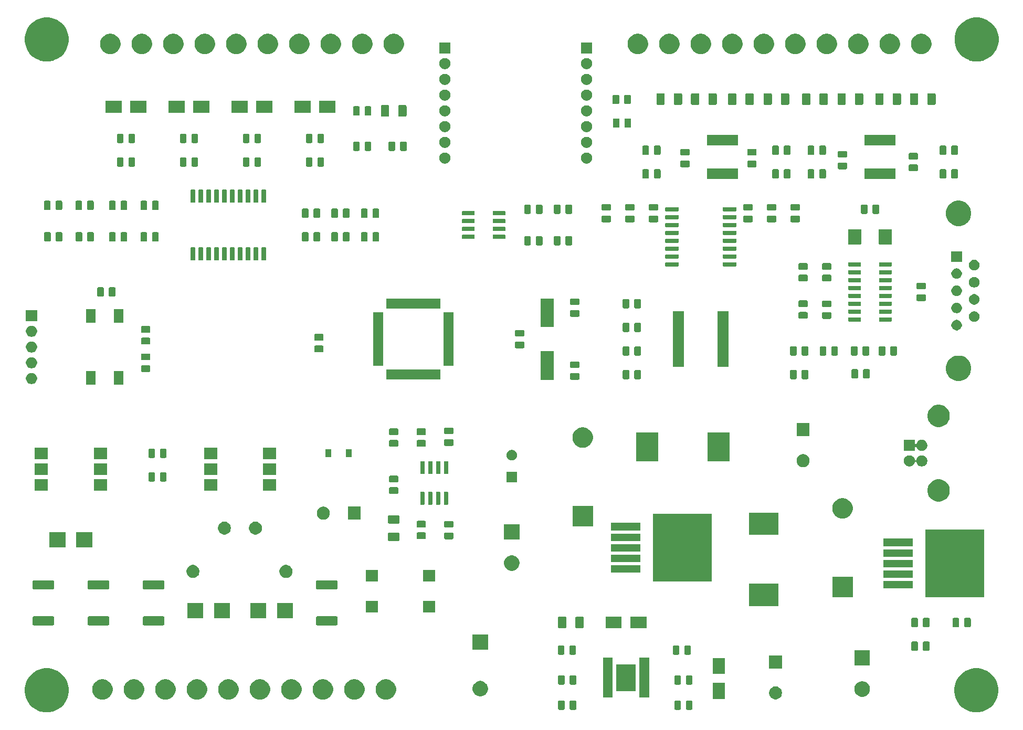
<source format=gbr>
G04 #@! TF.GenerationSoftware,KiCad,Pcbnew,(5.1.5)-3*
G04 #@! TF.CreationDate,2020-07-01T12:55:52+02:00*
G04 #@! TF.ProjectId,ControlUnit_v5.0,436f6e74-726f-46c5-956e-69745f76352e,5.0*
G04 #@! TF.SameCoordinates,Original*
G04 #@! TF.FileFunction,Soldermask,Top*
G04 #@! TF.FilePolarity,Negative*
%FSLAX46Y46*%
G04 Gerber Fmt 4.6, Leading zero omitted, Abs format (unit mm)*
G04 Created by KiCad (PCBNEW (5.1.5)-3) date 2020-07-01 12:55:52*
%MOMM*%
%LPD*%
G04 APERTURE LIST*
%ADD10C,0.100000*%
G04 APERTURE END LIST*
D10*
G36*
X235985787Y-146585162D02*
G01*
X236175068Y-146663565D01*
X236632029Y-146852844D01*
X237213631Y-147241458D01*
X237708242Y-147736069D01*
X238096856Y-148317671D01*
X238236251Y-148654200D01*
X238364538Y-148963913D01*
X238501000Y-149649956D01*
X238501000Y-150349444D01*
X238364538Y-151035487D01*
X238314703Y-151155800D01*
X238096856Y-151681729D01*
X237708242Y-152263331D01*
X237213631Y-152757942D01*
X236632029Y-153146556D01*
X236175068Y-153335835D01*
X235985787Y-153414238D01*
X235299744Y-153550700D01*
X234600256Y-153550700D01*
X233914213Y-153414238D01*
X233724932Y-153335835D01*
X233267971Y-153146556D01*
X232686369Y-152757942D01*
X232191758Y-152263331D01*
X231803144Y-151681729D01*
X231585297Y-151155800D01*
X231535462Y-151035487D01*
X231399000Y-150349444D01*
X231399000Y-149649956D01*
X231535462Y-148963913D01*
X231663749Y-148654200D01*
X231803144Y-148317671D01*
X232191758Y-147736069D01*
X232686369Y-147241458D01*
X233267971Y-146852844D01*
X233724932Y-146663565D01*
X233914213Y-146585162D01*
X234600256Y-146448700D01*
X235299744Y-146448700D01*
X235985787Y-146585162D01*
G37*
G36*
X86035617Y-146585162D02*
G01*
X86224898Y-146663565D01*
X86681859Y-146852844D01*
X87263461Y-147241458D01*
X87758072Y-147736069D01*
X88146686Y-148317671D01*
X88286081Y-148654200D01*
X88414368Y-148963913D01*
X88550830Y-149649956D01*
X88550830Y-150349444D01*
X88414368Y-151035487D01*
X88364533Y-151155800D01*
X88146686Y-151681729D01*
X87758072Y-152263331D01*
X87263461Y-152757942D01*
X86681859Y-153146556D01*
X86224898Y-153335835D01*
X86035617Y-153414238D01*
X85349574Y-153550700D01*
X84650086Y-153550700D01*
X83964043Y-153414238D01*
X83774762Y-153335835D01*
X83317801Y-153146556D01*
X82736199Y-152757942D01*
X82241588Y-152263331D01*
X81852974Y-151681729D01*
X81635127Y-151155800D01*
X81585292Y-151035487D01*
X81448830Y-150349444D01*
X81448830Y-149649956D01*
X81585292Y-148963913D01*
X81713579Y-148654200D01*
X81852974Y-148317671D01*
X82241588Y-147736069D01*
X82736199Y-147241458D01*
X83317801Y-146852844D01*
X83774762Y-146663565D01*
X83964043Y-146585162D01*
X84650086Y-146448700D01*
X85349574Y-146448700D01*
X86035617Y-146585162D01*
G37*
G36*
X189015468Y-151653565D02*
G01*
X189054138Y-151665296D01*
X189089777Y-151684346D01*
X189121017Y-151709983D01*
X189146654Y-151741223D01*
X189165704Y-151776862D01*
X189177435Y-151815532D01*
X189182000Y-151861888D01*
X189182000Y-152938112D01*
X189177435Y-152984468D01*
X189165704Y-153023138D01*
X189146654Y-153058777D01*
X189121017Y-153090017D01*
X189089777Y-153115654D01*
X189054138Y-153134704D01*
X189015468Y-153146435D01*
X188969112Y-153151000D01*
X188317888Y-153151000D01*
X188271532Y-153146435D01*
X188232862Y-153134704D01*
X188197223Y-153115654D01*
X188165983Y-153090017D01*
X188140346Y-153058777D01*
X188121296Y-153023138D01*
X188109565Y-152984468D01*
X188105000Y-152938112D01*
X188105000Y-151861888D01*
X188109565Y-151815532D01*
X188121296Y-151776862D01*
X188140346Y-151741223D01*
X188165983Y-151709983D01*
X188197223Y-151684346D01*
X188232862Y-151665296D01*
X188271532Y-151653565D01*
X188317888Y-151649000D01*
X188969112Y-151649000D01*
X189015468Y-151653565D01*
G37*
G36*
X187140468Y-151653565D02*
G01*
X187179138Y-151665296D01*
X187214777Y-151684346D01*
X187246017Y-151709983D01*
X187271654Y-151741223D01*
X187290704Y-151776862D01*
X187302435Y-151815532D01*
X187307000Y-151861888D01*
X187307000Y-152938112D01*
X187302435Y-152984468D01*
X187290704Y-153023138D01*
X187271654Y-153058777D01*
X187246017Y-153090017D01*
X187214777Y-153115654D01*
X187179138Y-153134704D01*
X187140468Y-153146435D01*
X187094112Y-153151000D01*
X186442888Y-153151000D01*
X186396532Y-153146435D01*
X186357862Y-153134704D01*
X186322223Y-153115654D01*
X186290983Y-153090017D01*
X186265346Y-153058777D01*
X186246296Y-153023138D01*
X186234565Y-152984468D01*
X186230000Y-152938112D01*
X186230000Y-151861888D01*
X186234565Y-151815532D01*
X186246296Y-151776862D01*
X186265346Y-151741223D01*
X186290983Y-151709983D01*
X186322223Y-151684346D01*
X186357862Y-151665296D01*
X186396532Y-151653565D01*
X186442888Y-151649000D01*
X187094112Y-151649000D01*
X187140468Y-151653565D01*
G37*
G36*
X170267968Y-151653565D02*
G01*
X170306638Y-151665296D01*
X170342277Y-151684346D01*
X170373517Y-151709983D01*
X170399154Y-151741223D01*
X170418204Y-151776862D01*
X170429935Y-151815532D01*
X170434500Y-151861888D01*
X170434500Y-152938112D01*
X170429935Y-152984468D01*
X170418204Y-153023138D01*
X170399154Y-153058777D01*
X170373517Y-153090017D01*
X170342277Y-153115654D01*
X170306638Y-153134704D01*
X170267968Y-153146435D01*
X170221612Y-153151000D01*
X169570388Y-153151000D01*
X169524032Y-153146435D01*
X169485362Y-153134704D01*
X169449723Y-153115654D01*
X169418483Y-153090017D01*
X169392846Y-153058777D01*
X169373796Y-153023138D01*
X169362065Y-152984468D01*
X169357500Y-152938112D01*
X169357500Y-151861888D01*
X169362065Y-151815532D01*
X169373796Y-151776862D01*
X169392846Y-151741223D01*
X169418483Y-151709983D01*
X169449723Y-151684346D01*
X169485362Y-151665296D01*
X169524032Y-151653565D01*
X169570388Y-151649000D01*
X170221612Y-151649000D01*
X170267968Y-151653565D01*
G37*
G36*
X168392968Y-151653565D02*
G01*
X168431638Y-151665296D01*
X168467277Y-151684346D01*
X168498517Y-151709983D01*
X168524154Y-151741223D01*
X168543204Y-151776862D01*
X168554935Y-151815532D01*
X168559500Y-151861888D01*
X168559500Y-152938112D01*
X168554935Y-152984468D01*
X168543204Y-153023138D01*
X168524154Y-153058777D01*
X168498517Y-153090017D01*
X168467277Y-153115654D01*
X168431638Y-153134704D01*
X168392968Y-153146435D01*
X168346612Y-153151000D01*
X167695388Y-153151000D01*
X167649032Y-153146435D01*
X167610362Y-153134704D01*
X167574723Y-153115654D01*
X167543483Y-153090017D01*
X167517846Y-153058777D01*
X167498796Y-153023138D01*
X167487065Y-152984468D01*
X167482500Y-152938112D01*
X167482500Y-151861888D01*
X167487065Y-151815532D01*
X167498796Y-151776862D01*
X167517846Y-151741223D01*
X167543483Y-151709983D01*
X167574723Y-151684346D01*
X167610362Y-151665296D01*
X167649032Y-151653565D01*
X167695388Y-151649000D01*
X168346612Y-151649000D01*
X168392968Y-151653565D01*
G37*
G36*
X114675256Y-148251298D02*
G01*
X114781579Y-148272447D01*
X115082042Y-148396903D01*
X115352451Y-148577585D01*
X115582415Y-148807549D01*
X115745521Y-149051654D01*
X115763098Y-149077960D01*
X115766842Y-149087000D01*
X115887553Y-149378421D01*
X115894848Y-149415097D01*
X115951000Y-149697389D01*
X115951000Y-150022611D01*
X115933928Y-150108435D01*
X115887553Y-150341579D01*
X115763097Y-150642042D01*
X115582415Y-150912451D01*
X115352451Y-151142415D01*
X115082042Y-151323097D01*
X114781579Y-151447553D01*
X114675256Y-151468702D01*
X114462611Y-151511000D01*
X114137389Y-151511000D01*
X113924744Y-151468702D01*
X113818421Y-151447553D01*
X113517958Y-151323097D01*
X113247549Y-151142415D01*
X113017585Y-150912451D01*
X112836903Y-150642042D01*
X112712447Y-150341579D01*
X112666072Y-150108435D01*
X112649000Y-150022611D01*
X112649000Y-149697389D01*
X112705152Y-149415097D01*
X112712447Y-149378421D01*
X112833158Y-149087000D01*
X112836902Y-149077960D01*
X112854479Y-149051654D01*
X113017585Y-148807549D01*
X113247549Y-148577585D01*
X113517958Y-148396903D01*
X113818421Y-148272447D01*
X113924744Y-148251298D01*
X114137389Y-148209000D01*
X114462611Y-148209000D01*
X114675256Y-148251298D01*
G37*
G36*
X109595256Y-148251298D02*
G01*
X109701579Y-148272447D01*
X110002042Y-148396903D01*
X110272451Y-148577585D01*
X110502415Y-148807549D01*
X110665521Y-149051654D01*
X110683098Y-149077960D01*
X110686842Y-149087000D01*
X110807553Y-149378421D01*
X110814848Y-149415097D01*
X110871000Y-149697389D01*
X110871000Y-150022611D01*
X110853928Y-150108435D01*
X110807553Y-150341579D01*
X110683097Y-150642042D01*
X110502415Y-150912451D01*
X110272451Y-151142415D01*
X110002042Y-151323097D01*
X109701579Y-151447553D01*
X109595256Y-151468702D01*
X109382611Y-151511000D01*
X109057389Y-151511000D01*
X108844744Y-151468702D01*
X108738421Y-151447553D01*
X108437958Y-151323097D01*
X108167549Y-151142415D01*
X107937585Y-150912451D01*
X107756903Y-150642042D01*
X107632447Y-150341579D01*
X107586072Y-150108435D01*
X107569000Y-150022611D01*
X107569000Y-149697389D01*
X107625152Y-149415097D01*
X107632447Y-149378421D01*
X107753158Y-149087000D01*
X107756902Y-149077960D01*
X107774479Y-149051654D01*
X107937585Y-148807549D01*
X108167549Y-148577585D01*
X108437958Y-148396903D01*
X108738421Y-148272447D01*
X108844744Y-148251298D01*
X109057389Y-148209000D01*
X109382611Y-148209000D01*
X109595256Y-148251298D01*
G37*
G36*
X119755256Y-148251298D02*
G01*
X119861579Y-148272447D01*
X120162042Y-148396903D01*
X120432451Y-148577585D01*
X120662415Y-148807549D01*
X120825521Y-149051654D01*
X120843098Y-149077960D01*
X120846842Y-149087000D01*
X120967553Y-149378421D01*
X120974848Y-149415097D01*
X121031000Y-149697389D01*
X121031000Y-150022611D01*
X121013928Y-150108435D01*
X120967553Y-150341579D01*
X120843097Y-150642042D01*
X120662415Y-150912451D01*
X120432451Y-151142415D01*
X120162042Y-151323097D01*
X119861579Y-151447553D01*
X119755256Y-151468702D01*
X119542611Y-151511000D01*
X119217389Y-151511000D01*
X119004744Y-151468702D01*
X118898421Y-151447553D01*
X118597958Y-151323097D01*
X118327549Y-151142415D01*
X118097585Y-150912451D01*
X117916903Y-150642042D01*
X117792447Y-150341579D01*
X117746072Y-150108435D01*
X117729000Y-150022611D01*
X117729000Y-149697389D01*
X117785152Y-149415097D01*
X117792447Y-149378421D01*
X117913158Y-149087000D01*
X117916902Y-149077960D01*
X117934479Y-149051654D01*
X118097585Y-148807549D01*
X118327549Y-148577585D01*
X118597958Y-148396903D01*
X118898421Y-148272447D01*
X119004744Y-148251298D01*
X119217389Y-148209000D01*
X119542611Y-148209000D01*
X119755256Y-148251298D01*
G37*
G36*
X134995256Y-148251298D02*
G01*
X135101579Y-148272447D01*
X135402042Y-148396903D01*
X135672451Y-148577585D01*
X135902415Y-148807549D01*
X136065521Y-149051654D01*
X136083098Y-149077960D01*
X136086842Y-149087000D01*
X136207553Y-149378421D01*
X136214848Y-149415097D01*
X136271000Y-149697389D01*
X136271000Y-150022611D01*
X136253928Y-150108435D01*
X136207553Y-150341579D01*
X136083097Y-150642042D01*
X135902415Y-150912451D01*
X135672451Y-151142415D01*
X135402042Y-151323097D01*
X135101579Y-151447553D01*
X134995256Y-151468702D01*
X134782611Y-151511000D01*
X134457389Y-151511000D01*
X134244744Y-151468702D01*
X134138421Y-151447553D01*
X133837958Y-151323097D01*
X133567549Y-151142415D01*
X133337585Y-150912451D01*
X133156903Y-150642042D01*
X133032447Y-150341579D01*
X132986072Y-150108435D01*
X132969000Y-150022611D01*
X132969000Y-149697389D01*
X133025152Y-149415097D01*
X133032447Y-149378421D01*
X133153158Y-149087000D01*
X133156902Y-149077960D01*
X133174479Y-149051654D01*
X133337585Y-148807549D01*
X133567549Y-148577585D01*
X133837958Y-148396903D01*
X134138421Y-148272447D01*
X134244744Y-148251298D01*
X134457389Y-148209000D01*
X134782611Y-148209000D01*
X134995256Y-148251298D01*
G37*
G36*
X124835256Y-148251298D02*
G01*
X124941579Y-148272447D01*
X125242042Y-148396903D01*
X125512451Y-148577585D01*
X125742415Y-148807549D01*
X125905521Y-149051654D01*
X125923098Y-149077960D01*
X125926842Y-149087000D01*
X126047553Y-149378421D01*
X126054848Y-149415097D01*
X126111000Y-149697389D01*
X126111000Y-150022611D01*
X126093928Y-150108435D01*
X126047553Y-150341579D01*
X125923097Y-150642042D01*
X125742415Y-150912451D01*
X125512451Y-151142415D01*
X125242042Y-151323097D01*
X124941579Y-151447553D01*
X124835256Y-151468702D01*
X124622611Y-151511000D01*
X124297389Y-151511000D01*
X124084744Y-151468702D01*
X123978421Y-151447553D01*
X123677958Y-151323097D01*
X123407549Y-151142415D01*
X123177585Y-150912451D01*
X122996903Y-150642042D01*
X122872447Y-150341579D01*
X122826072Y-150108435D01*
X122809000Y-150022611D01*
X122809000Y-149697389D01*
X122865152Y-149415097D01*
X122872447Y-149378421D01*
X122993158Y-149087000D01*
X122996902Y-149077960D01*
X123014479Y-149051654D01*
X123177585Y-148807549D01*
X123407549Y-148577585D01*
X123677958Y-148396903D01*
X123978421Y-148272447D01*
X124084744Y-148251298D01*
X124297389Y-148209000D01*
X124622611Y-148209000D01*
X124835256Y-148251298D01*
G37*
G36*
X104515256Y-148251298D02*
G01*
X104621579Y-148272447D01*
X104922042Y-148396903D01*
X105192451Y-148577585D01*
X105422415Y-148807549D01*
X105585521Y-149051654D01*
X105603098Y-149077960D01*
X105606842Y-149087000D01*
X105727553Y-149378421D01*
X105734848Y-149415097D01*
X105791000Y-149697389D01*
X105791000Y-150022611D01*
X105773928Y-150108435D01*
X105727553Y-150341579D01*
X105603097Y-150642042D01*
X105422415Y-150912451D01*
X105192451Y-151142415D01*
X104922042Y-151323097D01*
X104621579Y-151447553D01*
X104515256Y-151468702D01*
X104302611Y-151511000D01*
X103977389Y-151511000D01*
X103764744Y-151468702D01*
X103658421Y-151447553D01*
X103357958Y-151323097D01*
X103087549Y-151142415D01*
X102857585Y-150912451D01*
X102676903Y-150642042D01*
X102552447Y-150341579D01*
X102506072Y-150108435D01*
X102489000Y-150022611D01*
X102489000Y-149697389D01*
X102545152Y-149415097D01*
X102552447Y-149378421D01*
X102673158Y-149087000D01*
X102676902Y-149077960D01*
X102694479Y-149051654D01*
X102857585Y-148807549D01*
X103087549Y-148577585D01*
X103357958Y-148396903D01*
X103658421Y-148272447D01*
X103764744Y-148251298D01*
X103977389Y-148209000D01*
X104302611Y-148209000D01*
X104515256Y-148251298D01*
G37*
G36*
X140075256Y-148251298D02*
G01*
X140181579Y-148272447D01*
X140482042Y-148396903D01*
X140752451Y-148577585D01*
X140982415Y-148807549D01*
X141145521Y-149051654D01*
X141163098Y-149077960D01*
X141166842Y-149087000D01*
X141287553Y-149378421D01*
X141294848Y-149415097D01*
X141351000Y-149697389D01*
X141351000Y-150022611D01*
X141333928Y-150108435D01*
X141287553Y-150341579D01*
X141163097Y-150642042D01*
X140982415Y-150912451D01*
X140752451Y-151142415D01*
X140482042Y-151323097D01*
X140181579Y-151447553D01*
X140075256Y-151468702D01*
X139862611Y-151511000D01*
X139537389Y-151511000D01*
X139324744Y-151468702D01*
X139218421Y-151447553D01*
X138917958Y-151323097D01*
X138647549Y-151142415D01*
X138417585Y-150912451D01*
X138236903Y-150642042D01*
X138112447Y-150341579D01*
X138066072Y-150108435D01*
X138049000Y-150022611D01*
X138049000Y-149697389D01*
X138105152Y-149415097D01*
X138112447Y-149378421D01*
X138233158Y-149087000D01*
X138236902Y-149077960D01*
X138254479Y-149051654D01*
X138417585Y-148807549D01*
X138647549Y-148577585D01*
X138917958Y-148396903D01*
X139218421Y-148272447D01*
X139324744Y-148251298D01*
X139537389Y-148209000D01*
X139862611Y-148209000D01*
X140075256Y-148251298D01*
G37*
G36*
X94355256Y-148251298D02*
G01*
X94461579Y-148272447D01*
X94762042Y-148396903D01*
X95032451Y-148577585D01*
X95262415Y-148807549D01*
X95425521Y-149051654D01*
X95443098Y-149077960D01*
X95446842Y-149087000D01*
X95567553Y-149378421D01*
X95574848Y-149415097D01*
X95631000Y-149697389D01*
X95631000Y-150022611D01*
X95613928Y-150108435D01*
X95567553Y-150341579D01*
X95443097Y-150642042D01*
X95262415Y-150912451D01*
X95032451Y-151142415D01*
X94762042Y-151323097D01*
X94461579Y-151447553D01*
X94355256Y-151468702D01*
X94142611Y-151511000D01*
X93817389Y-151511000D01*
X93604744Y-151468702D01*
X93498421Y-151447553D01*
X93197958Y-151323097D01*
X92927549Y-151142415D01*
X92697585Y-150912451D01*
X92516903Y-150642042D01*
X92392447Y-150341579D01*
X92346072Y-150108435D01*
X92329000Y-150022611D01*
X92329000Y-149697389D01*
X92385152Y-149415097D01*
X92392447Y-149378421D01*
X92513158Y-149087000D01*
X92516902Y-149077960D01*
X92534479Y-149051654D01*
X92697585Y-148807549D01*
X92927549Y-148577585D01*
X93197958Y-148396903D01*
X93498421Y-148272447D01*
X93604744Y-148251298D01*
X93817389Y-148209000D01*
X94142611Y-148209000D01*
X94355256Y-148251298D01*
G37*
G36*
X99435256Y-148251298D02*
G01*
X99541579Y-148272447D01*
X99842042Y-148396903D01*
X100112451Y-148577585D01*
X100342415Y-148807549D01*
X100505521Y-149051654D01*
X100523098Y-149077960D01*
X100526842Y-149087000D01*
X100647553Y-149378421D01*
X100654848Y-149415097D01*
X100711000Y-149697389D01*
X100711000Y-150022611D01*
X100693928Y-150108435D01*
X100647553Y-150341579D01*
X100523097Y-150642042D01*
X100342415Y-150912451D01*
X100112451Y-151142415D01*
X99842042Y-151323097D01*
X99541579Y-151447553D01*
X99435256Y-151468702D01*
X99222611Y-151511000D01*
X98897389Y-151511000D01*
X98684744Y-151468702D01*
X98578421Y-151447553D01*
X98277958Y-151323097D01*
X98007549Y-151142415D01*
X97777585Y-150912451D01*
X97596903Y-150642042D01*
X97472447Y-150341579D01*
X97426072Y-150108435D01*
X97409000Y-150022611D01*
X97409000Y-149697389D01*
X97465152Y-149415097D01*
X97472447Y-149378421D01*
X97593158Y-149087000D01*
X97596902Y-149077960D01*
X97614479Y-149051654D01*
X97777585Y-148807549D01*
X98007549Y-148577585D01*
X98277958Y-148396903D01*
X98578421Y-148272447D01*
X98684744Y-148251298D01*
X98897389Y-148209000D01*
X99222611Y-148209000D01*
X99435256Y-148251298D01*
G37*
G36*
X129915256Y-148251298D02*
G01*
X130021579Y-148272447D01*
X130322042Y-148396903D01*
X130592451Y-148577585D01*
X130822415Y-148807549D01*
X130985521Y-149051654D01*
X131003098Y-149077960D01*
X131006842Y-149087000D01*
X131127553Y-149378421D01*
X131134848Y-149415097D01*
X131191000Y-149697389D01*
X131191000Y-150022611D01*
X131173928Y-150108435D01*
X131127553Y-150341579D01*
X131003097Y-150642042D01*
X130822415Y-150912451D01*
X130592451Y-151142415D01*
X130322042Y-151323097D01*
X130021579Y-151447553D01*
X129915256Y-151468702D01*
X129702611Y-151511000D01*
X129377389Y-151511000D01*
X129164744Y-151468702D01*
X129058421Y-151447553D01*
X128757958Y-151323097D01*
X128487549Y-151142415D01*
X128257585Y-150912451D01*
X128076903Y-150642042D01*
X127952447Y-150341579D01*
X127906072Y-150108435D01*
X127889000Y-150022611D01*
X127889000Y-149697389D01*
X127945152Y-149415097D01*
X127952447Y-149378421D01*
X128073158Y-149087000D01*
X128076902Y-149077960D01*
X128094479Y-149051654D01*
X128257585Y-148807549D01*
X128487549Y-148577585D01*
X128757958Y-148396903D01*
X129058421Y-148272447D01*
X129164744Y-148251298D01*
X129377389Y-148209000D01*
X129702611Y-148209000D01*
X129915256Y-148251298D01*
G37*
G36*
X202871564Y-149404389D02*
G01*
X203062833Y-149483615D01*
X203062835Y-149483616D01*
X203234973Y-149598635D01*
X203381365Y-149745027D01*
X203487062Y-149903213D01*
X203496385Y-149917167D01*
X203575611Y-150108436D01*
X203616000Y-150311484D01*
X203616000Y-150518516D01*
X203575611Y-150721564D01*
X203506413Y-150888622D01*
X203496384Y-150912835D01*
X203381365Y-151084973D01*
X203234973Y-151231365D01*
X203062835Y-151346384D01*
X203062834Y-151346385D01*
X203062833Y-151346385D01*
X202871564Y-151425611D01*
X202668516Y-151466000D01*
X202461484Y-151466000D01*
X202258436Y-151425611D01*
X202067167Y-151346385D01*
X202067166Y-151346385D01*
X202067165Y-151346384D01*
X201895027Y-151231365D01*
X201748635Y-151084973D01*
X201633616Y-150912835D01*
X201623587Y-150888622D01*
X201554389Y-150721564D01*
X201514000Y-150518516D01*
X201514000Y-150311484D01*
X201554389Y-150108436D01*
X201633615Y-149917167D01*
X201642939Y-149903213D01*
X201748635Y-149745027D01*
X201895027Y-149598635D01*
X202067165Y-149483616D01*
X202067167Y-149483615D01*
X202258436Y-149404389D01*
X202461484Y-149364000D01*
X202668516Y-149364000D01*
X202871564Y-149404389D01*
G37*
G36*
X194372000Y-151383000D02*
G01*
X192470000Y-151383000D01*
X192470000Y-148781000D01*
X194372000Y-148781000D01*
X194372000Y-151383000D01*
G37*
G36*
X182160800Y-151155800D02*
G01*
X180609200Y-151155800D01*
X180609200Y-144754200D01*
X182160800Y-144754200D01*
X182160800Y-151155800D01*
G37*
G36*
X176260800Y-151155800D02*
G01*
X174709200Y-151155800D01*
X174709200Y-144754200D01*
X176260800Y-144754200D01*
X176260800Y-151155800D01*
G37*
G36*
X216899903Y-148577075D02*
G01*
X217031003Y-148631378D01*
X217127571Y-148671378D01*
X217332466Y-148808285D01*
X217506715Y-148982534D01*
X217616896Y-149147431D01*
X217643623Y-149187431D01*
X217737925Y-149415097D01*
X217786000Y-149656786D01*
X217786000Y-149903214D01*
X217737925Y-150144903D01*
X217653202Y-150349444D01*
X217643622Y-150372571D01*
X217506715Y-150577466D01*
X217332466Y-150751715D01*
X217127571Y-150888622D01*
X217127570Y-150888623D01*
X217127569Y-150888623D01*
X216899903Y-150982925D01*
X216658214Y-151031000D01*
X216411786Y-151031000D01*
X216170097Y-150982925D01*
X215942431Y-150888623D01*
X215942430Y-150888623D01*
X215942429Y-150888622D01*
X215737534Y-150751715D01*
X215563285Y-150577466D01*
X215426378Y-150372571D01*
X215416799Y-150349444D01*
X215332075Y-150144903D01*
X215284000Y-149903214D01*
X215284000Y-149656786D01*
X215332075Y-149415097D01*
X215426377Y-149187431D01*
X215453104Y-149147431D01*
X215563285Y-148982534D01*
X215737534Y-148808285D01*
X215942429Y-148671378D01*
X216038998Y-148631378D01*
X216170097Y-148577075D01*
X216411786Y-148529000D01*
X216658214Y-148529000D01*
X216899903Y-148577075D01*
G37*
G36*
X155264307Y-148529000D02*
G01*
X155304903Y-148537075D01*
X155532571Y-148631378D01*
X155737466Y-148768285D01*
X155911715Y-148942534D01*
X156002204Y-149077960D01*
X156048623Y-149147431D01*
X156142925Y-149375097D01*
X156191000Y-149616786D01*
X156191000Y-149863214D01*
X156142925Y-150104903D01*
X156126357Y-150144903D01*
X156048622Y-150332571D01*
X155911715Y-150537466D01*
X155737466Y-150711715D01*
X155532571Y-150848622D01*
X155532570Y-150848623D01*
X155532569Y-150848623D01*
X155304903Y-150942925D01*
X155063214Y-150991000D01*
X154816786Y-150991000D01*
X154575097Y-150942925D01*
X154347431Y-150848623D01*
X154347430Y-150848623D01*
X154347429Y-150848622D01*
X154142534Y-150711715D01*
X153968285Y-150537466D01*
X153831378Y-150332571D01*
X153753644Y-150144903D01*
X153737075Y-150104903D01*
X153689000Y-149863214D01*
X153689000Y-149616786D01*
X153737075Y-149375097D01*
X153831377Y-149147431D01*
X153877796Y-149077960D01*
X153968285Y-148942534D01*
X154142534Y-148768285D01*
X154347429Y-148631378D01*
X154575097Y-148537075D01*
X154615693Y-148529000D01*
X154816786Y-148489000D01*
X155063214Y-148489000D01*
X155264307Y-148529000D01*
G37*
G36*
X179985800Y-150105800D02*
G01*
X176884200Y-150105800D01*
X176884200Y-145804200D01*
X179985800Y-145804200D01*
X179985800Y-150105800D01*
G37*
G36*
X187140468Y-147589565D02*
G01*
X187179138Y-147601296D01*
X187214777Y-147620346D01*
X187246017Y-147645983D01*
X187271654Y-147677223D01*
X187290704Y-147712862D01*
X187302435Y-147751532D01*
X187307000Y-147797888D01*
X187307000Y-148874112D01*
X187302435Y-148920468D01*
X187290704Y-148959138D01*
X187271654Y-148994777D01*
X187246017Y-149026017D01*
X187214777Y-149051654D01*
X187179138Y-149070704D01*
X187140468Y-149082435D01*
X187094112Y-149087000D01*
X186442888Y-149087000D01*
X186396532Y-149082435D01*
X186357862Y-149070704D01*
X186322223Y-149051654D01*
X186290983Y-149026017D01*
X186265346Y-148994777D01*
X186246296Y-148959138D01*
X186234565Y-148920468D01*
X186230000Y-148874112D01*
X186230000Y-147797888D01*
X186234565Y-147751532D01*
X186246296Y-147712862D01*
X186265346Y-147677223D01*
X186290983Y-147645983D01*
X186322223Y-147620346D01*
X186357862Y-147601296D01*
X186396532Y-147589565D01*
X186442888Y-147585000D01*
X187094112Y-147585000D01*
X187140468Y-147589565D01*
G37*
G36*
X189015468Y-147589565D02*
G01*
X189054138Y-147601296D01*
X189089777Y-147620346D01*
X189121017Y-147645983D01*
X189146654Y-147677223D01*
X189165704Y-147712862D01*
X189177435Y-147751532D01*
X189182000Y-147797888D01*
X189182000Y-148874112D01*
X189177435Y-148920468D01*
X189165704Y-148959138D01*
X189146654Y-148994777D01*
X189121017Y-149026017D01*
X189089777Y-149051654D01*
X189054138Y-149070704D01*
X189015468Y-149082435D01*
X188969112Y-149087000D01*
X188317888Y-149087000D01*
X188271532Y-149082435D01*
X188232862Y-149070704D01*
X188197223Y-149051654D01*
X188165983Y-149026017D01*
X188140346Y-148994777D01*
X188121296Y-148959138D01*
X188109565Y-148920468D01*
X188105000Y-148874112D01*
X188105000Y-147797888D01*
X188109565Y-147751532D01*
X188121296Y-147712862D01*
X188140346Y-147677223D01*
X188165983Y-147645983D01*
X188197223Y-147620346D01*
X188232862Y-147601296D01*
X188271532Y-147589565D01*
X188317888Y-147585000D01*
X188969112Y-147585000D01*
X189015468Y-147589565D01*
G37*
G36*
X170267968Y-147589565D02*
G01*
X170306638Y-147601296D01*
X170342277Y-147620346D01*
X170373517Y-147645983D01*
X170399154Y-147677223D01*
X170418204Y-147712862D01*
X170429935Y-147751532D01*
X170434500Y-147797888D01*
X170434500Y-148874112D01*
X170429935Y-148920468D01*
X170418204Y-148959138D01*
X170399154Y-148994777D01*
X170373517Y-149026017D01*
X170342277Y-149051654D01*
X170306638Y-149070704D01*
X170267968Y-149082435D01*
X170221612Y-149087000D01*
X169570388Y-149087000D01*
X169524032Y-149082435D01*
X169485362Y-149070704D01*
X169449723Y-149051654D01*
X169418483Y-149026017D01*
X169392846Y-148994777D01*
X169373796Y-148959138D01*
X169362065Y-148920468D01*
X169357500Y-148874112D01*
X169357500Y-147797888D01*
X169362065Y-147751532D01*
X169373796Y-147712862D01*
X169392846Y-147677223D01*
X169418483Y-147645983D01*
X169449723Y-147620346D01*
X169485362Y-147601296D01*
X169524032Y-147589565D01*
X169570388Y-147585000D01*
X170221612Y-147585000D01*
X170267968Y-147589565D01*
G37*
G36*
X168392968Y-147589565D02*
G01*
X168431638Y-147601296D01*
X168467277Y-147620346D01*
X168498517Y-147645983D01*
X168524154Y-147677223D01*
X168543204Y-147712862D01*
X168554935Y-147751532D01*
X168559500Y-147797888D01*
X168559500Y-148874112D01*
X168554935Y-148920468D01*
X168543204Y-148959138D01*
X168524154Y-148994777D01*
X168498517Y-149026017D01*
X168467277Y-149051654D01*
X168431638Y-149070704D01*
X168392968Y-149082435D01*
X168346612Y-149087000D01*
X167695388Y-149087000D01*
X167649032Y-149082435D01*
X167610362Y-149070704D01*
X167574723Y-149051654D01*
X167543483Y-149026017D01*
X167517846Y-148994777D01*
X167498796Y-148959138D01*
X167487065Y-148920468D01*
X167482500Y-148874112D01*
X167482500Y-147797888D01*
X167487065Y-147751532D01*
X167498796Y-147712862D01*
X167517846Y-147677223D01*
X167543483Y-147645983D01*
X167574723Y-147620346D01*
X167610362Y-147601296D01*
X167649032Y-147589565D01*
X167695388Y-147585000D01*
X168346612Y-147585000D01*
X168392968Y-147589565D01*
G37*
G36*
X194372000Y-147383000D02*
G01*
X192470000Y-147383000D01*
X192470000Y-144781000D01*
X194372000Y-144781000D01*
X194372000Y-147383000D01*
G37*
G36*
X203616000Y-146466000D02*
G01*
X201514000Y-146466000D01*
X201514000Y-144364000D01*
X203616000Y-144364000D01*
X203616000Y-146466000D01*
G37*
G36*
X217786000Y-146031000D02*
G01*
X215284000Y-146031000D01*
X215284000Y-143529000D01*
X217786000Y-143529000D01*
X217786000Y-146031000D01*
G37*
G36*
X170219468Y-142763565D02*
G01*
X170258138Y-142775296D01*
X170293777Y-142794346D01*
X170325017Y-142819983D01*
X170350654Y-142851223D01*
X170369704Y-142886862D01*
X170381435Y-142925532D01*
X170386000Y-142971888D01*
X170386000Y-144048112D01*
X170381435Y-144094468D01*
X170369704Y-144133138D01*
X170350654Y-144168777D01*
X170325017Y-144200017D01*
X170293777Y-144225654D01*
X170258138Y-144244704D01*
X170219468Y-144256435D01*
X170173112Y-144261000D01*
X169521888Y-144261000D01*
X169475532Y-144256435D01*
X169436862Y-144244704D01*
X169401223Y-144225654D01*
X169369983Y-144200017D01*
X169344346Y-144168777D01*
X169325296Y-144133138D01*
X169313565Y-144094468D01*
X169309000Y-144048112D01*
X169309000Y-142971888D01*
X169313565Y-142925532D01*
X169325296Y-142886862D01*
X169344346Y-142851223D01*
X169369983Y-142819983D01*
X169401223Y-142794346D01*
X169436862Y-142775296D01*
X169475532Y-142763565D01*
X169521888Y-142759000D01*
X170173112Y-142759000D01*
X170219468Y-142763565D01*
G37*
G36*
X186886468Y-142763565D02*
G01*
X186925138Y-142775296D01*
X186960777Y-142794346D01*
X186992017Y-142819983D01*
X187017654Y-142851223D01*
X187036704Y-142886862D01*
X187048435Y-142925532D01*
X187053000Y-142971888D01*
X187053000Y-144048112D01*
X187048435Y-144094468D01*
X187036704Y-144133138D01*
X187017654Y-144168777D01*
X186992017Y-144200017D01*
X186960777Y-144225654D01*
X186925138Y-144244704D01*
X186886468Y-144256435D01*
X186840112Y-144261000D01*
X186188888Y-144261000D01*
X186142532Y-144256435D01*
X186103862Y-144244704D01*
X186068223Y-144225654D01*
X186036983Y-144200017D01*
X186011346Y-144168777D01*
X185992296Y-144133138D01*
X185980565Y-144094468D01*
X185976000Y-144048112D01*
X185976000Y-142971888D01*
X185980565Y-142925532D01*
X185992296Y-142886862D01*
X186011346Y-142851223D01*
X186036983Y-142819983D01*
X186068223Y-142794346D01*
X186103862Y-142775296D01*
X186142532Y-142763565D01*
X186188888Y-142759000D01*
X186840112Y-142759000D01*
X186886468Y-142763565D01*
G37*
G36*
X188761468Y-142763565D02*
G01*
X188800138Y-142775296D01*
X188835777Y-142794346D01*
X188867017Y-142819983D01*
X188892654Y-142851223D01*
X188911704Y-142886862D01*
X188923435Y-142925532D01*
X188928000Y-142971888D01*
X188928000Y-144048112D01*
X188923435Y-144094468D01*
X188911704Y-144133138D01*
X188892654Y-144168777D01*
X188867017Y-144200017D01*
X188835777Y-144225654D01*
X188800138Y-144244704D01*
X188761468Y-144256435D01*
X188715112Y-144261000D01*
X188063888Y-144261000D01*
X188017532Y-144256435D01*
X187978862Y-144244704D01*
X187943223Y-144225654D01*
X187911983Y-144200017D01*
X187886346Y-144168777D01*
X187867296Y-144133138D01*
X187855565Y-144094468D01*
X187851000Y-144048112D01*
X187851000Y-142971888D01*
X187855565Y-142925532D01*
X187867296Y-142886862D01*
X187886346Y-142851223D01*
X187911983Y-142819983D01*
X187943223Y-142794346D01*
X187978862Y-142775296D01*
X188017532Y-142763565D01*
X188063888Y-142759000D01*
X188715112Y-142759000D01*
X188761468Y-142763565D01*
G37*
G36*
X168344468Y-142763565D02*
G01*
X168383138Y-142775296D01*
X168418777Y-142794346D01*
X168450017Y-142819983D01*
X168475654Y-142851223D01*
X168494704Y-142886862D01*
X168506435Y-142925532D01*
X168511000Y-142971888D01*
X168511000Y-144048112D01*
X168506435Y-144094468D01*
X168494704Y-144133138D01*
X168475654Y-144168777D01*
X168450017Y-144200017D01*
X168418777Y-144225654D01*
X168383138Y-144244704D01*
X168344468Y-144256435D01*
X168298112Y-144261000D01*
X167646888Y-144261000D01*
X167600532Y-144256435D01*
X167561862Y-144244704D01*
X167526223Y-144225654D01*
X167494983Y-144200017D01*
X167469346Y-144168777D01*
X167450296Y-144133138D01*
X167438565Y-144094468D01*
X167434000Y-144048112D01*
X167434000Y-142971888D01*
X167438565Y-142925532D01*
X167450296Y-142886862D01*
X167469346Y-142851223D01*
X167494983Y-142819983D01*
X167526223Y-142794346D01*
X167561862Y-142775296D01*
X167600532Y-142763565D01*
X167646888Y-142759000D01*
X168298112Y-142759000D01*
X168344468Y-142763565D01*
G37*
G36*
X225367468Y-142128565D02*
G01*
X225406138Y-142140296D01*
X225441777Y-142159346D01*
X225473017Y-142184983D01*
X225498654Y-142216223D01*
X225517704Y-142251862D01*
X225529435Y-142290532D01*
X225534000Y-142336888D01*
X225534000Y-143413112D01*
X225529435Y-143459468D01*
X225517704Y-143498138D01*
X225498654Y-143533777D01*
X225473017Y-143565017D01*
X225441777Y-143590654D01*
X225406138Y-143609704D01*
X225367468Y-143621435D01*
X225321112Y-143626000D01*
X224669888Y-143626000D01*
X224623532Y-143621435D01*
X224584862Y-143609704D01*
X224549223Y-143590654D01*
X224517983Y-143565017D01*
X224492346Y-143533777D01*
X224473296Y-143498138D01*
X224461565Y-143459468D01*
X224457000Y-143413112D01*
X224457000Y-142336888D01*
X224461565Y-142290532D01*
X224473296Y-142251862D01*
X224492346Y-142216223D01*
X224517983Y-142184983D01*
X224549223Y-142159346D01*
X224584862Y-142140296D01*
X224623532Y-142128565D01*
X224669888Y-142124000D01*
X225321112Y-142124000D01*
X225367468Y-142128565D01*
G37*
G36*
X227242468Y-142128565D02*
G01*
X227281138Y-142140296D01*
X227316777Y-142159346D01*
X227348017Y-142184983D01*
X227373654Y-142216223D01*
X227392704Y-142251862D01*
X227404435Y-142290532D01*
X227409000Y-142336888D01*
X227409000Y-143413112D01*
X227404435Y-143459468D01*
X227392704Y-143498138D01*
X227373654Y-143533777D01*
X227348017Y-143565017D01*
X227316777Y-143590654D01*
X227281138Y-143609704D01*
X227242468Y-143621435D01*
X227196112Y-143626000D01*
X226544888Y-143626000D01*
X226498532Y-143621435D01*
X226459862Y-143609704D01*
X226424223Y-143590654D01*
X226392983Y-143565017D01*
X226367346Y-143533777D01*
X226348296Y-143498138D01*
X226336565Y-143459468D01*
X226332000Y-143413112D01*
X226332000Y-142336888D01*
X226336565Y-142290532D01*
X226348296Y-142251862D01*
X226367346Y-142216223D01*
X226392983Y-142184983D01*
X226424223Y-142159346D01*
X226459862Y-142140296D01*
X226498532Y-142128565D01*
X226544888Y-142124000D01*
X227196112Y-142124000D01*
X227242468Y-142128565D01*
G37*
G36*
X156191000Y-143491000D02*
G01*
X153689000Y-143491000D01*
X153689000Y-140989000D01*
X156191000Y-140989000D01*
X156191000Y-143491000D01*
G37*
G36*
X181736000Y-140016000D02*
G01*
X179134000Y-140016000D01*
X179134000Y-138114000D01*
X181736000Y-138114000D01*
X181736000Y-140016000D01*
G37*
G36*
X177736000Y-140016000D02*
G01*
X175134000Y-140016000D01*
X175134000Y-138114000D01*
X177736000Y-138114000D01*
X177736000Y-140016000D01*
G37*
G36*
X171463604Y-138143347D02*
G01*
X171500144Y-138154432D01*
X171533821Y-138172433D01*
X171563341Y-138196659D01*
X171587567Y-138226179D01*
X171605568Y-138259856D01*
X171616653Y-138296396D01*
X171621000Y-138340538D01*
X171621000Y-139789462D01*
X171616653Y-139833604D01*
X171605568Y-139870144D01*
X171587567Y-139903821D01*
X171563341Y-139933341D01*
X171533821Y-139957567D01*
X171500144Y-139975568D01*
X171463604Y-139986653D01*
X171419462Y-139991000D01*
X170470538Y-139991000D01*
X170426396Y-139986653D01*
X170389856Y-139975568D01*
X170356179Y-139957567D01*
X170326659Y-139933341D01*
X170302433Y-139903821D01*
X170284432Y-139870144D01*
X170273347Y-139833604D01*
X170269000Y-139789462D01*
X170269000Y-138340538D01*
X170273347Y-138296396D01*
X170284432Y-138259856D01*
X170302433Y-138226179D01*
X170326659Y-138196659D01*
X170356179Y-138172433D01*
X170389856Y-138154432D01*
X170426396Y-138143347D01*
X170470538Y-138139000D01*
X171419462Y-138139000D01*
X171463604Y-138143347D01*
G37*
G36*
X168663604Y-138143347D02*
G01*
X168700144Y-138154432D01*
X168733821Y-138172433D01*
X168763341Y-138196659D01*
X168787567Y-138226179D01*
X168805568Y-138259856D01*
X168816653Y-138296396D01*
X168821000Y-138340538D01*
X168821000Y-139789462D01*
X168816653Y-139833604D01*
X168805568Y-139870144D01*
X168787567Y-139903821D01*
X168763341Y-139933341D01*
X168733821Y-139957567D01*
X168700144Y-139975568D01*
X168663604Y-139986653D01*
X168619462Y-139991000D01*
X167670538Y-139991000D01*
X167626396Y-139986653D01*
X167589856Y-139975568D01*
X167556179Y-139957567D01*
X167526659Y-139933341D01*
X167502433Y-139903821D01*
X167484432Y-139870144D01*
X167473347Y-139833604D01*
X167469000Y-139789462D01*
X167469000Y-138340538D01*
X167473347Y-138296396D01*
X167484432Y-138259856D01*
X167502433Y-138226179D01*
X167526659Y-138196659D01*
X167556179Y-138172433D01*
X167589856Y-138154432D01*
X167626396Y-138143347D01*
X167670538Y-138139000D01*
X168619462Y-138139000D01*
X168663604Y-138143347D01*
G37*
G36*
X227242468Y-138318565D02*
G01*
X227281138Y-138330296D01*
X227316777Y-138349346D01*
X227348017Y-138374983D01*
X227373654Y-138406223D01*
X227392704Y-138441862D01*
X227404435Y-138480532D01*
X227409000Y-138526888D01*
X227409000Y-139603112D01*
X227404435Y-139649468D01*
X227392704Y-139688138D01*
X227373654Y-139723777D01*
X227348017Y-139755017D01*
X227316777Y-139780654D01*
X227281138Y-139799704D01*
X227242468Y-139811435D01*
X227196112Y-139816000D01*
X226544888Y-139816000D01*
X226498532Y-139811435D01*
X226459862Y-139799704D01*
X226424223Y-139780654D01*
X226392983Y-139755017D01*
X226367346Y-139723777D01*
X226348296Y-139688138D01*
X226336565Y-139649468D01*
X226332000Y-139603112D01*
X226332000Y-138526888D01*
X226336565Y-138480532D01*
X226348296Y-138441862D01*
X226367346Y-138406223D01*
X226392983Y-138374983D01*
X226424223Y-138349346D01*
X226459862Y-138330296D01*
X226498532Y-138318565D01*
X226544888Y-138314000D01*
X227196112Y-138314000D01*
X227242468Y-138318565D01*
G37*
G36*
X232019968Y-138318565D02*
G01*
X232058638Y-138330296D01*
X232094277Y-138349346D01*
X232125517Y-138374983D01*
X232151154Y-138406223D01*
X232170204Y-138441862D01*
X232181935Y-138480532D01*
X232186500Y-138526888D01*
X232186500Y-139603112D01*
X232181935Y-139649468D01*
X232170204Y-139688138D01*
X232151154Y-139723777D01*
X232125517Y-139755017D01*
X232094277Y-139780654D01*
X232058638Y-139799704D01*
X232019968Y-139811435D01*
X231973612Y-139816000D01*
X231322388Y-139816000D01*
X231276032Y-139811435D01*
X231237362Y-139799704D01*
X231201723Y-139780654D01*
X231170483Y-139755017D01*
X231144846Y-139723777D01*
X231125796Y-139688138D01*
X231114065Y-139649468D01*
X231109500Y-139603112D01*
X231109500Y-138526888D01*
X231114065Y-138480532D01*
X231125796Y-138441862D01*
X231144846Y-138406223D01*
X231170483Y-138374983D01*
X231201723Y-138349346D01*
X231237362Y-138330296D01*
X231276032Y-138318565D01*
X231322388Y-138314000D01*
X231973612Y-138314000D01*
X232019968Y-138318565D01*
G37*
G36*
X233894968Y-138318565D02*
G01*
X233933638Y-138330296D01*
X233969277Y-138349346D01*
X234000517Y-138374983D01*
X234026154Y-138406223D01*
X234045204Y-138441862D01*
X234056935Y-138480532D01*
X234061500Y-138526888D01*
X234061500Y-139603112D01*
X234056935Y-139649468D01*
X234045204Y-139688138D01*
X234026154Y-139723777D01*
X234000517Y-139755017D01*
X233969277Y-139780654D01*
X233933638Y-139799704D01*
X233894968Y-139811435D01*
X233848612Y-139816000D01*
X233197388Y-139816000D01*
X233151032Y-139811435D01*
X233112362Y-139799704D01*
X233076723Y-139780654D01*
X233045483Y-139755017D01*
X233019846Y-139723777D01*
X233000796Y-139688138D01*
X232989065Y-139649468D01*
X232984500Y-139603112D01*
X232984500Y-138526888D01*
X232989065Y-138480532D01*
X233000796Y-138441862D01*
X233019846Y-138406223D01*
X233045483Y-138374983D01*
X233076723Y-138349346D01*
X233112362Y-138330296D01*
X233151032Y-138318565D01*
X233197388Y-138314000D01*
X233848612Y-138314000D01*
X233894968Y-138318565D01*
G37*
G36*
X225367468Y-138318565D02*
G01*
X225406138Y-138330296D01*
X225441777Y-138349346D01*
X225473017Y-138374983D01*
X225498654Y-138406223D01*
X225517704Y-138441862D01*
X225529435Y-138480532D01*
X225534000Y-138526888D01*
X225534000Y-139603112D01*
X225529435Y-139649468D01*
X225517704Y-139688138D01*
X225498654Y-139723777D01*
X225473017Y-139755017D01*
X225441777Y-139780654D01*
X225406138Y-139799704D01*
X225367468Y-139811435D01*
X225321112Y-139816000D01*
X224669888Y-139816000D01*
X224623532Y-139811435D01*
X224584862Y-139799704D01*
X224549223Y-139780654D01*
X224517983Y-139755017D01*
X224492346Y-139723777D01*
X224473296Y-139688138D01*
X224461565Y-139649468D01*
X224457000Y-139603112D01*
X224457000Y-138526888D01*
X224461565Y-138480532D01*
X224473296Y-138441862D01*
X224492346Y-138406223D01*
X224517983Y-138374983D01*
X224549223Y-138349346D01*
X224584862Y-138330296D01*
X224623532Y-138318565D01*
X224669888Y-138314000D01*
X225321112Y-138314000D01*
X225367468Y-138318565D01*
G37*
G36*
X94917798Y-138068247D02*
G01*
X94953367Y-138079037D01*
X94986139Y-138096554D01*
X95014869Y-138120131D01*
X95038446Y-138148861D01*
X95055963Y-138181633D01*
X95066753Y-138217202D01*
X95071000Y-138260325D01*
X95071000Y-139319675D01*
X95066753Y-139362798D01*
X95055963Y-139398367D01*
X95038446Y-139431139D01*
X95014869Y-139459869D01*
X94986139Y-139483446D01*
X94953367Y-139500963D01*
X94917798Y-139511753D01*
X94874675Y-139516000D01*
X91815325Y-139516000D01*
X91772202Y-139511753D01*
X91736633Y-139500963D01*
X91703861Y-139483446D01*
X91675131Y-139459869D01*
X91651554Y-139431139D01*
X91634037Y-139398367D01*
X91623247Y-139362798D01*
X91619000Y-139319675D01*
X91619000Y-138260325D01*
X91623247Y-138217202D01*
X91634037Y-138181633D01*
X91651554Y-138148861D01*
X91675131Y-138120131D01*
X91703861Y-138096554D01*
X91736633Y-138079037D01*
X91772202Y-138068247D01*
X91815325Y-138064000D01*
X94874675Y-138064000D01*
X94917798Y-138068247D01*
G37*
G36*
X103807798Y-138068247D02*
G01*
X103843367Y-138079037D01*
X103876139Y-138096554D01*
X103904869Y-138120131D01*
X103928446Y-138148861D01*
X103945963Y-138181633D01*
X103956753Y-138217202D01*
X103961000Y-138260325D01*
X103961000Y-139319675D01*
X103956753Y-139362798D01*
X103945963Y-139398367D01*
X103928446Y-139431139D01*
X103904869Y-139459869D01*
X103876139Y-139483446D01*
X103843367Y-139500963D01*
X103807798Y-139511753D01*
X103764675Y-139516000D01*
X100705325Y-139516000D01*
X100662202Y-139511753D01*
X100626633Y-139500963D01*
X100593861Y-139483446D01*
X100565131Y-139459869D01*
X100541554Y-139431139D01*
X100524037Y-139398367D01*
X100513247Y-139362798D01*
X100509000Y-139319675D01*
X100509000Y-138260325D01*
X100513247Y-138217202D01*
X100524037Y-138181633D01*
X100541554Y-138148861D01*
X100565131Y-138120131D01*
X100593861Y-138096554D01*
X100626633Y-138079037D01*
X100662202Y-138068247D01*
X100705325Y-138064000D01*
X103764675Y-138064000D01*
X103807798Y-138068247D01*
G37*
G36*
X131747798Y-138068247D02*
G01*
X131783367Y-138079037D01*
X131816139Y-138096554D01*
X131844869Y-138120131D01*
X131868446Y-138148861D01*
X131885963Y-138181633D01*
X131896753Y-138217202D01*
X131901000Y-138260325D01*
X131901000Y-139319675D01*
X131896753Y-139362798D01*
X131885963Y-139398367D01*
X131868446Y-139431139D01*
X131844869Y-139459869D01*
X131816139Y-139483446D01*
X131783367Y-139500963D01*
X131747798Y-139511753D01*
X131704675Y-139516000D01*
X128645325Y-139516000D01*
X128602202Y-139511753D01*
X128566633Y-139500963D01*
X128533861Y-139483446D01*
X128505131Y-139459869D01*
X128481554Y-139431139D01*
X128464037Y-139398367D01*
X128453247Y-139362798D01*
X128449000Y-139319675D01*
X128449000Y-138260325D01*
X128453247Y-138217202D01*
X128464037Y-138181633D01*
X128481554Y-138148861D01*
X128505131Y-138120131D01*
X128533861Y-138096554D01*
X128566633Y-138079037D01*
X128602202Y-138068247D01*
X128645325Y-138064000D01*
X131704675Y-138064000D01*
X131747798Y-138068247D01*
G37*
G36*
X86027798Y-138068247D02*
G01*
X86063367Y-138079037D01*
X86096139Y-138096554D01*
X86124869Y-138120131D01*
X86148446Y-138148861D01*
X86165963Y-138181633D01*
X86176753Y-138217202D01*
X86181000Y-138260325D01*
X86181000Y-139319675D01*
X86176753Y-139362798D01*
X86165963Y-139398367D01*
X86148446Y-139431139D01*
X86124869Y-139459869D01*
X86096139Y-139483446D01*
X86063367Y-139500963D01*
X86027798Y-139511753D01*
X85984675Y-139516000D01*
X82925325Y-139516000D01*
X82882202Y-139511753D01*
X82846633Y-139500963D01*
X82813861Y-139483446D01*
X82785131Y-139459869D01*
X82761554Y-139431139D01*
X82744037Y-139398367D01*
X82733247Y-139362798D01*
X82729000Y-139319675D01*
X82729000Y-138260325D01*
X82733247Y-138217202D01*
X82744037Y-138181633D01*
X82761554Y-138148861D01*
X82785131Y-138120131D01*
X82813861Y-138096554D01*
X82846633Y-138079037D01*
X82882202Y-138068247D01*
X82925325Y-138064000D01*
X85984675Y-138064000D01*
X86027798Y-138068247D01*
G37*
G36*
X120436000Y-138361000D02*
G01*
X117834000Y-138361000D01*
X117834000Y-135959000D01*
X120436000Y-135959000D01*
X120436000Y-138361000D01*
G37*
G36*
X124736000Y-138361000D02*
G01*
X122134000Y-138361000D01*
X122134000Y-135959000D01*
X124736000Y-135959000D01*
X124736000Y-138361000D01*
G37*
G36*
X114576000Y-138361000D02*
G01*
X111974000Y-138361000D01*
X111974000Y-135959000D01*
X114576000Y-135959000D01*
X114576000Y-138361000D01*
G37*
G36*
X110276000Y-138361000D02*
G01*
X107674000Y-138361000D01*
X107674000Y-135959000D01*
X110276000Y-135959000D01*
X110276000Y-138361000D01*
G37*
G36*
X138386000Y-137476000D02*
G01*
X136484000Y-137476000D01*
X136484000Y-135574000D01*
X138386000Y-135574000D01*
X138386000Y-137476000D01*
G37*
G36*
X147636000Y-137476000D02*
G01*
X145734000Y-137476000D01*
X145734000Y-135574000D01*
X147636000Y-135574000D01*
X147636000Y-137476000D01*
G37*
G36*
X203011000Y-136421000D02*
G01*
X198309000Y-136421000D01*
X198309000Y-132819000D01*
X203011000Y-132819000D01*
X203011000Y-136421000D01*
G37*
G36*
X215011000Y-135001000D02*
G01*
X211709000Y-135001000D01*
X211709000Y-131699000D01*
X215011000Y-131699000D01*
X215011000Y-135001000D01*
G37*
G36*
X236218000Y-134991000D02*
G01*
X226716000Y-134991000D01*
X226716000Y-124089000D01*
X236218000Y-124089000D01*
X236218000Y-134991000D01*
G37*
G36*
X86027798Y-132268247D02*
G01*
X86063367Y-132279037D01*
X86096139Y-132296554D01*
X86124869Y-132320131D01*
X86148446Y-132348861D01*
X86165963Y-132381633D01*
X86176753Y-132417202D01*
X86181000Y-132460325D01*
X86181000Y-133519675D01*
X86176753Y-133562798D01*
X86165963Y-133598367D01*
X86148446Y-133631139D01*
X86124869Y-133659869D01*
X86096139Y-133683446D01*
X86063367Y-133700963D01*
X86027798Y-133711753D01*
X85984675Y-133716000D01*
X82925325Y-133716000D01*
X82882202Y-133711753D01*
X82846633Y-133700963D01*
X82813861Y-133683446D01*
X82785131Y-133659869D01*
X82761554Y-133631139D01*
X82744037Y-133598367D01*
X82733247Y-133562798D01*
X82729000Y-133519675D01*
X82729000Y-132460325D01*
X82733247Y-132417202D01*
X82744037Y-132381633D01*
X82761554Y-132348861D01*
X82785131Y-132320131D01*
X82813861Y-132296554D01*
X82846633Y-132279037D01*
X82882202Y-132268247D01*
X82925325Y-132264000D01*
X85984675Y-132264000D01*
X86027798Y-132268247D01*
G37*
G36*
X131747798Y-132268247D02*
G01*
X131783367Y-132279037D01*
X131816139Y-132296554D01*
X131844869Y-132320131D01*
X131868446Y-132348861D01*
X131885963Y-132381633D01*
X131896753Y-132417202D01*
X131901000Y-132460325D01*
X131901000Y-133519675D01*
X131896753Y-133562798D01*
X131885963Y-133598367D01*
X131868446Y-133631139D01*
X131844869Y-133659869D01*
X131816139Y-133683446D01*
X131783367Y-133700963D01*
X131747798Y-133711753D01*
X131704675Y-133716000D01*
X128645325Y-133716000D01*
X128602202Y-133711753D01*
X128566633Y-133700963D01*
X128533861Y-133683446D01*
X128505131Y-133659869D01*
X128481554Y-133631139D01*
X128464037Y-133598367D01*
X128453247Y-133562798D01*
X128449000Y-133519675D01*
X128449000Y-132460325D01*
X128453247Y-132417202D01*
X128464037Y-132381633D01*
X128481554Y-132348861D01*
X128505131Y-132320131D01*
X128533861Y-132296554D01*
X128566633Y-132279037D01*
X128602202Y-132268247D01*
X128645325Y-132264000D01*
X131704675Y-132264000D01*
X131747798Y-132268247D01*
G37*
G36*
X94917798Y-132268247D02*
G01*
X94953367Y-132279037D01*
X94986139Y-132296554D01*
X95014869Y-132320131D01*
X95038446Y-132348861D01*
X95055963Y-132381633D01*
X95066753Y-132417202D01*
X95071000Y-132460325D01*
X95071000Y-133519675D01*
X95066753Y-133562798D01*
X95055963Y-133598367D01*
X95038446Y-133631139D01*
X95014869Y-133659869D01*
X94986139Y-133683446D01*
X94953367Y-133700963D01*
X94917798Y-133711753D01*
X94874675Y-133716000D01*
X91815325Y-133716000D01*
X91772202Y-133711753D01*
X91736633Y-133700963D01*
X91703861Y-133683446D01*
X91675131Y-133659869D01*
X91651554Y-133631139D01*
X91634037Y-133598367D01*
X91623247Y-133562798D01*
X91619000Y-133519675D01*
X91619000Y-132460325D01*
X91623247Y-132417202D01*
X91634037Y-132381633D01*
X91651554Y-132348861D01*
X91675131Y-132320131D01*
X91703861Y-132296554D01*
X91736633Y-132279037D01*
X91772202Y-132268247D01*
X91815325Y-132264000D01*
X94874675Y-132264000D01*
X94917798Y-132268247D01*
G37*
G36*
X103807798Y-132268247D02*
G01*
X103843367Y-132279037D01*
X103876139Y-132296554D01*
X103904869Y-132320131D01*
X103928446Y-132348861D01*
X103945963Y-132381633D01*
X103956753Y-132417202D01*
X103961000Y-132460325D01*
X103961000Y-133519675D01*
X103956753Y-133562798D01*
X103945963Y-133598367D01*
X103928446Y-133631139D01*
X103904869Y-133659869D01*
X103876139Y-133683446D01*
X103843367Y-133700963D01*
X103807798Y-133711753D01*
X103764675Y-133716000D01*
X100705325Y-133716000D01*
X100662202Y-133711753D01*
X100626633Y-133700963D01*
X100593861Y-133683446D01*
X100565131Y-133659869D01*
X100541554Y-133631139D01*
X100524037Y-133598367D01*
X100513247Y-133562798D01*
X100509000Y-133519675D01*
X100509000Y-132460325D01*
X100513247Y-132417202D01*
X100524037Y-132381633D01*
X100541554Y-132348861D01*
X100565131Y-132320131D01*
X100593861Y-132296554D01*
X100626633Y-132279037D01*
X100662202Y-132268247D01*
X100705325Y-132264000D01*
X103764675Y-132264000D01*
X103807798Y-132268247D01*
G37*
G36*
X224668000Y-133541000D02*
G01*
X219966000Y-133541000D01*
X219966000Y-132339000D01*
X224668000Y-132339000D01*
X224668000Y-133541000D01*
G37*
G36*
X138386000Y-132476000D02*
G01*
X136484000Y-132476000D01*
X136484000Y-130574000D01*
X138386000Y-130574000D01*
X138386000Y-132476000D01*
G37*
G36*
X147636000Y-132476000D02*
G01*
X145734000Y-132476000D01*
X145734000Y-130574000D01*
X147636000Y-130574000D01*
X147636000Y-132476000D01*
G37*
G36*
X192276000Y-132451000D02*
G01*
X182774000Y-132451000D01*
X182774000Y-121549000D01*
X192276000Y-121549000D01*
X192276000Y-132451000D01*
G37*
G36*
X108891564Y-129799389D02*
G01*
X109082833Y-129878615D01*
X109082835Y-129878616D01*
X109254973Y-129993635D01*
X109401365Y-130140027D01*
X109516385Y-130312167D01*
X109595611Y-130503436D01*
X109636000Y-130706484D01*
X109636000Y-130913516D01*
X109595611Y-131116564D01*
X109516385Y-131307833D01*
X109516384Y-131307835D01*
X109401365Y-131479973D01*
X109254973Y-131626365D01*
X109082835Y-131741384D01*
X109082834Y-131741385D01*
X109082833Y-131741385D01*
X108891564Y-131820611D01*
X108688516Y-131861000D01*
X108481484Y-131861000D01*
X108278436Y-131820611D01*
X108087167Y-131741385D01*
X108087166Y-131741385D01*
X108087165Y-131741384D01*
X107915027Y-131626365D01*
X107768635Y-131479973D01*
X107653616Y-131307835D01*
X107653615Y-131307833D01*
X107574389Y-131116564D01*
X107534000Y-130913516D01*
X107534000Y-130706484D01*
X107574389Y-130503436D01*
X107653615Y-130312167D01*
X107768635Y-130140027D01*
X107915027Y-129993635D01*
X108087165Y-129878616D01*
X108087167Y-129878615D01*
X108278436Y-129799389D01*
X108481484Y-129759000D01*
X108688516Y-129759000D01*
X108891564Y-129799389D01*
G37*
G36*
X123891564Y-129799389D02*
G01*
X124082833Y-129878615D01*
X124082835Y-129878616D01*
X124254973Y-129993635D01*
X124401365Y-130140027D01*
X124516385Y-130312167D01*
X124595611Y-130503436D01*
X124636000Y-130706484D01*
X124636000Y-130913516D01*
X124595611Y-131116564D01*
X124516385Y-131307833D01*
X124516384Y-131307835D01*
X124401365Y-131479973D01*
X124254973Y-131626365D01*
X124082835Y-131741384D01*
X124082834Y-131741385D01*
X124082833Y-131741385D01*
X123891564Y-131820611D01*
X123688516Y-131861000D01*
X123481484Y-131861000D01*
X123278436Y-131820611D01*
X123087167Y-131741385D01*
X123087166Y-131741385D01*
X123087165Y-131741384D01*
X122915027Y-131626365D01*
X122768635Y-131479973D01*
X122653616Y-131307835D01*
X122653615Y-131307833D01*
X122574389Y-131116564D01*
X122534000Y-130913516D01*
X122534000Y-130706484D01*
X122574389Y-130503436D01*
X122653615Y-130312167D01*
X122768635Y-130140027D01*
X122915027Y-129993635D01*
X123087165Y-129878616D01*
X123087167Y-129878615D01*
X123278436Y-129799389D01*
X123481484Y-129759000D01*
X123688516Y-129759000D01*
X123891564Y-129799389D01*
G37*
G36*
X224668000Y-131841000D02*
G01*
X219966000Y-131841000D01*
X219966000Y-130639000D01*
X224668000Y-130639000D01*
X224668000Y-131841000D01*
G37*
G36*
X180726000Y-131001000D02*
G01*
X176024000Y-131001000D01*
X176024000Y-129799000D01*
X180726000Y-129799000D01*
X180726000Y-131001000D01*
G37*
G36*
X160294034Y-128239000D02*
G01*
X160384903Y-128257075D01*
X160612571Y-128351378D01*
X160817466Y-128488285D01*
X160991715Y-128662534D01*
X161128622Y-128867429D01*
X161222925Y-129095097D01*
X161271000Y-129336787D01*
X161271000Y-129583213D01*
X161222925Y-129824903D01*
X161128622Y-130052571D01*
X160991715Y-130257466D01*
X160817466Y-130431715D01*
X160612571Y-130568622D01*
X160612570Y-130568623D01*
X160612569Y-130568623D01*
X160384903Y-130662925D01*
X160143214Y-130711000D01*
X159896786Y-130711000D01*
X159655097Y-130662925D01*
X159427431Y-130568623D01*
X159427430Y-130568623D01*
X159427429Y-130568622D01*
X159222534Y-130431715D01*
X159048285Y-130257466D01*
X158911378Y-130052571D01*
X158817075Y-129824903D01*
X158769000Y-129583213D01*
X158769000Y-129336787D01*
X158817075Y-129095097D01*
X158911378Y-128867429D01*
X159048285Y-128662534D01*
X159222534Y-128488285D01*
X159427429Y-128351378D01*
X159655097Y-128257075D01*
X159745966Y-128239000D01*
X159896786Y-128209000D01*
X160143214Y-128209000D01*
X160294034Y-128239000D01*
G37*
G36*
X224668000Y-130141000D02*
G01*
X219966000Y-130141000D01*
X219966000Y-128939000D01*
X224668000Y-128939000D01*
X224668000Y-130141000D01*
G37*
G36*
X180726000Y-129301000D02*
G01*
X176024000Y-129301000D01*
X176024000Y-128099000D01*
X180726000Y-128099000D01*
X180726000Y-129301000D01*
G37*
G36*
X224668000Y-128441000D02*
G01*
X219966000Y-128441000D01*
X219966000Y-127239000D01*
X224668000Y-127239000D01*
X224668000Y-128441000D01*
G37*
G36*
X180726000Y-127601000D02*
G01*
X176024000Y-127601000D01*
X176024000Y-126399000D01*
X180726000Y-126399000D01*
X180726000Y-127601000D01*
G37*
G36*
X92351000Y-126931000D02*
G01*
X89749000Y-126931000D01*
X89749000Y-124529000D01*
X92351000Y-124529000D01*
X92351000Y-126931000D01*
G37*
G36*
X88051000Y-126931000D02*
G01*
X85449000Y-126931000D01*
X85449000Y-124529000D01*
X88051000Y-124529000D01*
X88051000Y-126931000D01*
G37*
G36*
X224668000Y-126741000D02*
G01*
X219966000Y-126741000D01*
X219966000Y-125539000D01*
X224668000Y-125539000D01*
X224668000Y-126741000D01*
G37*
G36*
X180726000Y-125901000D02*
G01*
X176024000Y-125901000D01*
X176024000Y-124699000D01*
X180726000Y-124699000D01*
X180726000Y-125901000D01*
G37*
G36*
X141738604Y-124553347D02*
G01*
X141775144Y-124564432D01*
X141808821Y-124582433D01*
X141838341Y-124606659D01*
X141862567Y-124636179D01*
X141880568Y-124669856D01*
X141891653Y-124706396D01*
X141896000Y-124750538D01*
X141896000Y-125699462D01*
X141891653Y-125743604D01*
X141880568Y-125780144D01*
X141862567Y-125813821D01*
X141838341Y-125843341D01*
X141808821Y-125867567D01*
X141775144Y-125885568D01*
X141738604Y-125896653D01*
X141694462Y-125901000D01*
X140245538Y-125901000D01*
X140201396Y-125896653D01*
X140164856Y-125885568D01*
X140131179Y-125867567D01*
X140101659Y-125843341D01*
X140077433Y-125813821D01*
X140059432Y-125780144D01*
X140048347Y-125743604D01*
X140044000Y-125699462D01*
X140044000Y-124750538D01*
X140048347Y-124706396D01*
X140059432Y-124669856D01*
X140077433Y-124636179D01*
X140101659Y-124606659D01*
X140131179Y-124582433D01*
X140164856Y-124564432D01*
X140201396Y-124553347D01*
X140245538Y-124549000D01*
X141694462Y-124549000D01*
X141738604Y-124553347D01*
G37*
G36*
X161271000Y-125711000D02*
G01*
X158769000Y-125711000D01*
X158769000Y-123209000D01*
X161271000Y-123209000D01*
X161271000Y-125711000D01*
G37*
G36*
X150444468Y-124561065D02*
G01*
X150483138Y-124572796D01*
X150518777Y-124591846D01*
X150550017Y-124617483D01*
X150575654Y-124648723D01*
X150594704Y-124684362D01*
X150606435Y-124723032D01*
X150611000Y-124769388D01*
X150611000Y-125420612D01*
X150606435Y-125466968D01*
X150594704Y-125505638D01*
X150575654Y-125541277D01*
X150550017Y-125572517D01*
X150518777Y-125598154D01*
X150483138Y-125617204D01*
X150444468Y-125628935D01*
X150398112Y-125633500D01*
X149321888Y-125633500D01*
X149275532Y-125628935D01*
X149236862Y-125617204D01*
X149201223Y-125598154D01*
X149169983Y-125572517D01*
X149144346Y-125541277D01*
X149125296Y-125505638D01*
X149113565Y-125466968D01*
X149109000Y-125420612D01*
X149109000Y-124769388D01*
X149113565Y-124723032D01*
X149125296Y-124684362D01*
X149144346Y-124648723D01*
X149169983Y-124617483D01*
X149201223Y-124591846D01*
X149236862Y-124572796D01*
X149275532Y-124561065D01*
X149321888Y-124556500D01*
X150398112Y-124556500D01*
X150444468Y-124561065D01*
G37*
G36*
X145999468Y-124531065D02*
G01*
X146038138Y-124542796D01*
X146073777Y-124561846D01*
X146105017Y-124587483D01*
X146130654Y-124618723D01*
X146149704Y-124654362D01*
X146161435Y-124693032D01*
X146166000Y-124739388D01*
X146166000Y-125390612D01*
X146161435Y-125436968D01*
X146149704Y-125475638D01*
X146130654Y-125511277D01*
X146105017Y-125542517D01*
X146073777Y-125568154D01*
X146038138Y-125587204D01*
X145999468Y-125598935D01*
X145953112Y-125603500D01*
X144876888Y-125603500D01*
X144830532Y-125598935D01*
X144791862Y-125587204D01*
X144756223Y-125568154D01*
X144724983Y-125542517D01*
X144699346Y-125511277D01*
X144680296Y-125475638D01*
X144668565Y-125436968D01*
X144664000Y-125390612D01*
X144664000Y-124739388D01*
X144668565Y-124693032D01*
X144680296Y-124654362D01*
X144699346Y-124618723D01*
X144724983Y-124587483D01*
X144756223Y-124561846D01*
X144791862Y-124542796D01*
X144830532Y-124531065D01*
X144876888Y-124526500D01*
X145953112Y-124526500D01*
X145999468Y-124531065D01*
G37*
G36*
X203011000Y-124921000D02*
G01*
X198309000Y-124921000D01*
X198309000Y-121319000D01*
X203011000Y-121319000D01*
X203011000Y-124921000D01*
G37*
G36*
X118971564Y-122814389D02*
G01*
X119162833Y-122893615D01*
X119162835Y-122893616D01*
X119237647Y-122943604D01*
X119334973Y-123008635D01*
X119481365Y-123155027D01*
X119596385Y-123327167D01*
X119675611Y-123518436D01*
X119716000Y-123721484D01*
X119716000Y-123928516D01*
X119675611Y-124131564D01*
X119596385Y-124322833D01*
X119596384Y-124322835D01*
X119481365Y-124494973D01*
X119334973Y-124641365D01*
X119162835Y-124756384D01*
X119162834Y-124756385D01*
X119162833Y-124756385D01*
X118971564Y-124835611D01*
X118768516Y-124876000D01*
X118561484Y-124876000D01*
X118358436Y-124835611D01*
X118167167Y-124756385D01*
X118167166Y-124756385D01*
X118167165Y-124756384D01*
X117995027Y-124641365D01*
X117848635Y-124494973D01*
X117733616Y-124322835D01*
X117733615Y-124322833D01*
X117654389Y-124131564D01*
X117614000Y-123928516D01*
X117614000Y-123721484D01*
X117654389Y-123518436D01*
X117733615Y-123327167D01*
X117848635Y-123155027D01*
X117995027Y-123008635D01*
X118092353Y-122943604D01*
X118167165Y-122893616D01*
X118167167Y-122893615D01*
X118358436Y-122814389D01*
X118561484Y-122774000D01*
X118768516Y-122774000D01*
X118971564Y-122814389D01*
G37*
G36*
X113971564Y-122814389D02*
G01*
X114162833Y-122893615D01*
X114162835Y-122893616D01*
X114237647Y-122943604D01*
X114334973Y-123008635D01*
X114481365Y-123155027D01*
X114596385Y-123327167D01*
X114675611Y-123518436D01*
X114716000Y-123721484D01*
X114716000Y-123928516D01*
X114675611Y-124131564D01*
X114596385Y-124322833D01*
X114596384Y-124322835D01*
X114481365Y-124494973D01*
X114334973Y-124641365D01*
X114162835Y-124756384D01*
X114162834Y-124756385D01*
X114162833Y-124756385D01*
X113971564Y-124835611D01*
X113768516Y-124876000D01*
X113561484Y-124876000D01*
X113358436Y-124835611D01*
X113167167Y-124756385D01*
X113167166Y-124756385D01*
X113167165Y-124756384D01*
X112995027Y-124641365D01*
X112848635Y-124494973D01*
X112733616Y-124322835D01*
X112733615Y-124322833D01*
X112654389Y-124131564D01*
X112614000Y-123928516D01*
X112614000Y-123721484D01*
X112654389Y-123518436D01*
X112733615Y-123327167D01*
X112848635Y-123155027D01*
X112995027Y-123008635D01*
X113092353Y-122943604D01*
X113167165Y-122893616D01*
X113167167Y-122893615D01*
X113358436Y-122814389D01*
X113561484Y-122774000D01*
X113768516Y-122774000D01*
X113971564Y-122814389D01*
G37*
G36*
X180726000Y-124201000D02*
G01*
X176024000Y-124201000D01*
X176024000Y-122999000D01*
X180726000Y-122999000D01*
X180726000Y-124201000D01*
G37*
G36*
X150444468Y-122686065D02*
G01*
X150483138Y-122697796D01*
X150518777Y-122716846D01*
X150550017Y-122742483D01*
X150575654Y-122773723D01*
X150594704Y-122809362D01*
X150606435Y-122848032D01*
X150611000Y-122894388D01*
X150611000Y-123545612D01*
X150606435Y-123591968D01*
X150594704Y-123630638D01*
X150575654Y-123666277D01*
X150550017Y-123697517D01*
X150518777Y-123723154D01*
X150483138Y-123742204D01*
X150444468Y-123753935D01*
X150398112Y-123758500D01*
X149321888Y-123758500D01*
X149275532Y-123753935D01*
X149236862Y-123742204D01*
X149201223Y-123723154D01*
X149169983Y-123697517D01*
X149144346Y-123666277D01*
X149125296Y-123630638D01*
X149113565Y-123591968D01*
X149109000Y-123545612D01*
X149109000Y-122894388D01*
X149113565Y-122848032D01*
X149125296Y-122809362D01*
X149144346Y-122773723D01*
X149169983Y-122742483D01*
X149201223Y-122716846D01*
X149236862Y-122697796D01*
X149275532Y-122686065D01*
X149321888Y-122681500D01*
X150398112Y-122681500D01*
X150444468Y-122686065D01*
G37*
G36*
X145999468Y-122656065D02*
G01*
X146038138Y-122667796D01*
X146073777Y-122686846D01*
X146105017Y-122712483D01*
X146130654Y-122743723D01*
X146149704Y-122779362D01*
X146161435Y-122818032D01*
X146166000Y-122864388D01*
X146166000Y-123515612D01*
X146161435Y-123561968D01*
X146149704Y-123600638D01*
X146130654Y-123636277D01*
X146105017Y-123667517D01*
X146073777Y-123693154D01*
X146038138Y-123712204D01*
X145999468Y-123723935D01*
X145953112Y-123728500D01*
X144876888Y-123728500D01*
X144830532Y-123723935D01*
X144791862Y-123712204D01*
X144756223Y-123693154D01*
X144724983Y-123667517D01*
X144699346Y-123636277D01*
X144680296Y-123600638D01*
X144668565Y-123561968D01*
X144664000Y-123515612D01*
X144664000Y-122864388D01*
X144668565Y-122818032D01*
X144680296Y-122779362D01*
X144699346Y-122743723D01*
X144724983Y-122712483D01*
X144756223Y-122686846D01*
X144791862Y-122667796D01*
X144830532Y-122656065D01*
X144876888Y-122651500D01*
X145953112Y-122651500D01*
X145999468Y-122656065D01*
G37*
G36*
X173101000Y-123571000D02*
G01*
X169799000Y-123571000D01*
X169799000Y-120269000D01*
X173101000Y-120269000D01*
X173101000Y-123571000D01*
G37*
G36*
X141738604Y-121753347D02*
G01*
X141775144Y-121764432D01*
X141808821Y-121782433D01*
X141838341Y-121806659D01*
X141862567Y-121836179D01*
X141880568Y-121869856D01*
X141891653Y-121906396D01*
X141896000Y-121950538D01*
X141896000Y-122899462D01*
X141891653Y-122943604D01*
X141880568Y-122980144D01*
X141862567Y-123013821D01*
X141838341Y-123043341D01*
X141808821Y-123067567D01*
X141775144Y-123085568D01*
X141738604Y-123096653D01*
X141694462Y-123101000D01*
X140245538Y-123101000D01*
X140201396Y-123096653D01*
X140164856Y-123085568D01*
X140131179Y-123067567D01*
X140101659Y-123043341D01*
X140077433Y-123013821D01*
X140059432Y-122980144D01*
X140048347Y-122943604D01*
X140044000Y-122899462D01*
X140044000Y-121950538D01*
X140048347Y-121906396D01*
X140059432Y-121869856D01*
X140077433Y-121836179D01*
X140101659Y-121806659D01*
X140131179Y-121782433D01*
X140164856Y-121764432D01*
X140201396Y-121753347D01*
X140245538Y-121749000D01*
X141694462Y-121749000D01*
X141738604Y-121753347D01*
G37*
G36*
X129926564Y-120401389D02*
G01*
X130117833Y-120480615D01*
X130117835Y-120480616D01*
X130127974Y-120487391D01*
X130289973Y-120595635D01*
X130436365Y-120742027D01*
X130551385Y-120914167D01*
X130630611Y-121105436D01*
X130671000Y-121308484D01*
X130671000Y-121515516D01*
X130630611Y-121718564D01*
X130551385Y-121909833D01*
X130551384Y-121909835D01*
X130436365Y-122081973D01*
X130289973Y-122228365D01*
X130117835Y-122343384D01*
X130117834Y-122343385D01*
X130117833Y-122343385D01*
X129926564Y-122422611D01*
X129723516Y-122463000D01*
X129516484Y-122463000D01*
X129313436Y-122422611D01*
X129122167Y-122343385D01*
X129122166Y-122343385D01*
X129122165Y-122343384D01*
X128950027Y-122228365D01*
X128803635Y-122081973D01*
X128688616Y-121909835D01*
X128688615Y-121909833D01*
X128609389Y-121718564D01*
X128569000Y-121515516D01*
X128569000Y-121308484D01*
X128609389Y-121105436D01*
X128688615Y-120914167D01*
X128803635Y-120742027D01*
X128950027Y-120595635D01*
X129112026Y-120487391D01*
X129122165Y-120480616D01*
X129122167Y-120480615D01*
X129313436Y-120401389D01*
X129516484Y-120361000D01*
X129723516Y-120361000D01*
X129926564Y-120401389D01*
G37*
G36*
X135671000Y-122463000D02*
G01*
X133569000Y-122463000D01*
X133569000Y-120361000D01*
X135671000Y-120361000D01*
X135671000Y-122463000D01*
G37*
G36*
X213735256Y-119041298D02*
G01*
X213841579Y-119062447D01*
X214054037Y-119150450D01*
X214074505Y-119158928D01*
X214142042Y-119186903D01*
X214412451Y-119367585D01*
X214642415Y-119597549D01*
X214823097Y-119867958D01*
X214891311Y-120032640D01*
X214947553Y-120168422D01*
X215009653Y-120480616D01*
X215011000Y-120487391D01*
X215011000Y-120812609D01*
X214947553Y-121131579D01*
X214823097Y-121432042D01*
X214642415Y-121702451D01*
X214412451Y-121932415D01*
X214142042Y-122113097D01*
X213841579Y-122237553D01*
X213735256Y-122258702D01*
X213522611Y-122301000D01*
X213197389Y-122301000D01*
X212984744Y-122258702D01*
X212878421Y-122237553D01*
X212577958Y-122113097D01*
X212307549Y-121932415D01*
X212077585Y-121702451D01*
X211896903Y-121432042D01*
X211772447Y-121131579D01*
X211709000Y-120812609D01*
X211709000Y-120487391D01*
X211710348Y-120480616D01*
X211772447Y-120168422D01*
X211828690Y-120032640D01*
X211896903Y-119867958D01*
X212077585Y-119597549D01*
X212307549Y-119367585D01*
X212577958Y-119186903D01*
X212645496Y-119158928D01*
X212665963Y-119150450D01*
X212878421Y-119062447D01*
X212984744Y-119041298D01*
X213197389Y-118999000D01*
X213522611Y-118999000D01*
X213735256Y-119041298D01*
G37*
G36*
X145859929Y-117996763D02*
G01*
X145881010Y-118003159D01*
X145900446Y-118013547D01*
X145917477Y-118027523D01*
X145931453Y-118044554D01*
X145941841Y-118063990D01*
X145948237Y-118085071D01*
X145951001Y-118113139D01*
X145951001Y-119926859D01*
X145948237Y-119954927D01*
X145941841Y-119976008D01*
X145931453Y-119995444D01*
X145917477Y-120012475D01*
X145900446Y-120026451D01*
X145881010Y-120036839D01*
X145859929Y-120043235D01*
X145831861Y-120045999D01*
X145368141Y-120045999D01*
X145340073Y-120043235D01*
X145318992Y-120036839D01*
X145299556Y-120026451D01*
X145282525Y-120012475D01*
X145268549Y-119995444D01*
X145258161Y-119976008D01*
X145251765Y-119954927D01*
X145249001Y-119926859D01*
X145249001Y-118113139D01*
X145251765Y-118085071D01*
X145258161Y-118063990D01*
X145268549Y-118044554D01*
X145282525Y-118027523D01*
X145299556Y-118013547D01*
X145318992Y-118003159D01*
X145340073Y-117996763D01*
X145368141Y-117993999D01*
X145831861Y-117993999D01*
X145859929Y-117996763D01*
G37*
G36*
X148399929Y-117996763D02*
G01*
X148421010Y-118003159D01*
X148440446Y-118013547D01*
X148457477Y-118027523D01*
X148471453Y-118044554D01*
X148481841Y-118063990D01*
X148488237Y-118085071D01*
X148491001Y-118113139D01*
X148491001Y-119926859D01*
X148488237Y-119954927D01*
X148481841Y-119976008D01*
X148471453Y-119995444D01*
X148457477Y-120012475D01*
X148440446Y-120026451D01*
X148421010Y-120036839D01*
X148399929Y-120043235D01*
X148371861Y-120045999D01*
X147908141Y-120045999D01*
X147880073Y-120043235D01*
X147858992Y-120036839D01*
X147839556Y-120026451D01*
X147822525Y-120012475D01*
X147808549Y-119995444D01*
X147798161Y-119976008D01*
X147791765Y-119954927D01*
X147789001Y-119926859D01*
X147789001Y-118113139D01*
X147791765Y-118085071D01*
X147798161Y-118063990D01*
X147808549Y-118044554D01*
X147822525Y-118027523D01*
X147839556Y-118013547D01*
X147858992Y-118003159D01*
X147880073Y-117996763D01*
X147908141Y-117993999D01*
X148371861Y-117993999D01*
X148399929Y-117996763D01*
G37*
G36*
X147129929Y-117996763D02*
G01*
X147151010Y-118003159D01*
X147170446Y-118013547D01*
X147187477Y-118027523D01*
X147201453Y-118044554D01*
X147211841Y-118063990D01*
X147218237Y-118085071D01*
X147221001Y-118113139D01*
X147221001Y-119926859D01*
X147218237Y-119954927D01*
X147211841Y-119976008D01*
X147201453Y-119995444D01*
X147187477Y-120012475D01*
X147170446Y-120026451D01*
X147151010Y-120036839D01*
X147129929Y-120043235D01*
X147101861Y-120045999D01*
X146638141Y-120045999D01*
X146610073Y-120043235D01*
X146588992Y-120036839D01*
X146569556Y-120026451D01*
X146552525Y-120012475D01*
X146538549Y-119995444D01*
X146528161Y-119976008D01*
X146521765Y-119954927D01*
X146519001Y-119926859D01*
X146519001Y-118113139D01*
X146521765Y-118085071D01*
X146528161Y-118063990D01*
X146538549Y-118044554D01*
X146552525Y-118027523D01*
X146569556Y-118013547D01*
X146588992Y-118003159D01*
X146610073Y-117996763D01*
X146638141Y-117993999D01*
X147101861Y-117993999D01*
X147129929Y-117996763D01*
G37*
G36*
X149669929Y-117996763D02*
G01*
X149691010Y-118003159D01*
X149710446Y-118013547D01*
X149727477Y-118027523D01*
X149741453Y-118044554D01*
X149751841Y-118063990D01*
X149758237Y-118085071D01*
X149761001Y-118113139D01*
X149761001Y-119926859D01*
X149758237Y-119954927D01*
X149751841Y-119976008D01*
X149741453Y-119995444D01*
X149727477Y-120012475D01*
X149710446Y-120026451D01*
X149691010Y-120036839D01*
X149669929Y-120043235D01*
X149641861Y-120045999D01*
X149178141Y-120045999D01*
X149150073Y-120043235D01*
X149128992Y-120036839D01*
X149109556Y-120026451D01*
X149092525Y-120012475D01*
X149078549Y-119995444D01*
X149068161Y-119976008D01*
X149061765Y-119954927D01*
X149059001Y-119926859D01*
X149059001Y-118113139D01*
X149061765Y-118085071D01*
X149068161Y-118063990D01*
X149078549Y-118044554D01*
X149092525Y-118027523D01*
X149109556Y-118013547D01*
X149128992Y-118003159D01*
X149150073Y-117996763D01*
X149178141Y-117993999D01*
X149641861Y-117993999D01*
X149669929Y-117996763D01*
G37*
G36*
X229390331Y-116028211D02*
G01*
X229718092Y-116163974D01*
X230013070Y-116361072D01*
X230263928Y-116611930D01*
X230461026Y-116906908D01*
X230596789Y-117234669D01*
X230666000Y-117582616D01*
X230666000Y-117937384D01*
X230596789Y-118285331D01*
X230461026Y-118613092D01*
X230263928Y-118908070D01*
X230013070Y-119158928D01*
X229718092Y-119356026D01*
X229390331Y-119491789D01*
X229042384Y-119561000D01*
X228687616Y-119561000D01*
X228339669Y-119491789D01*
X228011908Y-119356026D01*
X227716930Y-119158928D01*
X227466072Y-118908070D01*
X227268974Y-118613092D01*
X227133211Y-118285331D01*
X227064000Y-117937384D01*
X227064000Y-117582616D01*
X227133211Y-117234669D01*
X227268974Y-116906908D01*
X227466072Y-116611930D01*
X227716930Y-116361072D01*
X228011908Y-116163974D01*
X228339669Y-116028211D01*
X228687616Y-115959000D01*
X229042384Y-115959000D01*
X229390331Y-116028211D01*
G37*
G36*
X141554468Y-117243565D02*
G01*
X141593138Y-117255296D01*
X141628777Y-117274346D01*
X141660017Y-117299983D01*
X141685654Y-117331223D01*
X141704704Y-117366862D01*
X141716435Y-117405532D01*
X141721000Y-117451888D01*
X141721000Y-118103112D01*
X141716435Y-118149468D01*
X141704704Y-118188138D01*
X141685654Y-118223777D01*
X141660017Y-118255017D01*
X141628777Y-118280654D01*
X141593138Y-118299704D01*
X141554468Y-118311435D01*
X141508112Y-118316000D01*
X140431888Y-118316000D01*
X140385532Y-118311435D01*
X140346862Y-118299704D01*
X140311223Y-118280654D01*
X140279983Y-118255017D01*
X140254346Y-118223777D01*
X140235296Y-118188138D01*
X140223565Y-118149468D01*
X140219000Y-118103112D01*
X140219000Y-117451888D01*
X140223565Y-117405532D01*
X140235296Y-117366862D01*
X140254346Y-117331223D01*
X140279983Y-117299983D01*
X140311223Y-117274346D01*
X140346862Y-117255296D01*
X140385532Y-117243565D01*
X140431888Y-117239000D01*
X141508112Y-117239000D01*
X141554468Y-117243565D01*
G37*
G36*
X122021000Y-117781000D02*
G01*
X119919000Y-117781000D01*
X119919000Y-115899000D01*
X122021000Y-115899000D01*
X122021000Y-117781000D01*
G37*
G36*
X94716000Y-117781000D02*
G01*
X92614000Y-117781000D01*
X92614000Y-115899000D01*
X94716000Y-115899000D01*
X94716000Y-117781000D01*
G37*
G36*
X112491000Y-117781000D02*
G01*
X110389000Y-117781000D01*
X110389000Y-115899000D01*
X112491000Y-115899000D01*
X112491000Y-117781000D01*
G37*
G36*
X85186000Y-117781000D02*
G01*
X83084000Y-117781000D01*
X83084000Y-115899000D01*
X85186000Y-115899000D01*
X85186000Y-117781000D01*
G37*
G36*
X141554468Y-115368565D02*
G01*
X141593138Y-115380296D01*
X141628777Y-115399346D01*
X141660017Y-115424983D01*
X141685654Y-115456223D01*
X141704704Y-115491862D01*
X141716435Y-115530532D01*
X141721000Y-115576888D01*
X141721000Y-116228112D01*
X141716435Y-116274468D01*
X141704704Y-116313138D01*
X141685654Y-116348777D01*
X141660017Y-116380017D01*
X141628777Y-116405654D01*
X141593138Y-116424704D01*
X141554468Y-116436435D01*
X141508112Y-116441000D01*
X140431888Y-116441000D01*
X140385532Y-116436435D01*
X140346862Y-116424704D01*
X140311223Y-116405654D01*
X140279983Y-116380017D01*
X140254346Y-116348777D01*
X140235296Y-116313138D01*
X140223565Y-116274468D01*
X140219000Y-116228112D01*
X140219000Y-115576888D01*
X140223565Y-115530532D01*
X140235296Y-115491862D01*
X140254346Y-115456223D01*
X140279983Y-115424983D01*
X140311223Y-115399346D01*
X140346862Y-115380296D01*
X140385532Y-115368565D01*
X140431888Y-115364000D01*
X141508112Y-115364000D01*
X141554468Y-115368565D01*
G37*
G36*
X160871000Y-116421000D02*
G01*
X159169000Y-116421000D01*
X159169000Y-114719000D01*
X160871000Y-114719000D01*
X160871000Y-116421000D01*
G37*
G36*
X102304468Y-114823565D02*
G01*
X102343138Y-114835296D01*
X102378777Y-114854346D01*
X102410017Y-114879983D01*
X102435654Y-114911223D01*
X102454704Y-114946862D01*
X102466435Y-114985532D01*
X102471000Y-115031888D01*
X102471000Y-116108112D01*
X102466435Y-116154468D01*
X102454704Y-116193138D01*
X102435654Y-116228777D01*
X102410017Y-116260017D01*
X102378777Y-116285654D01*
X102343138Y-116304704D01*
X102304468Y-116316435D01*
X102258112Y-116321000D01*
X101606888Y-116321000D01*
X101560532Y-116316435D01*
X101521862Y-116304704D01*
X101486223Y-116285654D01*
X101454983Y-116260017D01*
X101429346Y-116228777D01*
X101410296Y-116193138D01*
X101398565Y-116154468D01*
X101394000Y-116108112D01*
X101394000Y-115031888D01*
X101398565Y-114985532D01*
X101410296Y-114946862D01*
X101429346Y-114911223D01*
X101454983Y-114879983D01*
X101486223Y-114854346D01*
X101521862Y-114835296D01*
X101560532Y-114823565D01*
X101606888Y-114819000D01*
X102258112Y-114819000D01*
X102304468Y-114823565D01*
G37*
G36*
X104179468Y-114823565D02*
G01*
X104218138Y-114835296D01*
X104253777Y-114854346D01*
X104285017Y-114879983D01*
X104310654Y-114911223D01*
X104329704Y-114946862D01*
X104341435Y-114985532D01*
X104346000Y-115031888D01*
X104346000Y-116108112D01*
X104341435Y-116154468D01*
X104329704Y-116193138D01*
X104310654Y-116228777D01*
X104285017Y-116260017D01*
X104253777Y-116285654D01*
X104218138Y-116304704D01*
X104179468Y-116316435D01*
X104133112Y-116321000D01*
X103481888Y-116321000D01*
X103435532Y-116316435D01*
X103396862Y-116304704D01*
X103361223Y-116285654D01*
X103329983Y-116260017D01*
X103304346Y-116228777D01*
X103285296Y-116193138D01*
X103273565Y-116154468D01*
X103269000Y-116108112D01*
X103269000Y-115031888D01*
X103273565Y-114985532D01*
X103285296Y-114946862D01*
X103304346Y-114911223D01*
X103329983Y-114879983D01*
X103361223Y-114854346D01*
X103396862Y-114835296D01*
X103435532Y-114823565D01*
X103481888Y-114819000D01*
X104133112Y-114819000D01*
X104179468Y-114823565D01*
G37*
G36*
X112491000Y-115241000D02*
G01*
X110389000Y-115241000D01*
X110389000Y-113359000D01*
X112491000Y-113359000D01*
X112491000Y-115241000D01*
G37*
G36*
X122021000Y-115241000D02*
G01*
X119919000Y-115241000D01*
X119919000Y-113359000D01*
X122021000Y-113359000D01*
X122021000Y-115241000D01*
G37*
G36*
X94716000Y-115241000D02*
G01*
X92614000Y-115241000D01*
X92614000Y-113359000D01*
X94716000Y-113359000D01*
X94716000Y-115241000D01*
G37*
G36*
X85186000Y-115241000D02*
G01*
X83084000Y-115241000D01*
X83084000Y-113359000D01*
X85186000Y-113359000D01*
X85186000Y-115241000D01*
G37*
G36*
X145859929Y-113046763D02*
G01*
X145881010Y-113053159D01*
X145900446Y-113063547D01*
X145917477Y-113077523D01*
X145931453Y-113094554D01*
X145941841Y-113113990D01*
X145948237Y-113135071D01*
X145951001Y-113163139D01*
X145951001Y-114976859D01*
X145948237Y-115004927D01*
X145941841Y-115026008D01*
X145931453Y-115045444D01*
X145917477Y-115062475D01*
X145900446Y-115076451D01*
X145881010Y-115086839D01*
X145859929Y-115093235D01*
X145831861Y-115095999D01*
X145368141Y-115095999D01*
X145340073Y-115093235D01*
X145318992Y-115086839D01*
X145299556Y-115076451D01*
X145282525Y-115062475D01*
X145268549Y-115045444D01*
X145258161Y-115026008D01*
X145251765Y-115004927D01*
X145249001Y-114976859D01*
X145249001Y-113163139D01*
X145251765Y-113135071D01*
X145258161Y-113113990D01*
X145268549Y-113094554D01*
X145282525Y-113077523D01*
X145299556Y-113063547D01*
X145318992Y-113053159D01*
X145340073Y-113046763D01*
X145368141Y-113043999D01*
X145831861Y-113043999D01*
X145859929Y-113046763D01*
G37*
G36*
X149669929Y-113046763D02*
G01*
X149691010Y-113053159D01*
X149710446Y-113063547D01*
X149727477Y-113077523D01*
X149741453Y-113094554D01*
X149751841Y-113113990D01*
X149758237Y-113135071D01*
X149761001Y-113163139D01*
X149761001Y-114976859D01*
X149758237Y-115004927D01*
X149751841Y-115026008D01*
X149741453Y-115045444D01*
X149727477Y-115062475D01*
X149710446Y-115076451D01*
X149691010Y-115086839D01*
X149669929Y-115093235D01*
X149641861Y-115095999D01*
X149178141Y-115095999D01*
X149150073Y-115093235D01*
X149128992Y-115086839D01*
X149109556Y-115076451D01*
X149092525Y-115062475D01*
X149078549Y-115045444D01*
X149068161Y-115026008D01*
X149061765Y-115004927D01*
X149059001Y-114976859D01*
X149059001Y-113163139D01*
X149061765Y-113135071D01*
X149068161Y-113113990D01*
X149078549Y-113094554D01*
X149092525Y-113077523D01*
X149109556Y-113063547D01*
X149128992Y-113053159D01*
X149150073Y-113046763D01*
X149178141Y-113043999D01*
X149641861Y-113043999D01*
X149669929Y-113046763D01*
G37*
G36*
X148399929Y-113046763D02*
G01*
X148421010Y-113053159D01*
X148440446Y-113063547D01*
X148457477Y-113077523D01*
X148471453Y-113094554D01*
X148481841Y-113113990D01*
X148488237Y-113135071D01*
X148491001Y-113163139D01*
X148491001Y-114976859D01*
X148488237Y-115004927D01*
X148481841Y-115026008D01*
X148471453Y-115045444D01*
X148457477Y-115062475D01*
X148440446Y-115076451D01*
X148421010Y-115086839D01*
X148399929Y-115093235D01*
X148371861Y-115095999D01*
X147908141Y-115095999D01*
X147880073Y-115093235D01*
X147858992Y-115086839D01*
X147839556Y-115076451D01*
X147822525Y-115062475D01*
X147808549Y-115045444D01*
X147798161Y-115026008D01*
X147791765Y-115004927D01*
X147789001Y-114976859D01*
X147789001Y-113163139D01*
X147791765Y-113135071D01*
X147798161Y-113113990D01*
X147808549Y-113094554D01*
X147822525Y-113077523D01*
X147839556Y-113063547D01*
X147858992Y-113053159D01*
X147880073Y-113046763D01*
X147908141Y-113043999D01*
X148371861Y-113043999D01*
X148399929Y-113046763D01*
G37*
G36*
X147129929Y-113046763D02*
G01*
X147151010Y-113053159D01*
X147170446Y-113063547D01*
X147187477Y-113077523D01*
X147201453Y-113094554D01*
X147211841Y-113113990D01*
X147218237Y-113135071D01*
X147221001Y-113163139D01*
X147221001Y-114976859D01*
X147218237Y-115004927D01*
X147211841Y-115026008D01*
X147201453Y-115045444D01*
X147187477Y-115062475D01*
X147170446Y-115076451D01*
X147151010Y-115086839D01*
X147129929Y-115093235D01*
X147101861Y-115095999D01*
X146638141Y-115095999D01*
X146610073Y-115093235D01*
X146588992Y-115086839D01*
X146569556Y-115076451D01*
X146552525Y-115062475D01*
X146538549Y-115045444D01*
X146528161Y-115026008D01*
X146521765Y-115004927D01*
X146519001Y-114976859D01*
X146519001Y-113163139D01*
X146521765Y-113135071D01*
X146528161Y-113113990D01*
X146538549Y-113094554D01*
X146552525Y-113077523D01*
X146569556Y-113063547D01*
X146588992Y-113053159D01*
X146610073Y-113046763D01*
X146638141Y-113043999D01*
X147101861Y-113043999D01*
X147129929Y-113046763D01*
G37*
G36*
X207316564Y-111939389D02*
G01*
X207507833Y-112018615D01*
X207507835Y-112018616D01*
X207679973Y-112133635D01*
X207826365Y-112280027D01*
X207939949Y-112450017D01*
X207941385Y-112452167D01*
X208020611Y-112643436D01*
X208061000Y-112846484D01*
X208061000Y-113053516D01*
X208020611Y-113256564D01*
X207954246Y-113416784D01*
X207941384Y-113447835D01*
X207826365Y-113619973D01*
X207679973Y-113766365D01*
X207507835Y-113881384D01*
X207507834Y-113881385D01*
X207507833Y-113881385D01*
X207316564Y-113960611D01*
X207113516Y-114001000D01*
X206906484Y-114001000D01*
X206703436Y-113960611D01*
X206512167Y-113881385D01*
X206512166Y-113881385D01*
X206512165Y-113881384D01*
X206340027Y-113766365D01*
X206193635Y-113619973D01*
X206078616Y-113447835D01*
X206065754Y-113416784D01*
X205999389Y-113256564D01*
X205959000Y-113053516D01*
X205959000Y-112846484D01*
X205999389Y-112643436D01*
X206078615Y-112452167D01*
X206080052Y-112450017D01*
X206193635Y-112280027D01*
X206340027Y-112133635D01*
X206512165Y-112018616D01*
X206512167Y-112018615D01*
X206703436Y-111939389D01*
X206906484Y-111899000D01*
X207113516Y-111899000D01*
X207316564Y-111939389D01*
G37*
G36*
X224268512Y-112093927D02*
G01*
X224417812Y-112123624D01*
X224581784Y-112191544D01*
X224729354Y-112290147D01*
X224854853Y-112415646D01*
X224953456Y-112563216D01*
X225021376Y-112727188D01*
X225032405Y-112782638D01*
X225039516Y-112806078D01*
X225051067Y-112827689D01*
X225066613Y-112846631D01*
X225085555Y-112862176D01*
X225107165Y-112873727D01*
X225130614Y-112880840D01*
X225155000Y-112883242D01*
X225179387Y-112880840D01*
X225202835Y-112873727D01*
X225224446Y-112862176D01*
X225243388Y-112846630D01*
X225258933Y-112827688D01*
X225270484Y-112806078D01*
X225277595Y-112782638D01*
X225288624Y-112727188D01*
X225356544Y-112563216D01*
X225455147Y-112415646D01*
X225580646Y-112290147D01*
X225728216Y-112191544D01*
X225892188Y-112123624D01*
X226041488Y-112093927D01*
X226066258Y-112089000D01*
X226243742Y-112089000D01*
X226268512Y-112093927D01*
X226417812Y-112123624D01*
X226581784Y-112191544D01*
X226729354Y-112290147D01*
X226854853Y-112415646D01*
X226953456Y-112563216D01*
X227021376Y-112727188D01*
X227056000Y-112901259D01*
X227056000Y-113078741D01*
X227021376Y-113252812D01*
X226953456Y-113416784D01*
X226854853Y-113564354D01*
X226729354Y-113689853D01*
X226581784Y-113788456D01*
X226417812Y-113856376D01*
X226268512Y-113886073D01*
X226243742Y-113891000D01*
X226066258Y-113891000D01*
X226041488Y-113886073D01*
X225892188Y-113856376D01*
X225728216Y-113788456D01*
X225580646Y-113689853D01*
X225455147Y-113564354D01*
X225356544Y-113416784D01*
X225288624Y-113252812D01*
X225277595Y-113197362D01*
X225270484Y-113173922D01*
X225258933Y-113152311D01*
X225243387Y-113133369D01*
X225224445Y-113117824D01*
X225202835Y-113106273D01*
X225179386Y-113099160D01*
X225155000Y-113096758D01*
X225130613Y-113099160D01*
X225107165Y-113106273D01*
X225085554Y-113117824D01*
X225066612Y-113133370D01*
X225051067Y-113152312D01*
X225039516Y-113173922D01*
X225032405Y-113197362D01*
X225021376Y-113252812D01*
X224953456Y-113416784D01*
X224854853Y-113564354D01*
X224729354Y-113689853D01*
X224581784Y-113788456D01*
X224417812Y-113856376D01*
X224268512Y-113886073D01*
X224243742Y-113891000D01*
X224066258Y-113891000D01*
X224041488Y-113886073D01*
X223892188Y-113856376D01*
X223728216Y-113788456D01*
X223580646Y-113689853D01*
X223455147Y-113564354D01*
X223356544Y-113416784D01*
X223288624Y-113252812D01*
X223254000Y-113078741D01*
X223254000Y-112901259D01*
X223288624Y-112727188D01*
X223356544Y-112563216D01*
X223455147Y-112415646D01*
X223580646Y-112290147D01*
X223728216Y-112191544D01*
X223892188Y-112123624D01*
X224041488Y-112093927D01*
X224066258Y-112089000D01*
X224243742Y-112089000D01*
X224268512Y-112093927D01*
G37*
G36*
X183665000Y-113095000D02*
G01*
X180063000Y-113095000D01*
X180063000Y-108393000D01*
X183665000Y-108393000D01*
X183665000Y-113095000D01*
G37*
G36*
X195165000Y-113095000D02*
G01*
X191563000Y-113095000D01*
X191563000Y-108393000D01*
X195165000Y-108393000D01*
X195165000Y-113095000D01*
G37*
G36*
X160268228Y-111251703D02*
G01*
X160423100Y-111315853D01*
X160562481Y-111408985D01*
X160681015Y-111527519D01*
X160774147Y-111666900D01*
X160838297Y-111821772D01*
X160871000Y-111986184D01*
X160871000Y-112153816D01*
X160838297Y-112318228D01*
X160774147Y-112473100D01*
X160681015Y-112612481D01*
X160562481Y-112731015D01*
X160423100Y-112824147D01*
X160268228Y-112888297D01*
X160103816Y-112921000D01*
X159936184Y-112921000D01*
X159771772Y-112888297D01*
X159616900Y-112824147D01*
X159477519Y-112731015D01*
X159358985Y-112612481D01*
X159265853Y-112473100D01*
X159201703Y-112318228D01*
X159169000Y-112153816D01*
X159169000Y-111986184D01*
X159201703Y-111821772D01*
X159265853Y-111666900D01*
X159358985Y-111527519D01*
X159477519Y-111408985D01*
X159616900Y-111315853D01*
X159771772Y-111251703D01*
X159936184Y-111219000D01*
X160103816Y-111219000D01*
X160268228Y-111251703D01*
G37*
G36*
X94716000Y-112701000D02*
G01*
X92614000Y-112701000D01*
X92614000Y-110819000D01*
X94716000Y-110819000D01*
X94716000Y-112701000D01*
G37*
G36*
X112491000Y-112701000D02*
G01*
X110389000Y-112701000D01*
X110389000Y-110819000D01*
X112491000Y-110819000D01*
X112491000Y-112701000D01*
G37*
G36*
X122021000Y-112701000D02*
G01*
X119919000Y-112701000D01*
X119919000Y-110819000D01*
X122021000Y-110819000D01*
X122021000Y-112701000D01*
G37*
G36*
X85186000Y-112701000D02*
G01*
X83084000Y-112701000D01*
X83084000Y-110819000D01*
X85186000Y-110819000D01*
X85186000Y-112701000D01*
G37*
G36*
X102304468Y-111013565D02*
G01*
X102343138Y-111025296D01*
X102378777Y-111044346D01*
X102410017Y-111069983D01*
X102435654Y-111101223D01*
X102454704Y-111136862D01*
X102466435Y-111175532D01*
X102471000Y-111221888D01*
X102471000Y-112298112D01*
X102466435Y-112344468D01*
X102454704Y-112383138D01*
X102435654Y-112418777D01*
X102410017Y-112450017D01*
X102378777Y-112475654D01*
X102343138Y-112494704D01*
X102304468Y-112506435D01*
X102258112Y-112511000D01*
X101606888Y-112511000D01*
X101560532Y-112506435D01*
X101521862Y-112494704D01*
X101486223Y-112475654D01*
X101454983Y-112450017D01*
X101429346Y-112418777D01*
X101410296Y-112383138D01*
X101398565Y-112344468D01*
X101394000Y-112298112D01*
X101394000Y-111221888D01*
X101398565Y-111175532D01*
X101410296Y-111136862D01*
X101429346Y-111101223D01*
X101454983Y-111069983D01*
X101486223Y-111044346D01*
X101521862Y-111025296D01*
X101560532Y-111013565D01*
X101606888Y-111009000D01*
X102258112Y-111009000D01*
X102304468Y-111013565D01*
G37*
G36*
X104179468Y-111013565D02*
G01*
X104218138Y-111025296D01*
X104253777Y-111044346D01*
X104285017Y-111069983D01*
X104310654Y-111101223D01*
X104329704Y-111136862D01*
X104341435Y-111175532D01*
X104346000Y-111221888D01*
X104346000Y-112298112D01*
X104341435Y-112344468D01*
X104329704Y-112383138D01*
X104310654Y-112418777D01*
X104285017Y-112450017D01*
X104253777Y-112475654D01*
X104218138Y-112494704D01*
X104179468Y-112506435D01*
X104133112Y-112511000D01*
X103481888Y-112511000D01*
X103435532Y-112506435D01*
X103396862Y-112494704D01*
X103361223Y-112475654D01*
X103329983Y-112450017D01*
X103304346Y-112418777D01*
X103285296Y-112383138D01*
X103273565Y-112344468D01*
X103269000Y-112298112D01*
X103269000Y-111221888D01*
X103273565Y-111175532D01*
X103285296Y-111136862D01*
X103304346Y-111101223D01*
X103329983Y-111069983D01*
X103361223Y-111044346D01*
X103396862Y-111025296D01*
X103435532Y-111013565D01*
X103481888Y-111009000D01*
X104133112Y-111009000D01*
X104179468Y-111013565D01*
G37*
G36*
X134231000Y-112411000D02*
G01*
X133229000Y-112411000D01*
X133229000Y-111109000D01*
X134231000Y-111109000D01*
X134231000Y-112411000D01*
G37*
G36*
X130931000Y-112411000D02*
G01*
X129929000Y-112411000D01*
X129929000Y-111109000D01*
X130931000Y-111109000D01*
X130931000Y-112411000D01*
G37*
G36*
X225056000Y-110160383D02*
G01*
X225058402Y-110184769D01*
X225065515Y-110208218D01*
X225077066Y-110229829D01*
X225092611Y-110248771D01*
X225111553Y-110264316D01*
X225133164Y-110275867D01*
X225156613Y-110282980D01*
X225180999Y-110285382D01*
X225205385Y-110282980D01*
X225228834Y-110275867D01*
X225250445Y-110264316D01*
X225269387Y-110248771D01*
X225284932Y-110229829D01*
X225296477Y-110208229D01*
X225356544Y-110063216D01*
X225455147Y-109915646D01*
X225580646Y-109790147D01*
X225728216Y-109691544D01*
X225892188Y-109623624D01*
X226041488Y-109593927D01*
X226066258Y-109589000D01*
X226243742Y-109589000D01*
X226268512Y-109593927D01*
X226417812Y-109623624D01*
X226581784Y-109691544D01*
X226729354Y-109790147D01*
X226854853Y-109915646D01*
X226953456Y-110063216D01*
X227021376Y-110227188D01*
X227056000Y-110401259D01*
X227056000Y-110578741D01*
X227021376Y-110752812D01*
X226953456Y-110916784D01*
X226854853Y-111064354D01*
X226729354Y-111189853D01*
X226581784Y-111288456D01*
X226417812Y-111356376D01*
X226268512Y-111386073D01*
X226243742Y-111391000D01*
X226066258Y-111391000D01*
X226041488Y-111386073D01*
X225892188Y-111356376D01*
X225728216Y-111288456D01*
X225580646Y-111189853D01*
X225455147Y-111064354D01*
X225356544Y-110916784D01*
X225296477Y-110771771D01*
X225284932Y-110750171D01*
X225269387Y-110731229D01*
X225250445Y-110715684D01*
X225228834Y-110704133D01*
X225205385Y-110697020D01*
X225180999Y-110694618D01*
X225156613Y-110697020D01*
X225133164Y-110704133D01*
X225111553Y-110715684D01*
X225092611Y-110731229D01*
X225077066Y-110750171D01*
X225065515Y-110771782D01*
X225058402Y-110795231D01*
X225056000Y-110819617D01*
X225056000Y-111391000D01*
X223254000Y-111391000D01*
X223254000Y-109589000D01*
X225056000Y-109589000D01*
X225056000Y-110160383D01*
G37*
G36*
X171825256Y-107611298D02*
G01*
X171931579Y-107632447D01*
X172116932Y-107709223D01*
X172211913Y-107748565D01*
X172232042Y-107756903D01*
X172502451Y-107937585D01*
X172732415Y-108167549D01*
X172913097Y-108437958D01*
X173037553Y-108738421D01*
X173101000Y-109057391D01*
X173101000Y-109382609D01*
X173037553Y-109701579D01*
X172913097Y-110002042D01*
X172732415Y-110272451D01*
X172502451Y-110502415D01*
X172232042Y-110683097D01*
X172232041Y-110683098D01*
X172232040Y-110683098D01*
X172198429Y-110697020D01*
X171931579Y-110807553D01*
X171874031Y-110819000D01*
X171612611Y-110871000D01*
X171287389Y-110871000D01*
X171025969Y-110819000D01*
X170968421Y-110807553D01*
X170701571Y-110697020D01*
X170667960Y-110683098D01*
X170667959Y-110683098D01*
X170667958Y-110683097D01*
X170397549Y-110502415D01*
X170167585Y-110272451D01*
X169986903Y-110002042D01*
X169862447Y-109701579D01*
X169799000Y-109382609D01*
X169799000Y-109057391D01*
X169862447Y-108738421D01*
X169986903Y-108437958D01*
X170167585Y-108167549D01*
X170397549Y-107937585D01*
X170667958Y-107756903D01*
X170688088Y-107748565D01*
X170783068Y-107709223D01*
X170968421Y-107632447D01*
X171074744Y-107611298D01*
X171287389Y-107569000D01*
X171612611Y-107569000D01*
X171825256Y-107611298D01*
G37*
G36*
X141554468Y-109623565D02*
G01*
X141593138Y-109635296D01*
X141628777Y-109654346D01*
X141660017Y-109679983D01*
X141685654Y-109711223D01*
X141704704Y-109746862D01*
X141716435Y-109785532D01*
X141721000Y-109831888D01*
X141721000Y-110483112D01*
X141716435Y-110529468D01*
X141704704Y-110568138D01*
X141685654Y-110603777D01*
X141660017Y-110635017D01*
X141628777Y-110660654D01*
X141593138Y-110679704D01*
X141554468Y-110691435D01*
X141508112Y-110696000D01*
X140431888Y-110696000D01*
X140385532Y-110691435D01*
X140346862Y-110679704D01*
X140311223Y-110660654D01*
X140279983Y-110635017D01*
X140254346Y-110603777D01*
X140235296Y-110568138D01*
X140223565Y-110529468D01*
X140219000Y-110483112D01*
X140219000Y-109831888D01*
X140223565Y-109785532D01*
X140235296Y-109746862D01*
X140254346Y-109711223D01*
X140279983Y-109679983D01*
X140311223Y-109654346D01*
X140346862Y-109635296D01*
X140385532Y-109623565D01*
X140431888Y-109619000D01*
X141508112Y-109619000D01*
X141554468Y-109623565D01*
G37*
G36*
X145999468Y-109623565D02*
G01*
X146038138Y-109635296D01*
X146073777Y-109654346D01*
X146105017Y-109679983D01*
X146130654Y-109711223D01*
X146149704Y-109746862D01*
X146161435Y-109785532D01*
X146166000Y-109831888D01*
X146166000Y-110483112D01*
X146161435Y-110529468D01*
X146149704Y-110568138D01*
X146130654Y-110603777D01*
X146105017Y-110635017D01*
X146073777Y-110660654D01*
X146038138Y-110679704D01*
X145999468Y-110691435D01*
X145953112Y-110696000D01*
X144876888Y-110696000D01*
X144830532Y-110691435D01*
X144791862Y-110679704D01*
X144756223Y-110660654D01*
X144724983Y-110635017D01*
X144699346Y-110603777D01*
X144680296Y-110568138D01*
X144668565Y-110529468D01*
X144664000Y-110483112D01*
X144664000Y-109831888D01*
X144668565Y-109785532D01*
X144680296Y-109746862D01*
X144699346Y-109711223D01*
X144724983Y-109679983D01*
X144756223Y-109654346D01*
X144791862Y-109635296D01*
X144830532Y-109623565D01*
X144876888Y-109619000D01*
X145953112Y-109619000D01*
X145999468Y-109623565D01*
G37*
G36*
X150444468Y-109496565D02*
G01*
X150483138Y-109508296D01*
X150518777Y-109527346D01*
X150550017Y-109552983D01*
X150575654Y-109584223D01*
X150594704Y-109619862D01*
X150606435Y-109658532D01*
X150611000Y-109704888D01*
X150611000Y-110356112D01*
X150606435Y-110402468D01*
X150594704Y-110441138D01*
X150575654Y-110476777D01*
X150550017Y-110508017D01*
X150518777Y-110533654D01*
X150483138Y-110552704D01*
X150444468Y-110564435D01*
X150398112Y-110569000D01*
X149321888Y-110569000D01*
X149275532Y-110564435D01*
X149236862Y-110552704D01*
X149201223Y-110533654D01*
X149169983Y-110508017D01*
X149144346Y-110476777D01*
X149125296Y-110441138D01*
X149113565Y-110402468D01*
X149109000Y-110356112D01*
X149109000Y-109704888D01*
X149113565Y-109658532D01*
X149125296Y-109619862D01*
X149144346Y-109584223D01*
X149169983Y-109552983D01*
X149201223Y-109527346D01*
X149236862Y-109508296D01*
X149275532Y-109496565D01*
X149321888Y-109492000D01*
X150398112Y-109492000D01*
X150444468Y-109496565D01*
G37*
G36*
X208061000Y-109001000D02*
G01*
X205959000Y-109001000D01*
X205959000Y-106899000D01*
X208061000Y-106899000D01*
X208061000Y-109001000D01*
G37*
G36*
X145999468Y-107748565D02*
G01*
X146038138Y-107760296D01*
X146073777Y-107779346D01*
X146105017Y-107804983D01*
X146130654Y-107836223D01*
X146149704Y-107871862D01*
X146161435Y-107910532D01*
X146166000Y-107956888D01*
X146166000Y-108608112D01*
X146161435Y-108654468D01*
X146149704Y-108693138D01*
X146130654Y-108728777D01*
X146105017Y-108760017D01*
X146073777Y-108785654D01*
X146038138Y-108804704D01*
X145999468Y-108816435D01*
X145953112Y-108821000D01*
X144876888Y-108821000D01*
X144830532Y-108816435D01*
X144791862Y-108804704D01*
X144756223Y-108785654D01*
X144724983Y-108760017D01*
X144699346Y-108728777D01*
X144680296Y-108693138D01*
X144668565Y-108654468D01*
X144664000Y-108608112D01*
X144664000Y-107956888D01*
X144668565Y-107910532D01*
X144680296Y-107871862D01*
X144699346Y-107836223D01*
X144724983Y-107804983D01*
X144756223Y-107779346D01*
X144791862Y-107760296D01*
X144830532Y-107748565D01*
X144876888Y-107744000D01*
X145953112Y-107744000D01*
X145999468Y-107748565D01*
G37*
G36*
X141554468Y-107748565D02*
G01*
X141593138Y-107760296D01*
X141628777Y-107779346D01*
X141660017Y-107804983D01*
X141685654Y-107836223D01*
X141704704Y-107871862D01*
X141716435Y-107910532D01*
X141721000Y-107956888D01*
X141721000Y-108608112D01*
X141716435Y-108654468D01*
X141704704Y-108693138D01*
X141685654Y-108728777D01*
X141660017Y-108760017D01*
X141628777Y-108785654D01*
X141593138Y-108804704D01*
X141554468Y-108816435D01*
X141508112Y-108821000D01*
X140431888Y-108821000D01*
X140385532Y-108816435D01*
X140346862Y-108804704D01*
X140311223Y-108785654D01*
X140279983Y-108760017D01*
X140254346Y-108728777D01*
X140235296Y-108693138D01*
X140223565Y-108654468D01*
X140219000Y-108608112D01*
X140219000Y-107956888D01*
X140223565Y-107910532D01*
X140235296Y-107871862D01*
X140254346Y-107836223D01*
X140279983Y-107804983D01*
X140311223Y-107779346D01*
X140346862Y-107760296D01*
X140385532Y-107748565D01*
X140431888Y-107744000D01*
X141508112Y-107744000D01*
X141554468Y-107748565D01*
G37*
G36*
X150444468Y-107621565D02*
G01*
X150483138Y-107633296D01*
X150518777Y-107652346D01*
X150550017Y-107677983D01*
X150575654Y-107709223D01*
X150594704Y-107744862D01*
X150606435Y-107783532D01*
X150611000Y-107829888D01*
X150611000Y-108481112D01*
X150606435Y-108527468D01*
X150594704Y-108566138D01*
X150575654Y-108601777D01*
X150550017Y-108633017D01*
X150518777Y-108658654D01*
X150483138Y-108677704D01*
X150444468Y-108689435D01*
X150398112Y-108694000D01*
X149321888Y-108694000D01*
X149275532Y-108689435D01*
X149236862Y-108677704D01*
X149201223Y-108658654D01*
X149169983Y-108633017D01*
X149144346Y-108601777D01*
X149125296Y-108566138D01*
X149113565Y-108527468D01*
X149109000Y-108481112D01*
X149109000Y-107829888D01*
X149113565Y-107783532D01*
X149125296Y-107744862D01*
X149144346Y-107709223D01*
X149169983Y-107677983D01*
X149201223Y-107652346D01*
X149236862Y-107633296D01*
X149275532Y-107621565D01*
X149321888Y-107617000D01*
X150398112Y-107617000D01*
X150444468Y-107621565D01*
G37*
G36*
X229390331Y-103988211D02*
G01*
X229718092Y-104123974D01*
X230013070Y-104321072D01*
X230263928Y-104571930D01*
X230461026Y-104866908D01*
X230596789Y-105194669D01*
X230666000Y-105542616D01*
X230666000Y-105897384D01*
X230596789Y-106245331D01*
X230461026Y-106573092D01*
X230263928Y-106868070D01*
X230013070Y-107118928D01*
X229718092Y-107316026D01*
X229390331Y-107451789D01*
X229042384Y-107521000D01*
X228687616Y-107521000D01*
X228339669Y-107451789D01*
X228011908Y-107316026D01*
X227716930Y-107118928D01*
X227466072Y-106868070D01*
X227268974Y-106573092D01*
X227133211Y-106245331D01*
X227064000Y-105897384D01*
X227064000Y-105542616D01*
X227133211Y-105194669D01*
X227268974Y-104866908D01*
X227466072Y-104571930D01*
X227716930Y-104321072D01*
X228011908Y-104123974D01*
X228339669Y-103988211D01*
X228687616Y-103919000D01*
X229042384Y-103919000D01*
X229390331Y-103988211D01*
G37*
G36*
X97366000Y-100716000D02*
G01*
X95864000Y-100716000D01*
X95864000Y-98514000D01*
X97366000Y-98514000D01*
X97366000Y-100716000D01*
G37*
G36*
X92866000Y-100716000D02*
G01*
X91364000Y-100716000D01*
X91364000Y-98514000D01*
X92866000Y-98514000D01*
X92866000Y-100716000D01*
G37*
G36*
X82663512Y-98798927D02*
G01*
X82812812Y-98828624D01*
X82976784Y-98896544D01*
X83124354Y-98995147D01*
X83249853Y-99120646D01*
X83348456Y-99268216D01*
X83416376Y-99432188D01*
X83442661Y-99564337D01*
X83448120Y-99591777D01*
X83451000Y-99606259D01*
X83451000Y-99783741D01*
X83416376Y-99957812D01*
X83348456Y-100121784D01*
X83249853Y-100269354D01*
X83124354Y-100394853D01*
X82976784Y-100493456D01*
X82812812Y-100561376D01*
X82663512Y-100591073D01*
X82638742Y-100596000D01*
X82461258Y-100596000D01*
X82436488Y-100591073D01*
X82287188Y-100561376D01*
X82123216Y-100493456D01*
X81975646Y-100394853D01*
X81850147Y-100269354D01*
X81751544Y-100121784D01*
X81683624Y-99957812D01*
X81649000Y-99783741D01*
X81649000Y-99606259D01*
X81651881Y-99591777D01*
X81657339Y-99564337D01*
X81683624Y-99432188D01*
X81751544Y-99268216D01*
X81850147Y-99120646D01*
X81975646Y-98995147D01*
X82123216Y-98896544D01*
X82287188Y-98828624D01*
X82436488Y-98798927D01*
X82461258Y-98794000D01*
X82638742Y-98794000D01*
X82663512Y-98798927D01*
G37*
G36*
X232673254Y-96077818D02*
G01*
X233046511Y-96232426D01*
X233046513Y-96232427D01*
X233382436Y-96456884D01*
X233668116Y-96742564D01*
X233886009Y-97068663D01*
X233892574Y-97078489D01*
X234047182Y-97451746D01*
X234126000Y-97847993D01*
X234126000Y-98252007D01*
X234047182Y-98648254D01*
X233905538Y-98990212D01*
X233892573Y-99021513D01*
X233668116Y-99357436D01*
X233382436Y-99643116D01*
X233046513Y-99867573D01*
X233046512Y-99867574D01*
X233046511Y-99867574D01*
X232673254Y-100022182D01*
X232277007Y-100101000D01*
X231872993Y-100101000D01*
X231476746Y-100022182D01*
X231103489Y-99867574D01*
X231103488Y-99867574D01*
X231103487Y-99867573D01*
X230767564Y-99643116D01*
X230481884Y-99357436D01*
X230257427Y-99021513D01*
X230244462Y-98990212D01*
X230102818Y-98648254D01*
X230024000Y-98252007D01*
X230024000Y-97847993D01*
X230102818Y-97451746D01*
X230257426Y-97078489D01*
X230263992Y-97068663D01*
X230481884Y-96742564D01*
X230767564Y-96456884D01*
X231103487Y-96232427D01*
X231103489Y-96232426D01*
X231476746Y-96077818D01*
X231872993Y-95999000D01*
X232277007Y-95999000D01*
X232673254Y-96077818D01*
G37*
G36*
X170764468Y-98828565D02*
G01*
X170803138Y-98840296D01*
X170838777Y-98859346D01*
X170870017Y-98884983D01*
X170895654Y-98916223D01*
X170914704Y-98951862D01*
X170926435Y-98990532D01*
X170931000Y-99036888D01*
X170931000Y-99688112D01*
X170926435Y-99734468D01*
X170914704Y-99773138D01*
X170895654Y-99808777D01*
X170870017Y-99840017D01*
X170838777Y-99865654D01*
X170803138Y-99884704D01*
X170764468Y-99896435D01*
X170718112Y-99901000D01*
X169641888Y-99901000D01*
X169595532Y-99896435D01*
X169556862Y-99884704D01*
X169521223Y-99865654D01*
X169489983Y-99840017D01*
X169464346Y-99808777D01*
X169445296Y-99773138D01*
X169433565Y-99734468D01*
X169429000Y-99688112D01*
X169429000Y-99036888D01*
X169433565Y-98990532D01*
X169445296Y-98951862D01*
X169464346Y-98916223D01*
X169489983Y-98884983D01*
X169521223Y-98859346D01*
X169556862Y-98840296D01*
X169595532Y-98828565D01*
X169641888Y-98824000D01*
X170718112Y-98824000D01*
X170764468Y-98828565D01*
G37*
G36*
X166786000Y-99896000D02*
G01*
X164684000Y-99896000D01*
X164684000Y-95294000D01*
X166786000Y-95294000D01*
X166786000Y-99896000D01*
G37*
G36*
X148470800Y-99845800D02*
G01*
X139819200Y-99845800D01*
X139819200Y-98244200D01*
X148470800Y-98244200D01*
X148470800Y-99845800D01*
G37*
G36*
X207684468Y-98313565D02*
G01*
X207723138Y-98325296D01*
X207758777Y-98344346D01*
X207790017Y-98369983D01*
X207815654Y-98401223D01*
X207834704Y-98436862D01*
X207846435Y-98475532D01*
X207851000Y-98521888D01*
X207851000Y-99598112D01*
X207846435Y-99644468D01*
X207834704Y-99683138D01*
X207815654Y-99718777D01*
X207790017Y-99750017D01*
X207758777Y-99775654D01*
X207723138Y-99794704D01*
X207684468Y-99806435D01*
X207638112Y-99811000D01*
X206986888Y-99811000D01*
X206940532Y-99806435D01*
X206901862Y-99794704D01*
X206866223Y-99775654D01*
X206834983Y-99750017D01*
X206809346Y-99718777D01*
X206790296Y-99683138D01*
X206778565Y-99644468D01*
X206774000Y-99598112D01*
X206774000Y-98521888D01*
X206778565Y-98475532D01*
X206790296Y-98436862D01*
X206809346Y-98401223D01*
X206834983Y-98369983D01*
X206866223Y-98344346D01*
X206901862Y-98325296D01*
X206940532Y-98313565D01*
X206986888Y-98309000D01*
X207638112Y-98309000D01*
X207684468Y-98313565D01*
G37*
G36*
X178821968Y-98313565D02*
G01*
X178860638Y-98325296D01*
X178896277Y-98344346D01*
X178927517Y-98369983D01*
X178953154Y-98401223D01*
X178972204Y-98436862D01*
X178983935Y-98475532D01*
X178988500Y-98521888D01*
X178988500Y-99598112D01*
X178983935Y-99644468D01*
X178972204Y-99683138D01*
X178953154Y-99718777D01*
X178927517Y-99750017D01*
X178896277Y-99775654D01*
X178860638Y-99794704D01*
X178821968Y-99806435D01*
X178775612Y-99811000D01*
X178124388Y-99811000D01*
X178078032Y-99806435D01*
X178039362Y-99794704D01*
X178003723Y-99775654D01*
X177972483Y-99750017D01*
X177946846Y-99718777D01*
X177927796Y-99683138D01*
X177916065Y-99644468D01*
X177911500Y-99598112D01*
X177911500Y-98521888D01*
X177916065Y-98475532D01*
X177927796Y-98436862D01*
X177946846Y-98401223D01*
X177972483Y-98369983D01*
X178003723Y-98344346D01*
X178039362Y-98325296D01*
X178078032Y-98313565D01*
X178124388Y-98309000D01*
X178775612Y-98309000D01*
X178821968Y-98313565D01*
G37*
G36*
X205809468Y-98313565D02*
G01*
X205848138Y-98325296D01*
X205883777Y-98344346D01*
X205915017Y-98369983D01*
X205940654Y-98401223D01*
X205959704Y-98436862D01*
X205971435Y-98475532D01*
X205976000Y-98521888D01*
X205976000Y-99598112D01*
X205971435Y-99644468D01*
X205959704Y-99683138D01*
X205940654Y-99718777D01*
X205915017Y-99750017D01*
X205883777Y-99775654D01*
X205848138Y-99794704D01*
X205809468Y-99806435D01*
X205763112Y-99811000D01*
X205111888Y-99811000D01*
X205065532Y-99806435D01*
X205026862Y-99794704D01*
X204991223Y-99775654D01*
X204959983Y-99750017D01*
X204934346Y-99718777D01*
X204915296Y-99683138D01*
X204903565Y-99644468D01*
X204899000Y-99598112D01*
X204899000Y-98521888D01*
X204903565Y-98475532D01*
X204915296Y-98436862D01*
X204934346Y-98401223D01*
X204959983Y-98369983D01*
X204991223Y-98344346D01*
X205026862Y-98325296D01*
X205065532Y-98313565D01*
X205111888Y-98309000D01*
X205763112Y-98309000D01*
X205809468Y-98313565D01*
G37*
G36*
X180696968Y-98313565D02*
G01*
X180735638Y-98325296D01*
X180771277Y-98344346D01*
X180802517Y-98369983D01*
X180828154Y-98401223D01*
X180847204Y-98436862D01*
X180858935Y-98475532D01*
X180863500Y-98521888D01*
X180863500Y-99598112D01*
X180858935Y-99644468D01*
X180847204Y-99683138D01*
X180828154Y-99718777D01*
X180802517Y-99750017D01*
X180771277Y-99775654D01*
X180735638Y-99794704D01*
X180696968Y-99806435D01*
X180650612Y-99811000D01*
X179999388Y-99811000D01*
X179953032Y-99806435D01*
X179914362Y-99794704D01*
X179878723Y-99775654D01*
X179847483Y-99750017D01*
X179821846Y-99718777D01*
X179802796Y-99683138D01*
X179791065Y-99644468D01*
X179786500Y-99598112D01*
X179786500Y-98521888D01*
X179791065Y-98475532D01*
X179802796Y-98436862D01*
X179821846Y-98401223D01*
X179847483Y-98369983D01*
X179878723Y-98344346D01*
X179914362Y-98325296D01*
X179953032Y-98313565D01*
X179999388Y-98309000D01*
X180650612Y-98309000D01*
X180696968Y-98313565D01*
G37*
G36*
X217590468Y-98186565D02*
G01*
X217629138Y-98198296D01*
X217664777Y-98217346D01*
X217696017Y-98242983D01*
X217721654Y-98274223D01*
X217740704Y-98309862D01*
X217752435Y-98348532D01*
X217757000Y-98394888D01*
X217757000Y-99471112D01*
X217752435Y-99517468D01*
X217740704Y-99556138D01*
X217721654Y-99591777D01*
X217696017Y-99623017D01*
X217664777Y-99648654D01*
X217629138Y-99667704D01*
X217590468Y-99679435D01*
X217544112Y-99684000D01*
X216892888Y-99684000D01*
X216846532Y-99679435D01*
X216807862Y-99667704D01*
X216772223Y-99648654D01*
X216740983Y-99623017D01*
X216715346Y-99591777D01*
X216696296Y-99556138D01*
X216684565Y-99517468D01*
X216680000Y-99471112D01*
X216680000Y-98394888D01*
X216684565Y-98348532D01*
X216696296Y-98309862D01*
X216715346Y-98274223D01*
X216740983Y-98242983D01*
X216772223Y-98217346D01*
X216807862Y-98198296D01*
X216846532Y-98186565D01*
X216892888Y-98182000D01*
X217544112Y-98182000D01*
X217590468Y-98186565D01*
G37*
G36*
X215715468Y-98186565D02*
G01*
X215754138Y-98198296D01*
X215789777Y-98217346D01*
X215821017Y-98242983D01*
X215846654Y-98274223D01*
X215865704Y-98309862D01*
X215877435Y-98348532D01*
X215882000Y-98394888D01*
X215882000Y-99471112D01*
X215877435Y-99517468D01*
X215865704Y-99556138D01*
X215846654Y-99591777D01*
X215821017Y-99623017D01*
X215789777Y-99648654D01*
X215754138Y-99667704D01*
X215715468Y-99679435D01*
X215669112Y-99684000D01*
X215017888Y-99684000D01*
X214971532Y-99679435D01*
X214932862Y-99667704D01*
X214897223Y-99648654D01*
X214865983Y-99623017D01*
X214840346Y-99591777D01*
X214821296Y-99556138D01*
X214809565Y-99517468D01*
X214805000Y-99471112D01*
X214805000Y-98394888D01*
X214809565Y-98348532D01*
X214821296Y-98309862D01*
X214840346Y-98274223D01*
X214865983Y-98242983D01*
X214897223Y-98217346D01*
X214932862Y-98198296D01*
X214971532Y-98186565D01*
X215017888Y-98182000D01*
X215669112Y-98182000D01*
X215715468Y-98186565D01*
G37*
G36*
X101549468Y-97558565D02*
G01*
X101588138Y-97570296D01*
X101623777Y-97589346D01*
X101655017Y-97614983D01*
X101680654Y-97646223D01*
X101699704Y-97681862D01*
X101711435Y-97720532D01*
X101716000Y-97766888D01*
X101716000Y-98418112D01*
X101711435Y-98464468D01*
X101699704Y-98503138D01*
X101680654Y-98538777D01*
X101655017Y-98570017D01*
X101623777Y-98595654D01*
X101588138Y-98614704D01*
X101549468Y-98626435D01*
X101503112Y-98631000D01*
X100426888Y-98631000D01*
X100380532Y-98626435D01*
X100341862Y-98614704D01*
X100306223Y-98595654D01*
X100274983Y-98570017D01*
X100249346Y-98538777D01*
X100230296Y-98503138D01*
X100218565Y-98464468D01*
X100214000Y-98418112D01*
X100214000Y-97766888D01*
X100218565Y-97720532D01*
X100230296Y-97681862D01*
X100249346Y-97646223D01*
X100274983Y-97614983D01*
X100306223Y-97589346D01*
X100341862Y-97570296D01*
X100380532Y-97558565D01*
X100426888Y-97554000D01*
X101503112Y-97554000D01*
X101549468Y-97558565D01*
G37*
G36*
X82663512Y-96258927D02*
G01*
X82812812Y-96288624D01*
X82976784Y-96356544D01*
X83124354Y-96455147D01*
X83249853Y-96580646D01*
X83348456Y-96728216D01*
X83416376Y-96892188D01*
X83451000Y-97066259D01*
X83451000Y-97243741D01*
X83416376Y-97417812D01*
X83348456Y-97581784D01*
X83249853Y-97729354D01*
X83124354Y-97854853D01*
X82976784Y-97953456D01*
X82812812Y-98021376D01*
X82663512Y-98051073D01*
X82638742Y-98056000D01*
X82461258Y-98056000D01*
X82436488Y-98051073D01*
X82287188Y-98021376D01*
X82123216Y-97953456D01*
X81975646Y-97854853D01*
X81850147Y-97729354D01*
X81751544Y-97581784D01*
X81683624Y-97417812D01*
X81649000Y-97243741D01*
X81649000Y-97066259D01*
X81683624Y-96892188D01*
X81751544Y-96728216D01*
X81850147Y-96580646D01*
X81975646Y-96455147D01*
X82123216Y-96356544D01*
X82287188Y-96288624D01*
X82436488Y-96258927D01*
X82461258Y-96254000D01*
X82638742Y-96254000D01*
X82663512Y-96258927D01*
G37*
G36*
X170764468Y-96953565D02*
G01*
X170803138Y-96965296D01*
X170838777Y-96984346D01*
X170870017Y-97009983D01*
X170895654Y-97041223D01*
X170914704Y-97076862D01*
X170926435Y-97115532D01*
X170931000Y-97161888D01*
X170931000Y-97813112D01*
X170926435Y-97859468D01*
X170914704Y-97898138D01*
X170895654Y-97933777D01*
X170870017Y-97965017D01*
X170838777Y-97990654D01*
X170803138Y-98009704D01*
X170764468Y-98021435D01*
X170718112Y-98026000D01*
X169641888Y-98026000D01*
X169595532Y-98021435D01*
X169556862Y-98009704D01*
X169521223Y-97990654D01*
X169489983Y-97965017D01*
X169464346Y-97933777D01*
X169445296Y-97898138D01*
X169433565Y-97859468D01*
X169429000Y-97813112D01*
X169429000Y-97161888D01*
X169433565Y-97115532D01*
X169445296Y-97076862D01*
X169464346Y-97041223D01*
X169489983Y-97009983D01*
X169521223Y-96984346D01*
X169556862Y-96965296D01*
X169595532Y-96953565D01*
X169641888Y-96949000D01*
X170718112Y-96949000D01*
X170764468Y-96953565D01*
G37*
G36*
X195025800Y-97845800D02*
G01*
X193174200Y-97845800D01*
X193174200Y-88844200D01*
X195025800Y-88844200D01*
X195025800Y-97845800D01*
G37*
G36*
X187825800Y-97845800D02*
G01*
X185974200Y-97845800D01*
X185974200Y-88844200D01*
X187825800Y-88844200D01*
X187825800Y-97845800D01*
G37*
G36*
X150645800Y-97670800D02*
G01*
X149044200Y-97670800D01*
X149044200Y-89019200D01*
X150645800Y-89019200D01*
X150645800Y-97670800D01*
G37*
G36*
X139245800Y-97670800D02*
G01*
X137644200Y-97670800D01*
X137644200Y-89019200D01*
X139245800Y-89019200D01*
X139245800Y-97670800D01*
G37*
G36*
X101549468Y-95683565D02*
G01*
X101588138Y-95695296D01*
X101623777Y-95714346D01*
X101655017Y-95739983D01*
X101680654Y-95771223D01*
X101699704Y-95806862D01*
X101711435Y-95845532D01*
X101716000Y-95891888D01*
X101716000Y-96543112D01*
X101711435Y-96589468D01*
X101699704Y-96628138D01*
X101680654Y-96663777D01*
X101655017Y-96695017D01*
X101623777Y-96720654D01*
X101588138Y-96739704D01*
X101549468Y-96751435D01*
X101503112Y-96756000D01*
X100426888Y-96756000D01*
X100380532Y-96751435D01*
X100341862Y-96739704D01*
X100306223Y-96720654D01*
X100274983Y-96695017D01*
X100249346Y-96663777D01*
X100230296Y-96628138D01*
X100218565Y-96589468D01*
X100214000Y-96543112D01*
X100214000Y-95891888D01*
X100218565Y-95845532D01*
X100230296Y-95806862D01*
X100249346Y-95771223D01*
X100274983Y-95739983D01*
X100306223Y-95714346D01*
X100341862Y-95695296D01*
X100380532Y-95683565D01*
X100426888Y-95679000D01*
X101503112Y-95679000D01*
X101549468Y-95683565D01*
G37*
G36*
X221986968Y-94503565D02*
G01*
X222025638Y-94515296D01*
X222061277Y-94534346D01*
X222092517Y-94559983D01*
X222118154Y-94591223D01*
X222137204Y-94626862D01*
X222148935Y-94665532D01*
X222153500Y-94711888D01*
X222153500Y-95788112D01*
X222148935Y-95834468D01*
X222137204Y-95873138D01*
X222118154Y-95908777D01*
X222092517Y-95940017D01*
X222061277Y-95965654D01*
X222025638Y-95984704D01*
X221986968Y-95996435D01*
X221940612Y-96001000D01*
X221289388Y-96001000D01*
X221243032Y-95996435D01*
X221204362Y-95984704D01*
X221168723Y-95965654D01*
X221137483Y-95940017D01*
X221111846Y-95908777D01*
X221092796Y-95873138D01*
X221081065Y-95834468D01*
X221076500Y-95788112D01*
X221076500Y-94711888D01*
X221081065Y-94665532D01*
X221092796Y-94626862D01*
X221111846Y-94591223D01*
X221137483Y-94559983D01*
X221168723Y-94534346D01*
X221204362Y-94515296D01*
X221243032Y-94503565D01*
X221289388Y-94499000D01*
X221940612Y-94499000D01*
X221986968Y-94503565D01*
G37*
G36*
X212461968Y-94503565D02*
G01*
X212500638Y-94515296D01*
X212536277Y-94534346D01*
X212567517Y-94559983D01*
X212593154Y-94591223D01*
X212612204Y-94626862D01*
X212623935Y-94665532D01*
X212628500Y-94711888D01*
X212628500Y-95788112D01*
X212623935Y-95834468D01*
X212612204Y-95873138D01*
X212593154Y-95908777D01*
X212567517Y-95940017D01*
X212536277Y-95965654D01*
X212500638Y-95984704D01*
X212461968Y-95996435D01*
X212415612Y-96001000D01*
X211764388Y-96001000D01*
X211718032Y-95996435D01*
X211679362Y-95984704D01*
X211643723Y-95965654D01*
X211612483Y-95940017D01*
X211586846Y-95908777D01*
X211567796Y-95873138D01*
X211556065Y-95834468D01*
X211551500Y-95788112D01*
X211551500Y-94711888D01*
X211556065Y-94665532D01*
X211567796Y-94626862D01*
X211586846Y-94591223D01*
X211612483Y-94559983D01*
X211643723Y-94534346D01*
X211679362Y-94515296D01*
X211718032Y-94503565D01*
X211764388Y-94499000D01*
X212415612Y-94499000D01*
X212461968Y-94503565D01*
G37*
G36*
X210586968Y-94503565D02*
G01*
X210625638Y-94515296D01*
X210661277Y-94534346D01*
X210692517Y-94559983D01*
X210718154Y-94591223D01*
X210737204Y-94626862D01*
X210748935Y-94665532D01*
X210753500Y-94711888D01*
X210753500Y-95788112D01*
X210748935Y-95834468D01*
X210737204Y-95873138D01*
X210718154Y-95908777D01*
X210692517Y-95940017D01*
X210661277Y-95965654D01*
X210625638Y-95984704D01*
X210586968Y-95996435D01*
X210540612Y-96001000D01*
X209889388Y-96001000D01*
X209843032Y-95996435D01*
X209804362Y-95984704D01*
X209768723Y-95965654D01*
X209737483Y-95940017D01*
X209711846Y-95908777D01*
X209692796Y-95873138D01*
X209681065Y-95834468D01*
X209676500Y-95788112D01*
X209676500Y-94711888D01*
X209681065Y-94665532D01*
X209692796Y-94626862D01*
X209711846Y-94591223D01*
X209737483Y-94559983D01*
X209768723Y-94534346D01*
X209804362Y-94515296D01*
X209843032Y-94503565D01*
X209889388Y-94499000D01*
X210540612Y-94499000D01*
X210586968Y-94503565D01*
G37*
G36*
X207684468Y-94503565D02*
G01*
X207723138Y-94515296D01*
X207758777Y-94534346D01*
X207790017Y-94559983D01*
X207815654Y-94591223D01*
X207834704Y-94626862D01*
X207846435Y-94665532D01*
X207851000Y-94711888D01*
X207851000Y-95788112D01*
X207846435Y-95834468D01*
X207834704Y-95873138D01*
X207815654Y-95908777D01*
X207790017Y-95940017D01*
X207758777Y-95965654D01*
X207723138Y-95984704D01*
X207684468Y-95996435D01*
X207638112Y-96001000D01*
X206986888Y-96001000D01*
X206940532Y-95996435D01*
X206901862Y-95984704D01*
X206866223Y-95965654D01*
X206834983Y-95940017D01*
X206809346Y-95908777D01*
X206790296Y-95873138D01*
X206778565Y-95834468D01*
X206774000Y-95788112D01*
X206774000Y-94711888D01*
X206778565Y-94665532D01*
X206790296Y-94626862D01*
X206809346Y-94591223D01*
X206834983Y-94559983D01*
X206866223Y-94534346D01*
X206901862Y-94515296D01*
X206940532Y-94503565D01*
X206986888Y-94499000D01*
X207638112Y-94499000D01*
X207684468Y-94503565D01*
G37*
G36*
X180696968Y-94503565D02*
G01*
X180735638Y-94515296D01*
X180771277Y-94534346D01*
X180802517Y-94559983D01*
X180828154Y-94591223D01*
X180847204Y-94626862D01*
X180858935Y-94665532D01*
X180863500Y-94711888D01*
X180863500Y-95788112D01*
X180858935Y-95834468D01*
X180847204Y-95873138D01*
X180828154Y-95908777D01*
X180802517Y-95940017D01*
X180771277Y-95965654D01*
X180735638Y-95984704D01*
X180696968Y-95996435D01*
X180650612Y-96001000D01*
X179999388Y-96001000D01*
X179953032Y-95996435D01*
X179914362Y-95984704D01*
X179878723Y-95965654D01*
X179847483Y-95940017D01*
X179821846Y-95908777D01*
X179802796Y-95873138D01*
X179791065Y-95834468D01*
X179786500Y-95788112D01*
X179786500Y-94711888D01*
X179791065Y-94665532D01*
X179802796Y-94626862D01*
X179821846Y-94591223D01*
X179847483Y-94559983D01*
X179878723Y-94534346D01*
X179914362Y-94515296D01*
X179953032Y-94503565D01*
X179999388Y-94499000D01*
X180650612Y-94499000D01*
X180696968Y-94503565D01*
G37*
G36*
X178821968Y-94503565D02*
G01*
X178860638Y-94515296D01*
X178896277Y-94534346D01*
X178927517Y-94559983D01*
X178953154Y-94591223D01*
X178972204Y-94626862D01*
X178983935Y-94665532D01*
X178988500Y-94711888D01*
X178988500Y-95788112D01*
X178983935Y-95834468D01*
X178972204Y-95873138D01*
X178953154Y-95908777D01*
X178927517Y-95940017D01*
X178896277Y-95965654D01*
X178860638Y-95984704D01*
X178821968Y-95996435D01*
X178775612Y-96001000D01*
X178124388Y-96001000D01*
X178078032Y-95996435D01*
X178039362Y-95984704D01*
X178003723Y-95965654D01*
X177972483Y-95940017D01*
X177946846Y-95908777D01*
X177927796Y-95873138D01*
X177916065Y-95834468D01*
X177911500Y-95788112D01*
X177911500Y-94711888D01*
X177916065Y-94665532D01*
X177927796Y-94626862D01*
X177946846Y-94591223D01*
X177972483Y-94559983D01*
X178003723Y-94534346D01*
X178039362Y-94515296D01*
X178078032Y-94503565D01*
X178124388Y-94499000D01*
X178775612Y-94499000D01*
X178821968Y-94503565D01*
G37*
G36*
X220111968Y-94503565D02*
G01*
X220150638Y-94515296D01*
X220186277Y-94534346D01*
X220217517Y-94559983D01*
X220243154Y-94591223D01*
X220262204Y-94626862D01*
X220273935Y-94665532D01*
X220278500Y-94711888D01*
X220278500Y-95788112D01*
X220273935Y-95834468D01*
X220262204Y-95873138D01*
X220243154Y-95908777D01*
X220217517Y-95940017D01*
X220186277Y-95965654D01*
X220150638Y-95984704D01*
X220111968Y-95996435D01*
X220065612Y-96001000D01*
X219414388Y-96001000D01*
X219368032Y-95996435D01*
X219329362Y-95984704D01*
X219293723Y-95965654D01*
X219262483Y-95940017D01*
X219236846Y-95908777D01*
X219217796Y-95873138D01*
X219206065Y-95834468D01*
X219201500Y-95788112D01*
X219201500Y-94711888D01*
X219206065Y-94665532D01*
X219217796Y-94626862D01*
X219236846Y-94591223D01*
X219262483Y-94559983D01*
X219293723Y-94534346D01*
X219329362Y-94515296D01*
X219368032Y-94503565D01*
X219414388Y-94499000D01*
X220065612Y-94499000D01*
X220111968Y-94503565D01*
G37*
G36*
X205809468Y-94503565D02*
G01*
X205848138Y-94515296D01*
X205883777Y-94534346D01*
X205915017Y-94559983D01*
X205940654Y-94591223D01*
X205959704Y-94626862D01*
X205971435Y-94665532D01*
X205976000Y-94711888D01*
X205976000Y-95788112D01*
X205971435Y-95834468D01*
X205959704Y-95873138D01*
X205940654Y-95908777D01*
X205915017Y-95940017D01*
X205883777Y-95965654D01*
X205848138Y-95984704D01*
X205809468Y-95996435D01*
X205763112Y-96001000D01*
X205111888Y-96001000D01*
X205065532Y-95996435D01*
X205026862Y-95984704D01*
X204991223Y-95965654D01*
X204959983Y-95940017D01*
X204934346Y-95908777D01*
X204915296Y-95873138D01*
X204903565Y-95834468D01*
X204899000Y-95788112D01*
X204899000Y-94711888D01*
X204903565Y-94665532D01*
X204915296Y-94626862D01*
X204934346Y-94591223D01*
X204959983Y-94559983D01*
X204991223Y-94534346D01*
X205026862Y-94515296D01*
X205065532Y-94503565D01*
X205111888Y-94499000D01*
X205763112Y-94499000D01*
X205809468Y-94503565D01*
G37*
G36*
X215636968Y-94503565D02*
G01*
X215675638Y-94515296D01*
X215711277Y-94534346D01*
X215742517Y-94559983D01*
X215768154Y-94591223D01*
X215787204Y-94626862D01*
X215798935Y-94665532D01*
X215803500Y-94711888D01*
X215803500Y-95788112D01*
X215798935Y-95834468D01*
X215787204Y-95873138D01*
X215768154Y-95908777D01*
X215742517Y-95940017D01*
X215711277Y-95965654D01*
X215675638Y-95984704D01*
X215636968Y-95996435D01*
X215590612Y-96001000D01*
X214939388Y-96001000D01*
X214893032Y-95996435D01*
X214854362Y-95984704D01*
X214818723Y-95965654D01*
X214787483Y-95940017D01*
X214761846Y-95908777D01*
X214742796Y-95873138D01*
X214731065Y-95834468D01*
X214726500Y-95788112D01*
X214726500Y-94711888D01*
X214731065Y-94665532D01*
X214742796Y-94626862D01*
X214761846Y-94591223D01*
X214787483Y-94559983D01*
X214818723Y-94534346D01*
X214854362Y-94515296D01*
X214893032Y-94503565D01*
X214939388Y-94499000D01*
X215590612Y-94499000D01*
X215636968Y-94503565D01*
G37*
G36*
X217511968Y-94503565D02*
G01*
X217550638Y-94515296D01*
X217586277Y-94534346D01*
X217617517Y-94559983D01*
X217643154Y-94591223D01*
X217662204Y-94626862D01*
X217673935Y-94665532D01*
X217678500Y-94711888D01*
X217678500Y-95788112D01*
X217673935Y-95834468D01*
X217662204Y-95873138D01*
X217643154Y-95908777D01*
X217617517Y-95940017D01*
X217586277Y-95965654D01*
X217550638Y-95984704D01*
X217511968Y-95996435D01*
X217465612Y-96001000D01*
X216814388Y-96001000D01*
X216768032Y-95996435D01*
X216729362Y-95984704D01*
X216693723Y-95965654D01*
X216662483Y-95940017D01*
X216636846Y-95908777D01*
X216617796Y-95873138D01*
X216606065Y-95834468D01*
X216601500Y-95788112D01*
X216601500Y-94711888D01*
X216606065Y-94665532D01*
X216617796Y-94626862D01*
X216636846Y-94591223D01*
X216662483Y-94559983D01*
X216693723Y-94534346D01*
X216729362Y-94515296D01*
X216768032Y-94503565D01*
X216814388Y-94499000D01*
X217465612Y-94499000D01*
X217511968Y-94503565D01*
G37*
G36*
X82663512Y-93718927D02*
G01*
X82812812Y-93748624D01*
X82976784Y-93816544D01*
X83124354Y-93915147D01*
X83249853Y-94040646D01*
X83348456Y-94188216D01*
X83416376Y-94352188D01*
X83451000Y-94526259D01*
X83451000Y-94703741D01*
X83416376Y-94877812D01*
X83348456Y-95041784D01*
X83249853Y-95189354D01*
X83124354Y-95314853D01*
X82976784Y-95413456D01*
X82812812Y-95481376D01*
X82663512Y-95511073D01*
X82638742Y-95516000D01*
X82461258Y-95516000D01*
X82436488Y-95511073D01*
X82287188Y-95481376D01*
X82123216Y-95413456D01*
X81975646Y-95314853D01*
X81850147Y-95189354D01*
X81751544Y-95041784D01*
X81683624Y-94877812D01*
X81649000Y-94703741D01*
X81649000Y-94526259D01*
X81683624Y-94352188D01*
X81751544Y-94188216D01*
X81850147Y-94040646D01*
X81975646Y-93915147D01*
X82123216Y-93816544D01*
X82287188Y-93748624D01*
X82436488Y-93718927D01*
X82461258Y-93714000D01*
X82638742Y-93714000D01*
X82663512Y-93718927D01*
G37*
G36*
X129489468Y-94383565D02*
G01*
X129528138Y-94395296D01*
X129563777Y-94414346D01*
X129595017Y-94439983D01*
X129620654Y-94471223D01*
X129639704Y-94506862D01*
X129651435Y-94545532D01*
X129656000Y-94591888D01*
X129656000Y-95243112D01*
X129651435Y-95289468D01*
X129639704Y-95328138D01*
X129620654Y-95363777D01*
X129595017Y-95395017D01*
X129563777Y-95420654D01*
X129528138Y-95439704D01*
X129489468Y-95451435D01*
X129443112Y-95456000D01*
X128366888Y-95456000D01*
X128320532Y-95451435D01*
X128281862Y-95439704D01*
X128246223Y-95420654D01*
X128214983Y-95395017D01*
X128189346Y-95363777D01*
X128170296Y-95328138D01*
X128158565Y-95289468D01*
X128154000Y-95243112D01*
X128154000Y-94591888D01*
X128158565Y-94545532D01*
X128170296Y-94506862D01*
X128189346Y-94471223D01*
X128214983Y-94439983D01*
X128246223Y-94414346D01*
X128281862Y-94395296D01*
X128320532Y-94383565D01*
X128366888Y-94379000D01*
X129443112Y-94379000D01*
X129489468Y-94383565D01*
G37*
G36*
X161874468Y-93748565D02*
G01*
X161913138Y-93760296D01*
X161948777Y-93779346D01*
X161980017Y-93804983D01*
X162005654Y-93836223D01*
X162024704Y-93871862D01*
X162036435Y-93910532D01*
X162041000Y-93956888D01*
X162041000Y-94608112D01*
X162036435Y-94654468D01*
X162024704Y-94693138D01*
X162005654Y-94728777D01*
X161980017Y-94760017D01*
X161948777Y-94785654D01*
X161913138Y-94804704D01*
X161874468Y-94816435D01*
X161828112Y-94821000D01*
X160751888Y-94821000D01*
X160705532Y-94816435D01*
X160666862Y-94804704D01*
X160631223Y-94785654D01*
X160599983Y-94760017D01*
X160574346Y-94728777D01*
X160555296Y-94693138D01*
X160543565Y-94654468D01*
X160539000Y-94608112D01*
X160539000Y-93956888D01*
X160543565Y-93910532D01*
X160555296Y-93871862D01*
X160574346Y-93836223D01*
X160599983Y-93804983D01*
X160631223Y-93779346D01*
X160666862Y-93760296D01*
X160705532Y-93748565D01*
X160751888Y-93744000D01*
X161828112Y-93744000D01*
X161874468Y-93748565D01*
G37*
G36*
X101549468Y-93113565D02*
G01*
X101588138Y-93125296D01*
X101623777Y-93144346D01*
X101655017Y-93169983D01*
X101680654Y-93201223D01*
X101699704Y-93236862D01*
X101711435Y-93275532D01*
X101716000Y-93321888D01*
X101716000Y-93973112D01*
X101711435Y-94019468D01*
X101699704Y-94058138D01*
X101680654Y-94093777D01*
X101655017Y-94125017D01*
X101623777Y-94150654D01*
X101588138Y-94169704D01*
X101549468Y-94181435D01*
X101503112Y-94186000D01*
X100426888Y-94186000D01*
X100380532Y-94181435D01*
X100341862Y-94169704D01*
X100306223Y-94150654D01*
X100274983Y-94125017D01*
X100249346Y-94093777D01*
X100230296Y-94058138D01*
X100218565Y-94019468D01*
X100214000Y-93973112D01*
X100214000Y-93321888D01*
X100218565Y-93275532D01*
X100230296Y-93236862D01*
X100249346Y-93201223D01*
X100274983Y-93169983D01*
X100306223Y-93144346D01*
X100341862Y-93125296D01*
X100380532Y-93113565D01*
X100426888Y-93109000D01*
X101503112Y-93109000D01*
X101549468Y-93113565D01*
G37*
G36*
X129489468Y-92508565D02*
G01*
X129528138Y-92520296D01*
X129563777Y-92539346D01*
X129595017Y-92564983D01*
X129620654Y-92596223D01*
X129639704Y-92631862D01*
X129651435Y-92670532D01*
X129656000Y-92716888D01*
X129656000Y-93368112D01*
X129651435Y-93414468D01*
X129639704Y-93453138D01*
X129620654Y-93488777D01*
X129595017Y-93520017D01*
X129563777Y-93545654D01*
X129528138Y-93564704D01*
X129489468Y-93576435D01*
X129443112Y-93581000D01*
X128366888Y-93581000D01*
X128320532Y-93576435D01*
X128281862Y-93564704D01*
X128246223Y-93545654D01*
X128214983Y-93520017D01*
X128189346Y-93488777D01*
X128170296Y-93453138D01*
X128158565Y-93414468D01*
X128154000Y-93368112D01*
X128154000Y-92716888D01*
X128158565Y-92670532D01*
X128170296Y-92631862D01*
X128189346Y-92596223D01*
X128214983Y-92564983D01*
X128246223Y-92539346D01*
X128281862Y-92520296D01*
X128320532Y-92508565D01*
X128366888Y-92504000D01*
X129443112Y-92504000D01*
X129489468Y-92508565D01*
G37*
G36*
X82663512Y-91178927D02*
G01*
X82812812Y-91208624D01*
X82976784Y-91276544D01*
X83124354Y-91375147D01*
X83249853Y-91500646D01*
X83348456Y-91648216D01*
X83416376Y-91812188D01*
X83451000Y-91986259D01*
X83451000Y-92163741D01*
X83416376Y-92337812D01*
X83348456Y-92501784D01*
X83249853Y-92649354D01*
X83124354Y-92774853D01*
X82976784Y-92873456D01*
X82812812Y-92941376D01*
X82663512Y-92971073D01*
X82638742Y-92976000D01*
X82461258Y-92976000D01*
X82436488Y-92971073D01*
X82287188Y-92941376D01*
X82123216Y-92873456D01*
X81975646Y-92774853D01*
X81850147Y-92649354D01*
X81751544Y-92501784D01*
X81683624Y-92337812D01*
X81649000Y-92163741D01*
X81649000Y-91986259D01*
X81683624Y-91812188D01*
X81751544Y-91648216D01*
X81850147Y-91500646D01*
X81975646Y-91375147D01*
X82123216Y-91276544D01*
X82287188Y-91208624D01*
X82436488Y-91178927D01*
X82461258Y-91174000D01*
X82638742Y-91174000D01*
X82663512Y-91178927D01*
G37*
G36*
X161874468Y-91873565D02*
G01*
X161913138Y-91885296D01*
X161948777Y-91904346D01*
X161980017Y-91929983D01*
X162005654Y-91961223D01*
X162024704Y-91996862D01*
X162036435Y-92035532D01*
X162041000Y-92081888D01*
X162041000Y-92733112D01*
X162036435Y-92779468D01*
X162024704Y-92818138D01*
X162005654Y-92853777D01*
X161980017Y-92885017D01*
X161948777Y-92910654D01*
X161913138Y-92929704D01*
X161874468Y-92941435D01*
X161828112Y-92946000D01*
X160751888Y-92946000D01*
X160705532Y-92941435D01*
X160666862Y-92929704D01*
X160631223Y-92910654D01*
X160599983Y-92885017D01*
X160574346Y-92853777D01*
X160555296Y-92818138D01*
X160543565Y-92779468D01*
X160539000Y-92733112D01*
X160539000Y-92081888D01*
X160543565Y-92035532D01*
X160555296Y-91996862D01*
X160574346Y-91961223D01*
X160599983Y-91929983D01*
X160631223Y-91904346D01*
X160666862Y-91885296D01*
X160705532Y-91873565D01*
X160751888Y-91869000D01*
X161828112Y-91869000D01*
X161874468Y-91873565D01*
G37*
G36*
X101549468Y-91238565D02*
G01*
X101588138Y-91250296D01*
X101623777Y-91269346D01*
X101655017Y-91294983D01*
X101680654Y-91326223D01*
X101699704Y-91361862D01*
X101711435Y-91400532D01*
X101716000Y-91446888D01*
X101716000Y-92098112D01*
X101711435Y-92144468D01*
X101699704Y-92183138D01*
X101680654Y-92218777D01*
X101655017Y-92250017D01*
X101623777Y-92275654D01*
X101588138Y-92294704D01*
X101549468Y-92306435D01*
X101503112Y-92311000D01*
X100426888Y-92311000D01*
X100380532Y-92306435D01*
X100341862Y-92294704D01*
X100306223Y-92275654D01*
X100274983Y-92250017D01*
X100249346Y-92218777D01*
X100230296Y-92183138D01*
X100218565Y-92144468D01*
X100214000Y-92098112D01*
X100214000Y-91446888D01*
X100218565Y-91400532D01*
X100230296Y-91361862D01*
X100249346Y-91326223D01*
X100274983Y-91294983D01*
X100306223Y-91269346D01*
X100341862Y-91250296D01*
X100380532Y-91238565D01*
X100426888Y-91234000D01*
X101503112Y-91234000D01*
X101549468Y-91238565D01*
G37*
G36*
X178821968Y-90693565D02*
G01*
X178860638Y-90705296D01*
X178896277Y-90724346D01*
X178927517Y-90749983D01*
X178953154Y-90781223D01*
X178972204Y-90816862D01*
X178983935Y-90855532D01*
X178988500Y-90901888D01*
X178988500Y-91978112D01*
X178983935Y-92024468D01*
X178972204Y-92063138D01*
X178953154Y-92098777D01*
X178927517Y-92130017D01*
X178896277Y-92155654D01*
X178860638Y-92174704D01*
X178821968Y-92186435D01*
X178775612Y-92191000D01*
X178124388Y-92191000D01*
X178078032Y-92186435D01*
X178039362Y-92174704D01*
X178003723Y-92155654D01*
X177972483Y-92130017D01*
X177946846Y-92098777D01*
X177927796Y-92063138D01*
X177916065Y-92024468D01*
X177911500Y-91978112D01*
X177911500Y-90901888D01*
X177916065Y-90855532D01*
X177927796Y-90816862D01*
X177946846Y-90781223D01*
X177972483Y-90749983D01*
X178003723Y-90724346D01*
X178039362Y-90705296D01*
X178078032Y-90693565D01*
X178124388Y-90689000D01*
X178775612Y-90689000D01*
X178821968Y-90693565D01*
G37*
G36*
X180696968Y-90693565D02*
G01*
X180735638Y-90705296D01*
X180771277Y-90724346D01*
X180802517Y-90749983D01*
X180828154Y-90781223D01*
X180847204Y-90816862D01*
X180858935Y-90855532D01*
X180863500Y-90901888D01*
X180863500Y-91978112D01*
X180858935Y-92024468D01*
X180847204Y-92063138D01*
X180828154Y-92098777D01*
X180802517Y-92130017D01*
X180771277Y-92155654D01*
X180735638Y-92174704D01*
X180696968Y-92186435D01*
X180650612Y-92191000D01*
X179999388Y-92191000D01*
X179953032Y-92186435D01*
X179914362Y-92174704D01*
X179878723Y-92155654D01*
X179847483Y-92130017D01*
X179821846Y-92098777D01*
X179802796Y-92063138D01*
X179791065Y-92024468D01*
X179786500Y-91978112D01*
X179786500Y-90901888D01*
X179791065Y-90855532D01*
X179802796Y-90816862D01*
X179821846Y-90781223D01*
X179847483Y-90749983D01*
X179878723Y-90724346D01*
X179914362Y-90705296D01*
X179953032Y-90693565D01*
X179999388Y-90689000D01*
X180650612Y-90689000D01*
X180696968Y-90693565D01*
G37*
G36*
X232023228Y-90271703D02*
G01*
X232178100Y-90335853D01*
X232317481Y-90428985D01*
X232436015Y-90547519D01*
X232529147Y-90686900D01*
X232593297Y-90841772D01*
X232626000Y-91006184D01*
X232626000Y-91173816D01*
X232593297Y-91338228D01*
X232529147Y-91493100D01*
X232436015Y-91632481D01*
X232317481Y-91751015D01*
X232178100Y-91844147D01*
X232023228Y-91908297D01*
X231858816Y-91941000D01*
X231691184Y-91941000D01*
X231526772Y-91908297D01*
X231371900Y-91844147D01*
X231232519Y-91751015D01*
X231113985Y-91632481D01*
X231020853Y-91493100D01*
X230956703Y-91338228D01*
X230924000Y-91173816D01*
X230924000Y-91006184D01*
X230956703Y-90841772D01*
X231020853Y-90686900D01*
X231113985Y-90547519D01*
X231232519Y-90428985D01*
X231371900Y-90335853D01*
X231526772Y-90271703D01*
X231691184Y-90239000D01*
X231858816Y-90239000D01*
X232023228Y-90271703D01*
G37*
G36*
X166786000Y-91396000D02*
G01*
X164684000Y-91396000D01*
X164684000Y-86794000D01*
X166786000Y-86794000D01*
X166786000Y-91396000D01*
G37*
G36*
X97366000Y-90716000D02*
G01*
X95864000Y-90716000D01*
X95864000Y-88514000D01*
X97366000Y-88514000D01*
X97366000Y-90716000D01*
G37*
G36*
X92866000Y-90716000D02*
G01*
X91364000Y-90716000D01*
X91364000Y-88514000D01*
X92866000Y-88514000D01*
X92866000Y-90716000D01*
G37*
G36*
X234863228Y-88886703D02*
G01*
X235018100Y-88950853D01*
X235157481Y-89043985D01*
X235276015Y-89162519D01*
X235369147Y-89301900D01*
X235433297Y-89456772D01*
X235466000Y-89621184D01*
X235466000Y-89788816D01*
X235433297Y-89953228D01*
X235369147Y-90108100D01*
X235276015Y-90247481D01*
X235157481Y-90366015D01*
X235018100Y-90459147D01*
X234863228Y-90523297D01*
X234698816Y-90556000D01*
X234531184Y-90556000D01*
X234366772Y-90523297D01*
X234211900Y-90459147D01*
X234072519Y-90366015D01*
X233953985Y-90247481D01*
X233860853Y-90108100D01*
X233796703Y-89953228D01*
X233764000Y-89788816D01*
X233764000Y-89621184D01*
X233796703Y-89456772D01*
X233860853Y-89301900D01*
X233953985Y-89162519D01*
X234072519Y-89043985D01*
X234211900Y-88950853D01*
X234366772Y-88886703D01*
X234531184Y-88854000D01*
X234698816Y-88854000D01*
X234863228Y-88886703D01*
G37*
G36*
X221214928Y-89821764D02*
G01*
X221236009Y-89828160D01*
X221255445Y-89838548D01*
X221272476Y-89852524D01*
X221286452Y-89869555D01*
X221296840Y-89888991D01*
X221303236Y-89910072D01*
X221306000Y-89938140D01*
X221306000Y-90401860D01*
X221303236Y-90429928D01*
X221296840Y-90451009D01*
X221286452Y-90470445D01*
X221272476Y-90487476D01*
X221255445Y-90501452D01*
X221236009Y-90511840D01*
X221214928Y-90518236D01*
X221186860Y-90521000D01*
X219373140Y-90521000D01*
X219345072Y-90518236D01*
X219323991Y-90511840D01*
X219304555Y-90501452D01*
X219287524Y-90487476D01*
X219273548Y-90470445D01*
X219263160Y-90451009D01*
X219256764Y-90429928D01*
X219254000Y-90401860D01*
X219254000Y-89938140D01*
X219256764Y-89910072D01*
X219263160Y-89888991D01*
X219273548Y-89869555D01*
X219287524Y-89852524D01*
X219304555Y-89838548D01*
X219323991Y-89828160D01*
X219345072Y-89821764D01*
X219373140Y-89819000D01*
X221186860Y-89819000D01*
X221214928Y-89821764D01*
G37*
G36*
X216264928Y-89821764D02*
G01*
X216286009Y-89828160D01*
X216305445Y-89838548D01*
X216322476Y-89852524D01*
X216336452Y-89869555D01*
X216346840Y-89888991D01*
X216353236Y-89910072D01*
X216356000Y-89938140D01*
X216356000Y-90401860D01*
X216353236Y-90429928D01*
X216346840Y-90451009D01*
X216336452Y-90470445D01*
X216322476Y-90487476D01*
X216305445Y-90501452D01*
X216286009Y-90511840D01*
X216264928Y-90518236D01*
X216236860Y-90521000D01*
X214423140Y-90521000D01*
X214395072Y-90518236D01*
X214373991Y-90511840D01*
X214354555Y-90501452D01*
X214337524Y-90487476D01*
X214323548Y-90470445D01*
X214313160Y-90451009D01*
X214306764Y-90429928D01*
X214304000Y-90401860D01*
X214304000Y-89938140D01*
X214306764Y-89910072D01*
X214313160Y-89888991D01*
X214323548Y-89869555D01*
X214337524Y-89852524D01*
X214354555Y-89838548D01*
X214373991Y-89828160D01*
X214395072Y-89821764D01*
X214423140Y-89819000D01*
X216236860Y-89819000D01*
X216264928Y-89821764D01*
G37*
G36*
X83451000Y-90436000D02*
G01*
X81649000Y-90436000D01*
X81649000Y-88634000D01*
X83451000Y-88634000D01*
X83451000Y-90436000D01*
G37*
G36*
X211404468Y-89001065D02*
G01*
X211443138Y-89012796D01*
X211478777Y-89031846D01*
X211510017Y-89057483D01*
X211535654Y-89088723D01*
X211554704Y-89124362D01*
X211566435Y-89163032D01*
X211571000Y-89209388D01*
X211571000Y-89860612D01*
X211566435Y-89906968D01*
X211554704Y-89945638D01*
X211535654Y-89981277D01*
X211510017Y-90012517D01*
X211478777Y-90038154D01*
X211443138Y-90057204D01*
X211404468Y-90068935D01*
X211358112Y-90073500D01*
X210281888Y-90073500D01*
X210235532Y-90068935D01*
X210196862Y-90057204D01*
X210161223Y-90038154D01*
X210129983Y-90012517D01*
X210104346Y-89981277D01*
X210085296Y-89945638D01*
X210073565Y-89906968D01*
X210069000Y-89860612D01*
X210069000Y-89209388D01*
X210073565Y-89163032D01*
X210085296Y-89124362D01*
X210104346Y-89088723D01*
X210129983Y-89057483D01*
X210161223Y-89031846D01*
X210196862Y-89012796D01*
X210235532Y-89001065D01*
X210281888Y-88996500D01*
X211358112Y-88996500D01*
X211404468Y-89001065D01*
G37*
G36*
X207594468Y-88971065D02*
G01*
X207633138Y-88982796D01*
X207668777Y-89001846D01*
X207700017Y-89027483D01*
X207725654Y-89058723D01*
X207744704Y-89094362D01*
X207756435Y-89133032D01*
X207761000Y-89179388D01*
X207761000Y-89830612D01*
X207756435Y-89876968D01*
X207744704Y-89915638D01*
X207725654Y-89951277D01*
X207700017Y-89982517D01*
X207668777Y-90008154D01*
X207633138Y-90027204D01*
X207594468Y-90038935D01*
X207548112Y-90043500D01*
X206471888Y-90043500D01*
X206425532Y-90038935D01*
X206386862Y-90027204D01*
X206351223Y-90008154D01*
X206319983Y-89982517D01*
X206294346Y-89951277D01*
X206275296Y-89915638D01*
X206263565Y-89876968D01*
X206259000Y-89830612D01*
X206259000Y-89179388D01*
X206263565Y-89133032D01*
X206275296Y-89094362D01*
X206294346Y-89058723D01*
X206319983Y-89027483D01*
X206351223Y-89001846D01*
X206386862Y-88982796D01*
X206425532Y-88971065D01*
X206471888Y-88966500D01*
X207548112Y-88966500D01*
X207594468Y-88971065D01*
G37*
G36*
X170764468Y-88668565D02*
G01*
X170803138Y-88680296D01*
X170838777Y-88699346D01*
X170870017Y-88724983D01*
X170895654Y-88756223D01*
X170914704Y-88791862D01*
X170926435Y-88830532D01*
X170931000Y-88876888D01*
X170931000Y-89528112D01*
X170926435Y-89574468D01*
X170914704Y-89613138D01*
X170895654Y-89648777D01*
X170870017Y-89680017D01*
X170838777Y-89705654D01*
X170803138Y-89724704D01*
X170764468Y-89736435D01*
X170718112Y-89741000D01*
X169641888Y-89741000D01*
X169595532Y-89736435D01*
X169556862Y-89724704D01*
X169521223Y-89705654D01*
X169489983Y-89680017D01*
X169464346Y-89648777D01*
X169445296Y-89613138D01*
X169433565Y-89574468D01*
X169429000Y-89528112D01*
X169429000Y-88876888D01*
X169433565Y-88830532D01*
X169445296Y-88791862D01*
X169464346Y-88756223D01*
X169489983Y-88724983D01*
X169521223Y-88699346D01*
X169556862Y-88680296D01*
X169595532Y-88668565D01*
X169641888Y-88664000D01*
X170718112Y-88664000D01*
X170764468Y-88668565D01*
G37*
G36*
X216264928Y-88551764D02*
G01*
X216286009Y-88558160D01*
X216305445Y-88568548D01*
X216322476Y-88582524D01*
X216336452Y-88599555D01*
X216346840Y-88618991D01*
X216353236Y-88640072D01*
X216356000Y-88668140D01*
X216356000Y-89131860D01*
X216353236Y-89159928D01*
X216346840Y-89181009D01*
X216336452Y-89200445D01*
X216322476Y-89217476D01*
X216305445Y-89231452D01*
X216286009Y-89241840D01*
X216264928Y-89248236D01*
X216236860Y-89251000D01*
X214423140Y-89251000D01*
X214395072Y-89248236D01*
X214373991Y-89241840D01*
X214354555Y-89231452D01*
X214337524Y-89217476D01*
X214323548Y-89200445D01*
X214313160Y-89181009D01*
X214306764Y-89159928D01*
X214304000Y-89131860D01*
X214304000Y-88668140D01*
X214306764Y-88640072D01*
X214313160Y-88618991D01*
X214323548Y-88599555D01*
X214337524Y-88582524D01*
X214354555Y-88568548D01*
X214373991Y-88558160D01*
X214395072Y-88551764D01*
X214423140Y-88549000D01*
X216236860Y-88549000D01*
X216264928Y-88551764D01*
G37*
G36*
X221214928Y-88551764D02*
G01*
X221236009Y-88558160D01*
X221255445Y-88568548D01*
X221272476Y-88582524D01*
X221286452Y-88599555D01*
X221296840Y-88618991D01*
X221303236Y-88640072D01*
X221306000Y-88668140D01*
X221306000Y-89131860D01*
X221303236Y-89159928D01*
X221296840Y-89181009D01*
X221286452Y-89200445D01*
X221272476Y-89217476D01*
X221255445Y-89231452D01*
X221236009Y-89241840D01*
X221214928Y-89248236D01*
X221186860Y-89251000D01*
X219373140Y-89251000D01*
X219345072Y-89248236D01*
X219323991Y-89241840D01*
X219304555Y-89231452D01*
X219287524Y-89217476D01*
X219273548Y-89200445D01*
X219263160Y-89181009D01*
X219256764Y-89159928D01*
X219254000Y-89131860D01*
X219254000Y-88668140D01*
X219256764Y-88640072D01*
X219263160Y-88618991D01*
X219273548Y-88599555D01*
X219287524Y-88582524D01*
X219304555Y-88568548D01*
X219323991Y-88558160D01*
X219345072Y-88551764D01*
X219373140Y-88549000D01*
X221186860Y-88549000D01*
X221214928Y-88551764D01*
G37*
G36*
X232023228Y-87501703D02*
G01*
X232178100Y-87565853D01*
X232317481Y-87658985D01*
X232436015Y-87777519D01*
X232529147Y-87916900D01*
X232593297Y-88071772D01*
X232626000Y-88236184D01*
X232626000Y-88403816D01*
X232593297Y-88568228D01*
X232529147Y-88723100D01*
X232436015Y-88862481D01*
X232317481Y-88981015D01*
X232178100Y-89074147D01*
X232023228Y-89138297D01*
X231858816Y-89171000D01*
X231691184Y-89171000D01*
X231526772Y-89138297D01*
X231371900Y-89074147D01*
X231232519Y-88981015D01*
X231113985Y-88862481D01*
X231020853Y-88723100D01*
X230956703Y-88568228D01*
X230924000Y-88403816D01*
X230924000Y-88236184D01*
X230956703Y-88071772D01*
X231020853Y-87916900D01*
X231113985Y-87777519D01*
X231232519Y-87658985D01*
X231371900Y-87565853D01*
X231526772Y-87501703D01*
X231691184Y-87469000D01*
X231858816Y-87469000D01*
X232023228Y-87501703D01*
G37*
G36*
X148470800Y-88445800D02*
G01*
X139819200Y-88445800D01*
X139819200Y-86844200D01*
X148470800Y-86844200D01*
X148470800Y-88445800D01*
G37*
G36*
X180681968Y-86883565D02*
G01*
X180720638Y-86895296D01*
X180756277Y-86914346D01*
X180787517Y-86939983D01*
X180813154Y-86971223D01*
X180832204Y-87006862D01*
X180843935Y-87045532D01*
X180848500Y-87091888D01*
X180848500Y-88168112D01*
X180843935Y-88214468D01*
X180832204Y-88253138D01*
X180813154Y-88288777D01*
X180787517Y-88320017D01*
X180756277Y-88345654D01*
X180720638Y-88364704D01*
X180681968Y-88376435D01*
X180635612Y-88381000D01*
X179984388Y-88381000D01*
X179938032Y-88376435D01*
X179899362Y-88364704D01*
X179863723Y-88345654D01*
X179832483Y-88320017D01*
X179806846Y-88288777D01*
X179787796Y-88253138D01*
X179776065Y-88214468D01*
X179771500Y-88168112D01*
X179771500Y-87091888D01*
X179776065Y-87045532D01*
X179787796Y-87006862D01*
X179806846Y-86971223D01*
X179832483Y-86939983D01*
X179863723Y-86914346D01*
X179899362Y-86895296D01*
X179938032Y-86883565D01*
X179984388Y-86879000D01*
X180635612Y-86879000D01*
X180681968Y-86883565D01*
G37*
G36*
X178806968Y-86883565D02*
G01*
X178845638Y-86895296D01*
X178881277Y-86914346D01*
X178912517Y-86939983D01*
X178938154Y-86971223D01*
X178957204Y-87006862D01*
X178968935Y-87045532D01*
X178973500Y-87091888D01*
X178973500Y-88168112D01*
X178968935Y-88214468D01*
X178957204Y-88253138D01*
X178938154Y-88288777D01*
X178912517Y-88320017D01*
X178881277Y-88345654D01*
X178845638Y-88364704D01*
X178806968Y-88376435D01*
X178760612Y-88381000D01*
X178109388Y-88381000D01*
X178063032Y-88376435D01*
X178024362Y-88364704D01*
X177988723Y-88345654D01*
X177957483Y-88320017D01*
X177931846Y-88288777D01*
X177912796Y-88253138D01*
X177901065Y-88214468D01*
X177896500Y-88168112D01*
X177896500Y-87091888D01*
X177901065Y-87045532D01*
X177912796Y-87006862D01*
X177931846Y-86971223D01*
X177957483Y-86939983D01*
X177988723Y-86914346D01*
X178024362Y-86895296D01*
X178063032Y-86883565D01*
X178109388Y-86879000D01*
X178760612Y-86879000D01*
X178806968Y-86883565D01*
G37*
G36*
X211404468Y-87126065D02*
G01*
X211443138Y-87137796D01*
X211478777Y-87156846D01*
X211510017Y-87182483D01*
X211535654Y-87213723D01*
X211554704Y-87249362D01*
X211566435Y-87288032D01*
X211571000Y-87334388D01*
X211571000Y-87985612D01*
X211566435Y-88031968D01*
X211554704Y-88070638D01*
X211535654Y-88106277D01*
X211510017Y-88137517D01*
X211478777Y-88163154D01*
X211443138Y-88182204D01*
X211404468Y-88193935D01*
X211358112Y-88198500D01*
X210281888Y-88198500D01*
X210235532Y-88193935D01*
X210196862Y-88182204D01*
X210161223Y-88163154D01*
X210129983Y-88137517D01*
X210104346Y-88106277D01*
X210085296Y-88070638D01*
X210073565Y-88031968D01*
X210069000Y-87985612D01*
X210069000Y-87334388D01*
X210073565Y-87288032D01*
X210085296Y-87249362D01*
X210104346Y-87213723D01*
X210129983Y-87182483D01*
X210161223Y-87156846D01*
X210196862Y-87137796D01*
X210235532Y-87126065D01*
X210281888Y-87121500D01*
X211358112Y-87121500D01*
X211404468Y-87126065D01*
G37*
G36*
X207594468Y-87096065D02*
G01*
X207633138Y-87107796D01*
X207668777Y-87126846D01*
X207700017Y-87152483D01*
X207725654Y-87183723D01*
X207744704Y-87219362D01*
X207756435Y-87258032D01*
X207761000Y-87304388D01*
X207761000Y-87955612D01*
X207756435Y-88001968D01*
X207744704Y-88040638D01*
X207725654Y-88076277D01*
X207700017Y-88107517D01*
X207668777Y-88133154D01*
X207633138Y-88152204D01*
X207594468Y-88163935D01*
X207548112Y-88168500D01*
X206471888Y-88168500D01*
X206425532Y-88163935D01*
X206386862Y-88152204D01*
X206351223Y-88133154D01*
X206319983Y-88107517D01*
X206294346Y-88076277D01*
X206275296Y-88040638D01*
X206263565Y-88001968D01*
X206259000Y-87955612D01*
X206259000Y-87304388D01*
X206263565Y-87258032D01*
X206275296Y-87219362D01*
X206294346Y-87183723D01*
X206319983Y-87152483D01*
X206351223Y-87126846D01*
X206386862Y-87107796D01*
X206425532Y-87096065D01*
X206471888Y-87091500D01*
X207548112Y-87091500D01*
X207594468Y-87096065D01*
G37*
G36*
X221214928Y-87281764D02*
G01*
X221236009Y-87288160D01*
X221255445Y-87298548D01*
X221272476Y-87312524D01*
X221286452Y-87329555D01*
X221296840Y-87348991D01*
X221303236Y-87370072D01*
X221306000Y-87398140D01*
X221306000Y-87861860D01*
X221303236Y-87889928D01*
X221296840Y-87911009D01*
X221286452Y-87930445D01*
X221272476Y-87947476D01*
X221255445Y-87961452D01*
X221236009Y-87971840D01*
X221214928Y-87978236D01*
X221186860Y-87981000D01*
X219373140Y-87981000D01*
X219345072Y-87978236D01*
X219323991Y-87971840D01*
X219304555Y-87961452D01*
X219287524Y-87947476D01*
X219273548Y-87930445D01*
X219263160Y-87911009D01*
X219256764Y-87889928D01*
X219254000Y-87861860D01*
X219254000Y-87398140D01*
X219256764Y-87370072D01*
X219263160Y-87348991D01*
X219273548Y-87329555D01*
X219287524Y-87312524D01*
X219304555Y-87298548D01*
X219323991Y-87288160D01*
X219345072Y-87281764D01*
X219373140Y-87279000D01*
X221186860Y-87279000D01*
X221214928Y-87281764D01*
G37*
G36*
X216264928Y-87281764D02*
G01*
X216286009Y-87288160D01*
X216305445Y-87298548D01*
X216322476Y-87312524D01*
X216336452Y-87329555D01*
X216346840Y-87348991D01*
X216353236Y-87370072D01*
X216356000Y-87398140D01*
X216356000Y-87861860D01*
X216353236Y-87889928D01*
X216346840Y-87911009D01*
X216336452Y-87930445D01*
X216322476Y-87947476D01*
X216305445Y-87961452D01*
X216286009Y-87971840D01*
X216264928Y-87978236D01*
X216236860Y-87981000D01*
X214423140Y-87981000D01*
X214395072Y-87978236D01*
X214373991Y-87971840D01*
X214354555Y-87961452D01*
X214337524Y-87947476D01*
X214323548Y-87930445D01*
X214313160Y-87911009D01*
X214306764Y-87889928D01*
X214304000Y-87861860D01*
X214304000Y-87398140D01*
X214306764Y-87370072D01*
X214313160Y-87348991D01*
X214323548Y-87329555D01*
X214337524Y-87312524D01*
X214354555Y-87298548D01*
X214373991Y-87288160D01*
X214395072Y-87281764D01*
X214423140Y-87279000D01*
X216236860Y-87279000D01*
X216264928Y-87281764D01*
G37*
G36*
X170764468Y-86793565D02*
G01*
X170803138Y-86805296D01*
X170838777Y-86824346D01*
X170870017Y-86849983D01*
X170895654Y-86881223D01*
X170914704Y-86916862D01*
X170926435Y-86955532D01*
X170931000Y-87001888D01*
X170931000Y-87653112D01*
X170926435Y-87699468D01*
X170914704Y-87738138D01*
X170895654Y-87773777D01*
X170870017Y-87805017D01*
X170838777Y-87830654D01*
X170803138Y-87849704D01*
X170764468Y-87861435D01*
X170718112Y-87866000D01*
X169641888Y-87866000D01*
X169595532Y-87861435D01*
X169556862Y-87849704D01*
X169521223Y-87830654D01*
X169489983Y-87805017D01*
X169464346Y-87773777D01*
X169445296Y-87738138D01*
X169433565Y-87699468D01*
X169429000Y-87653112D01*
X169429000Y-87001888D01*
X169433565Y-86955532D01*
X169445296Y-86916862D01*
X169464346Y-86881223D01*
X169489983Y-86849983D01*
X169521223Y-86824346D01*
X169556862Y-86805296D01*
X169595532Y-86793565D01*
X169641888Y-86789000D01*
X170718112Y-86789000D01*
X170764468Y-86793565D01*
G37*
G36*
X234863228Y-86116703D02*
G01*
X235018100Y-86180853D01*
X235157481Y-86273985D01*
X235276015Y-86392519D01*
X235369147Y-86531900D01*
X235433297Y-86686772D01*
X235466000Y-86851184D01*
X235466000Y-87018816D01*
X235433297Y-87183228D01*
X235369147Y-87338100D01*
X235276015Y-87477481D01*
X235157481Y-87596015D01*
X235018100Y-87689147D01*
X234863228Y-87753297D01*
X234698816Y-87786000D01*
X234531184Y-87786000D01*
X234366772Y-87753297D01*
X234211900Y-87689147D01*
X234072519Y-87596015D01*
X233953985Y-87477481D01*
X233860853Y-87338100D01*
X233796703Y-87183228D01*
X233764000Y-87018816D01*
X233764000Y-86851184D01*
X233796703Y-86686772D01*
X233860853Y-86531900D01*
X233953985Y-86392519D01*
X234072519Y-86273985D01*
X234211900Y-86180853D01*
X234366772Y-86116703D01*
X234531184Y-86084000D01*
X234698816Y-86084000D01*
X234863228Y-86116703D01*
G37*
G36*
X226644468Y-86128565D02*
G01*
X226683138Y-86140296D01*
X226718777Y-86159346D01*
X226750017Y-86184983D01*
X226775654Y-86216223D01*
X226794704Y-86251862D01*
X226806435Y-86290532D01*
X226811000Y-86336888D01*
X226811000Y-86988112D01*
X226806435Y-87034468D01*
X226794704Y-87073138D01*
X226775654Y-87108777D01*
X226750017Y-87140017D01*
X226718777Y-87165654D01*
X226683138Y-87184704D01*
X226644468Y-87196435D01*
X226598112Y-87201000D01*
X225521888Y-87201000D01*
X225475532Y-87196435D01*
X225436862Y-87184704D01*
X225401223Y-87165654D01*
X225369983Y-87140017D01*
X225344346Y-87108777D01*
X225325296Y-87073138D01*
X225313565Y-87034468D01*
X225309000Y-86988112D01*
X225309000Y-86336888D01*
X225313565Y-86290532D01*
X225325296Y-86251862D01*
X225344346Y-86216223D01*
X225369983Y-86184983D01*
X225401223Y-86159346D01*
X225436862Y-86140296D01*
X225475532Y-86128565D01*
X225521888Y-86124000D01*
X226598112Y-86124000D01*
X226644468Y-86128565D01*
G37*
G36*
X221214928Y-86011764D02*
G01*
X221236009Y-86018160D01*
X221255445Y-86028548D01*
X221272476Y-86042524D01*
X221286452Y-86059555D01*
X221296840Y-86078991D01*
X221303236Y-86100072D01*
X221306000Y-86128140D01*
X221306000Y-86591860D01*
X221303236Y-86619928D01*
X221296840Y-86641009D01*
X221286452Y-86660445D01*
X221272476Y-86677476D01*
X221255445Y-86691452D01*
X221236009Y-86701840D01*
X221214928Y-86708236D01*
X221186860Y-86711000D01*
X219373140Y-86711000D01*
X219345072Y-86708236D01*
X219323991Y-86701840D01*
X219304555Y-86691452D01*
X219287524Y-86677476D01*
X219273548Y-86660445D01*
X219263160Y-86641009D01*
X219256764Y-86619928D01*
X219254000Y-86591860D01*
X219254000Y-86128140D01*
X219256764Y-86100072D01*
X219263160Y-86078991D01*
X219273548Y-86059555D01*
X219287524Y-86042524D01*
X219304555Y-86028548D01*
X219323991Y-86018160D01*
X219345072Y-86011764D01*
X219373140Y-86009000D01*
X221186860Y-86009000D01*
X221214928Y-86011764D01*
G37*
G36*
X216264928Y-86011764D02*
G01*
X216286009Y-86018160D01*
X216305445Y-86028548D01*
X216322476Y-86042524D01*
X216336452Y-86059555D01*
X216346840Y-86078991D01*
X216353236Y-86100072D01*
X216356000Y-86128140D01*
X216356000Y-86591860D01*
X216353236Y-86619928D01*
X216346840Y-86641009D01*
X216336452Y-86660445D01*
X216322476Y-86677476D01*
X216305445Y-86691452D01*
X216286009Y-86701840D01*
X216264928Y-86708236D01*
X216236860Y-86711000D01*
X214423140Y-86711000D01*
X214395072Y-86708236D01*
X214373991Y-86701840D01*
X214354555Y-86691452D01*
X214337524Y-86677476D01*
X214323548Y-86660445D01*
X214313160Y-86641009D01*
X214306764Y-86619928D01*
X214304000Y-86591860D01*
X214304000Y-86128140D01*
X214306764Y-86100072D01*
X214313160Y-86078991D01*
X214323548Y-86059555D01*
X214337524Y-86042524D01*
X214354555Y-86028548D01*
X214373991Y-86018160D01*
X214395072Y-86011764D01*
X214423140Y-86009000D01*
X216236860Y-86009000D01*
X216264928Y-86011764D01*
G37*
G36*
X95924468Y-84978565D02*
G01*
X95963138Y-84990296D01*
X95998777Y-85009346D01*
X96030017Y-85034983D01*
X96055654Y-85066223D01*
X96074704Y-85101862D01*
X96086435Y-85140532D01*
X96091000Y-85186888D01*
X96091000Y-86263112D01*
X96086435Y-86309468D01*
X96074704Y-86348138D01*
X96055654Y-86383777D01*
X96030017Y-86415017D01*
X95998777Y-86440654D01*
X95963138Y-86459704D01*
X95924468Y-86471435D01*
X95878112Y-86476000D01*
X95226888Y-86476000D01*
X95180532Y-86471435D01*
X95141862Y-86459704D01*
X95106223Y-86440654D01*
X95074983Y-86415017D01*
X95049346Y-86383777D01*
X95030296Y-86348138D01*
X95018565Y-86309468D01*
X95014000Y-86263112D01*
X95014000Y-85186888D01*
X95018565Y-85140532D01*
X95030296Y-85101862D01*
X95049346Y-85066223D01*
X95074983Y-85034983D01*
X95106223Y-85009346D01*
X95141862Y-84990296D01*
X95180532Y-84978565D01*
X95226888Y-84974000D01*
X95878112Y-84974000D01*
X95924468Y-84978565D01*
G37*
G36*
X94049468Y-84978565D02*
G01*
X94088138Y-84990296D01*
X94123777Y-85009346D01*
X94155017Y-85034983D01*
X94180654Y-85066223D01*
X94199704Y-85101862D01*
X94211435Y-85140532D01*
X94216000Y-85186888D01*
X94216000Y-86263112D01*
X94211435Y-86309468D01*
X94199704Y-86348138D01*
X94180654Y-86383777D01*
X94155017Y-86415017D01*
X94123777Y-86440654D01*
X94088138Y-86459704D01*
X94049468Y-86471435D01*
X94003112Y-86476000D01*
X93351888Y-86476000D01*
X93305532Y-86471435D01*
X93266862Y-86459704D01*
X93231223Y-86440654D01*
X93199983Y-86415017D01*
X93174346Y-86383777D01*
X93155296Y-86348138D01*
X93143565Y-86309468D01*
X93139000Y-86263112D01*
X93139000Y-85186888D01*
X93143565Y-85140532D01*
X93155296Y-85101862D01*
X93174346Y-85066223D01*
X93199983Y-85034983D01*
X93231223Y-85009346D01*
X93266862Y-84990296D01*
X93305532Y-84978565D01*
X93351888Y-84974000D01*
X94003112Y-84974000D01*
X94049468Y-84978565D01*
G37*
G36*
X232023228Y-84731703D02*
G01*
X232178100Y-84795853D01*
X232317481Y-84888985D01*
X232436015Y-85007519D01*
X232529147Y-85146900D01*
X232593297Y-85301772D01*
X232626000Y-85466184D01*
X232626000Y-85633816D01*
X232593297Y-85798228D01*
X232529147Y-85953100D01*
X232436015Y-86092481D01*
X232317481Y-86211015D01*
X232178100Y-86304147D01*
X232023228Y-86368297D01*
X231858816Y-86401000D01*
X231691184Y-86401000D01*
X231526772Y-86368297D01*
X231371900Y-86304147D01*
X231232519Y-86211015D01*
X231113985Y-86092481D01*
X231020853Y-85953100D01*
X230956703Y-85798228D01*
X230924000Y-85633816D01*
X230924000Y-85466184D01*
X230956703Y-85301772D01*
X231020853Y-85146900D01*
X231113985Y-85007519D01*
X231232519Y-84888985D01*
X231371900Y-84795853D01*
X231526772Y-84731703D01*
X231691184Y-84699000D01*
X231858816Y-84699000D01*
X232023228Y-84731703D01*
G37*
G36*
X221214928Y-84741764D02*
G01*
X221236009Y-84748160D01*
X221255445Y-84758548D01*
X221272476Y-84772524D01*
X221286452Y-84789555D01*
X221296840Y-84808991D01*
X221303236Y-84830072D01*
X221306000Y-84858140D01*
X221306000Y-85321860D01*
X221303236Y-85349928D01*
X221296840Y-85371009D01*
X221286452Y-85390445D01*
X221272476Y-85407476D01*
X221255445Y-85421452D01*
X221236009Y-85431840D01*
X221214928Y-85438236D01*
X221186860Y-85441000D01*
X219373140Y-85441000D01*
X219345072Y-85438236D01*
X219323991Y-85431840D01*
X219304555Y-85421452D01*
X219287524Y-85407476D01*
X219273548Y-85390445D01*
X219263160Y-85371009D01*
X219256764Y-85349928D01*
X219254000Y-85321860D01*
X219254000Y-84858140D01*
X219256764Y-84830072D01*
X219263160Y-84808991D01*
X219273548Y-84789555D01*
X219287524Y-84772524D01*
X219304555Y-84758548D01*
X219323991Y-84748160D01*
X219345072Y-84741764D01*
X219373140Y-84739000D01*
X221186860Y-84739000D01*
X221214928Y-84741764D01*
G37*
G36*
X216264928Y-84741764D02*
G01*
X216286009Y-84748160D01*
X216305445Y-84758548D01*
X216322476Y-84772524D01*
X216336452Y-84789555D01*
X216346840Y-84808991D01*
X216353236Y-84830072D01*
X216356000Y-84858140D01*
X216356000Y-85321860D01*
X216353236Y-85349928D01*
X216346840Y-85371009D01*
X216336452Y-85390445D01*
X216322476Y-85407476D01*
X216305445Y-85421452D01*
X216286009Y-85431840D01*
X216264928Y-85438236D01*
X216236860Y-85441000D01*
X214423140Y-85441000D01*
X214395072Y-85438236D01*
X214373991Y-85431840D01*
X214354555Y-85421452D01*
X214337524Y-85407476D01*
X214323548Y-85390445D01*
X214313160Y-85371009D01*
X214306764Y-85349928D01*
X214304000Y-85321860D01*
X214304000Y-84858140D01*
X214306764Y-84830072D01*
X214313160Y-84808991D01*
X214323548Y-84789555D01*
X214337524Y-84772524D01*
X214354555Y-84758548D01*
X214373991Y-84748160D01*
X214395072Y-84741764D01*
X214423140Y-84739000D01*
X216236860Y-84739000D01*
X216264928Y-84741764D01*
G37*
G36*
X226644468Y-84253565D02*
G01*
X226683138Y-84265296D01*
X226718777Y-84284346D01*
X226750017Y-84309983D01*
X226775654Y-84341223D01*
X226794704Y-84376862D01*
X226806435Y-84415532D01*
X226811000Y-84461888D01*
X226811000Y-85113112D01*
X226806435Y-85159468D01*
X226794704Y-85198138D01*
X226775654Y-85233777D01*
X226750017Y-85265017D01*
X226718777Y-85290654D01*
X226683138Y-85309704D01*
X226644468Y-85321435D01*
X226598112Y-85326000D01*
X225521888Y-85326000D01*
X225475532Y-85321435D01*
X225436862Y-85309704D01*
X225401223Y-85290654D01*
X225369983Y-85265017D01*
X225344346Y-85233777D01*
X225325296Y-85198138D01*
X225313565Y-85159468D01*
X225309000Y-85113112D01*
X225309000Y-84461888D01*
X225313565Y-84415532D01*
X225325296Y-84376862D01*
X225344346Y-84341223D01*
X225369983Y-84309983D01*
X225401223Y-84284346D01*
X225436862Y-84265296D01*
X225475532Y-84253565D01*
X225521888Y-84249000D01*
X226598112Y-84249000D01*
X226644468Y-84253565D01*
G37*
G36*
X234863228Y-83346703D02*
G01*
X235018100Y-83410853D01*
X235157481Y-83503985D01*
X235276015Y-83622519D01*
X235369147Y-83761900D01*
X235433297Y-83916772D01*
X235466000Y-84081184D01*
X235466000Y-84248816D01*
X235433297Y-84413228D01*
X235369147Y-84568100D01*
X235276015Y-84707481D01*
X235157481Y-84826015D01*
X235018100Y-84919147D01*
X234863228Y-84983297D01*
X234698816Y-85016000D01*
X234531184Y-85016000D01*
X234366772Y-84983297D01*
X234211900Y-84919147D01*
X234072519Y-84826015D01*
X233953985Y-84707481D01*
X233860853Y-84568100D01*
X233796703Y-84413228D01*
X233764000Y-84248816D01*
X233764000Y-84081184D01*
X233796703Y-83916772D01*
X233860853Y-83761900D01*
X233953985Y-83622519D01*
X234072519Y-83503985D01*
X234211900Y-83410853D01*
X234366772Y-83346703D01*
X234531184Y-83314000D01*
X234698816Y-83314000D01*
X234863228Y-83346703D01*
G37*
G36*
X221214928Y-83471764D02*
G01*
X221236009Y-83478160D01*
X221255445Y-83488548D01*
X221272476Y-83502524D01*
X221286452Y-83519555D01*
X221296840Y-83538991D01*
X221303236Y-83560072D01*
X221306000Y-83588140D01*
X221306000Y-84051860D01*
X221303236Y-84079928D01*
X221296840Y-84101009D01*
X221286452Y-84120445D01*
X221272476Y-84137476D01*
X221255445Y-84151452D01*
X221236009Y-84161840D01*
X221214928Y-84168236D01*
X221186860Y-84171000D01*
X219373140Y-84171000D01*
X219345072Y-84168236D01*
X219323991Y-84161840D01*
X219304555Y-84151452D01*
X219287524Y-84137476D01*
X219273548Y-84120445D01*
X219263160Y-84101009D01*
X219256764Y-84079928D01*
X219254000Y-84051860D01*
X219254000Y-83588140D01*
X219256764Y-83560072D01*
X219263160Y-83538991D01*
X219273548Y-83519555D01*
X219287524Y-83502524D01*
X219304555Y-83488548D01*
X219323991Y-83478160D01*
X219345072Y-83471764D01*
X219373140Y-83469000D01*
X221186860Y-83469000D01*
X221214928Y-83471764D01*
G37*
G36*
X216264928Y-83471764D02*
G01*
X216286009Y-83478160D01*
X216305445Y-83488548D01*
X216322476Y-83502524D01*
X216336452Y-83519555D01*
X216346840Y-83538991D01*
X216353236Y-83560072D01*
X216356000Y-83588140D01*
X216356000Y-84051860D01*
X216353236Y-84079928D01*
X216346840Y-84101009D01*
X216336452Y-84120445D01*
X216322476Y-84137476D01*
X216305445Y-84151452D01*
X216286009Y-84161840D01*
X216264928Y-84168236D01*
X216236860Y-84171000D01*
X214423140Y-84171000D01*
X214395072Y-84168236D01*
X214373991Y-84161840D01*
X214354555Y-84151452D01*
X214337524Y-84137476D01*
X214323548Y-84120445D01*
X214313160Y-84101009D01*
X214306764Y-84079928D01*
X214304000Y-84051860D01*
X214304000Y-83588140D01*
X214306764Y-83560072D01*
X214313160Y-83538991D01*
X214323548Y-83519555D01*
X214337524Y-83502524D01*
X214354555Y-83488548D01*
X214373991Y-83478160D01*
X214395072Y-83471764D01*
X214423140Y-83469000D01*
X216236860Y-83469000D01*
X216264928Y-83471764D01*
G37*
G36*
X211404468Y-82953565D02*
G01*
X211443138Y-82965296D01*
X211478777Y-82984346D01*
X211510017Y-83009983D01*
X211535654Y-83041223D01*
X211554704Y-83076862D01*
X211566435Y-83115532D01*
X211571000Y-83161888D01*
X211571000Y-83813112D01*
X211566435Y-83859468D01*
X211554704Y-83898138D01*
X211535654Y-83933777D01*
X211510017Y-83965017D01*
X211478777Y-83990654D01*
X211443138Y-84009704D01*
X211404468Y-84021435D01*
X211358112Y-84026000D01*
X210281888Y-84026000D01*
X210235532Y-84021435D01*
X210196862Y-84009704D01*
X210161223Y-83990654D01*
X210129983Y-83965017D01*
X210104346Y-83933777D01*
X210085296Y-83898138D01*
X210073565Y-83859468D01*
X210069000Y-83813112D01*
X210069000Y-83161888D01*
X210073565Y-83115532D01*
X210085296Y-83076862D01*
X210104346Y-83041223D01*
X210129983Y-83009983D01*
X210161223Y-82984346D01*
X210196862Y-82965296D01*
X210235532Y-82953565D01*
X210281888Y-82949000D01*
X211358112Y-82949000D01*
X211404468Y-82953565D01*
G37*
G36*
X207594468Y-82953565D02*
G01*
X207633138Y-82965296D01*
X207668777Y-82984346D01*
X207700017Y-83009983D01*
X207725654Y-83041223D01*
X207744704Y-83076862D01*
X207756435Y-83115532D01*
X207761000Y-83161888D01*
X207761000Y-83813112D01*
X207756435Y-83859468D01*
X207744704Y-83898138D01*
X207725654Y-83933777D01*
X207700017Y-83965017D01*
X207668777Y-83990654D01*
X207633138Y-84009704D01*
X207594468Y-84021435D01*
X207548112Y-84026000D01*
X206471888Y-84026000D01*
X206425532Y-84021435D01*
X206386862Y-84009704D01*
X206351223Y-83990654D01*
X206319983Y-83965017D01*
X206294346Y-83933777D01*
X206275296Y-83898138D01*
X206263565Y-83859468D01*
X206259000Y-83813112D01*
X206259000Y-83161888D01*
X206263565Y-83115532D01*
X206275296Y-83076862D01*
X206294346Y-83041223D01*
X206319983Y-83009983D01*
X206351223Y-82984346D01*
X206386862Y-82965296D01*
X206425532Y-82953565D01*
X206471888Y-82949000D01*
X207548112Y-82949000D01*
X207594468Y-82953565D01*
G37*
G36*
X232023228Y-81961703D02*
G01*
X232178100Y-82025853D01*
X232317481Y-82118985D01*
X232436015Y-82237519D01*
X232529147Y-82376900D01*
X232593297Y-82531772D01*
X232626000Y-82696184D01*
X232626000Y-82863816D01*
X232593297Y-83028228D01*
X232529147Y-83183100D01*
X232436015Y-83322481D01*
X232317481Y-83441015D01*
X232178100Y-83534147D01*
X232023228Y-83598297D01*
X231858816Y-83631000D01*
X231691184Y-83631000D01*
X231526772Y-83598297D01*
X231371900Y-83534147D01*
X231232519Y-83441015D01*
X231113985Y-83322481D01*
X231020853Y-83183100D01*
X230956703Y-83028228D01*
X230924000Y-82863816D01*
X230924000Y-82696184D01*
X230956703Y-82531772D01*
X231020853Y-82376900D01*
X231113985Y-82237519D01*
X231232519Y-82118985D01*
X231371900Y-82025853D01*
X231526772Y-81961703D01*
X231691184Y-81929000D01*
X231858816Y-81929000D01*
X232023228Y-81961703D01*
G37*
G36*
X221214928Y-82201764D02*
G01*
X221236009Y-82208160D01*
X221255445Y-82218548D01*
X221272476Y-82232524D01*
X221286452Y-82249555D01*
X221296840Y-82268991D01*
X221303236Y-82290072D01*
X221306000Y-82318140D01*
X221306000Y-82781860D01*
X221303236Y-82809928D01*
X221296840Y-82831009D01*
X221286452Y-82850445D01*
X221272476Y-82867476D01*
X221255445Y-82881452D01*
X221236009Y-82891840D01*
X221214928Y-82898236D01*
X221186860Y-82901000D01*
X219373140Y-82901000D01*
X219345072Y-82898236D01*
X219323991Y-82891840D01*
X219304555Y-82881452D01*
X219287524Y-82867476D01*
X219273548Y-82850445D01*
X219263160Y-82831009D01*
X219256764Y-82809928D01*
X219254000Y-82781860D01*
X219254000Y-82318140D01*
X219256764Y-82290072D01*
X219263160Y-82268991D01*
X219273548Y-82249555D01*
X219287524Y-82232524D01*
X219304555Y-82218548D01*
X219323991Y-82208160D01*
X219345072Y-82201764D01*
X219373140Y-82199000D01*
X221186860Y-82199000D01*
X221214928Y-82201764D01*
G37*
G36*
X216264928Y-82201764D02*
G01*
X216286009Y-82208160D01*
X216305445Y-82218548D01*
X216322476Y-82232524D01*
X216336452Y-82249555D01*
X216346840Y-82268991D01*
X216353236Y-82290072D01*
X216356000Y-82318140D01*
X216356000Y-82781860D01*
X216353236Y-82809928D01*
X216346840Y-82831009D01*
X216336452Y-82850445D01*
X216322476Y-82867476D01*
X216305445Y-82881452D01*
X216286009Y-82891840D01*
X216264928Y-82898236D01*
X216236860Y-82901000D01*
X214423140Y-82901000D01*
X214395072Y-82898236D01*
X214373991Y-82891840D01*
X214354555Y-82881452D01*
X214337524Y-82867476D01*
X214323548Y-82850445D01*
X214313160Y-82831009D01*
X214306764Y-82809928D01*
X214304000Y-82781860D01*
X214304000Y-82318140D01*
X214306764Y-82290072D01*
X214313160Y-82268991D01*
X214323548Y-82249555D01*
X214337524Y-82232524D01*
X214354555Y-82218548D01*
X214373991Y-82208160D01*
X214395072Y-82201764D01*
X214423140Y-82199000D01*
X216236860Y-82199000D01*
X216264928Y-82201764D01*
G37*
G36*
X234863228Y-80576703D02*
G01*
X235018100Y-80640853D01*
X235157481Y-80733985D01*
X235276015Y-80852519D01*
X235369147Y-80991900D01*
X235433297Y-81146772D01*
X235466000Y-81311184D01*
X235466000Y-81478816D01*
X235433297Y-81643228D01*
X235369147Y-81798100D01*
X235276015Y-81937481D01*
X235157481Y-82056015D01*
X235018100Y-82149147D01*
X234863228Y-82213297D01*
X234698816Y-82246000D01*
X234531184Y-82246000D01*
X234366772Y-82213297D01*
X234211900Y-82149147D01*
X234072519Y-82056015D01*
X233953985Y-81937481D01*
X233860853Y-81798100D01*
X233796703Y-81643228D01*
X233764000Y-81478816D01*
X233764000Y-81311184D01*
X233796703Y-81146772D01*
X233860853Y-80991900D01*
X233953985Y-80852519D01*
X234072519Y-80733985D01*
X234211900Y-80640853D01*
X234366772Y-80576703D01*
X234531184Y-80544000D01*
X234698816Y-80544000D01*
X234863228Y-80576703D01*
G37*
G36*
X207594468Y-81078565D02*
G01*
X207633138Y-81090296D01*
X207668777Y-81109346D01*
X207700017Y-81134983D01*
X207725654Y-81166223D01*
X207744704Y-81201862D01*
X207756435Y-81240532D01*
X207761000Y-81286888D01*
X207761000Y-81938112D01*
X207756435Y-81984468D01*
X207744704Y-82023138D01*
X207725654Y-82058777D01*
X207700017Y-82090017D01*
X207668777Y-82115654D01*
X207633138Y-82134704D01*
X207594468Y-82146435D01*
X207548112Y-82151000D01*
X206471888Y-82151000D01*
X206425532Y-82146435D01*
X206386862Y-82134704D01*
X206351223Y-82115654D01*
X206319983Y-82090017D01*
X206294346Y-82058777D01*
X206275296Y-82023138D01*
X206263565Y-81984468D01*
X206259000Y-81938112D01*
X206259000Y-81286888D01*
X206263565Y-81240532D01*
X206275296Y-81201862D01*
X206294346Y-81166223D01*
X206319983Y-81134983D01*
X206351223Y-81109346D01*
X206386862Y-81090296D01*
X206425532Y-81078565D01*
X206471888Y-81074000D01*
X207548112Y-81074000D01*
X207594468Y-81078565D01*
G37*
G36*
X211404468Y-81078565D02*
G01*
X211443138Y-81090296D01*
X211478777Y-81109346D01*
X211510017Y-81134983D01*
X211535654Y-81166223D01*
X211554704Y-81201862D01*
X211566435Y-81240532D01*
X211571000Y-81286888D01*
X211571000Y-81938112D01*
X211566435Y-81984468D01*
X211554704Y-82023138D01*
X211535654Y-82058777D01*
X211510017Y-82090017D01*
X211478777Y-82115654D01*
X211443138Y-82134704D01*
X211404468Y-82146435D01*
X211358112Y-82151000D01*
X210281888Y-82151000D01*
X210235532Y-82146435D01*
X210196862Y-82134704D01*
X210161223Y-82115654D01*
X210129983Y-82090017D01*
X210104346Y-82058777D01*
X210085296Y-82023138D01*
X210073565Y-81984468D01*
X210069000Y-81938112D01*
X210069000Y-81286888D01*
X210073565Y-81240532D01*
X210085296Y-81201862D01*
X210104346Y-81166223D01*
X210129983Y-81134983D01*
X210161223Y-81109346D01*
X210196862Y-81090296D01*
X210235532Y-81078565D01*
X210281888Y-81074000D01*
X211358112Y-81074000D01*
X211404468Y-81078565D01*
G37*
G36*
X196134928Y-80931764D02*
G01*
X196156009Y-80938160D01*
X196175445Y-80948548D01*
X196192476Y-80962524D01*
X196206452Y-80979555D01*
X196216840Y-80998991D01*
X196223236Y-81020072D01*
X196226000Y-81048140D01*
X196226000Y-81511860D01*
X196223236Y-81539928D01*
X196216840Y-81561009D01*
X196206452Y-81580445D01*
X196192476Y-81597476D01*
X196175445Y-81611452D01*
X196156009Y-81621840D01*
X196134928Y-81628236D01*
X196106860Y-81631000D01*
X194193140Y-81631000D01*
X194165072Y-81628236D01*
X194143991Y-81621840D01*
X194124555Y-81611452D01*
X194107524Y-81597476D01*
X194093548Y-81580445D01*
X194083160Y-81561009D01*
X194076764Y-81539928D01*
X194074000Y-81511860D01*
X194074000Y-81048140D01*
X194076764Y-81020072D01*
X194083160Y-80998991D01*
X194093548Y-80979555D01*
X194107524Y-80962524D01*
X194124555Y-80948548D01*
X194143991Y-80938160D01*
X194165072Y-80931764D01*
X194193140Y-80929000D01*
X196106860Y-80929000D01*
X196134928Y-80931764D01*
G37*
G36*
X216264928Y-80931764D02*
G01*
X216286009Y-80938160D01*
X216305445Y-80948548D01*
X216322476Y-80962524D01*
X216336452Y-80979555D01*
X216346840Y-80998991D01*
X216353236Y-81020072D01*
X216356000Y-81048140D01*
X216356000Y-81511860D01*
X216353236Y-81539928D01*
X216346840Y-81561009D01*
X216336452Y-81580445D01*
X216322476Y-81597476D01*
X216305445Y-81611452D01*
X216286009Y-81621840D01*
X216264928Y-81628236D01*
X216236860Y-81631000D01*
X214423140Y-81631000D01*
X214395072Y-81628236D01*
X214373991Y-81621840D01*
X214354555Y-81611452D01*
X214337524Y-81597476D01*
X214323548Y-81580445D01*
X214313160Y-81561009D01*
X214306764Y-81539928D01*
X214304000Y-81511860D01*
X214304000Y-81048140D01*
X214306764Y-81020072D01*
X214313160Y-80998991D01*
X214323548Y-80979555D01*
X214337524Y-80962524D01*
X214354555Y-80948548D01*
X214373991Y-80938160D01*
X214395072Y-80931764D01*
X214423140Y-80929000D01*
X216236860Y-80929000D01*
X216264928Y-80931764D01*
G37*
G36*
X221214928Y-80931764D02*
G01*
X221236009Y-80938160D01*
X221255445Y-80948548D01*
X221272476Y-80962524D01*
X221286452Y-80979555D01*
X221296840Y-80998991D01*
X221303236Y-81020072D01*
X221306000Y-81048140D01*
X221306000Y-81511860D01*
X221303236Y-81539928D01*
X221296840Y-81561009D01*
X221286452Y-81580445D01*
X221272476Y-81597476D01*
X221255445Y-81611452D01*
X221236009Y-81621840D01*
X221214928Y-81628236D01*
X221186860Y-81631000D01*
X219373140Y-81631000D01*
X219345072Y-81628236D01*
X219323991Y-81621840D01*
X219304555Y-81611452D01*
X219287524Y-81597476D01*
X219273548Y-81580445D01*
X219263160Y-81561009D01*
X219256764Y-81539928D01*
X219254000Y-81511860D01*
X219254000Y-81048140D01*
X219256764Y-81020072D01*
X219263160Y-80998991D01*
X219273548Y-80979555D01*
X219287524Y-80962524D01*
X219304555Y-80948548D01*
X219323991Y-80938160D01*
X219345072Y-80931764D01*
X219373140Y-80929000D01*
X221186860Y-80929000D01*
X221214928Y-80931764D01*
G37*
G36*
X186834928Y-80931764D02*
G01*
X186856009Y-80938160D01*
X186875445Y-80948548D01*
X186892476Y-80962524D01*
X186906452Y-80979555D01*
X186916840Y-80998991D01*
X186923236Y-81020072D01*
X186926000Y-81048140D01*
X186926000Y-81511860D01*
X186923236Y-81539928D01*
X186916840Y-81561009D01*
X186906452Y-81580445D01*
X186892476Y-81597476D01*
X186875445Y-81611452D01*
X186856009Y-81621840D01*
X186834928Y-81628236D01*
X186806860Y-81631000D01*
X184893140Y-81631000D01*
X184865072Y-81628236D01*
X184843991Y-81621840D01*
X184824555Y-81611452D01*
X184807524Y-81597476D01*
X184793548Y-81580445D01*
X184783160Y-81561009D01*
X184776764Y-81539928D01*
X184774000Y-81511860D01*
X184774000Y-81048140D01*
X184776764Y-81020072D01*
X184783160Y-80998991D01*
X184793548Y-80979555D01*
X184807524Y-80962524D01*
X184824555Y-80948548D01*
X184843991Y-80938160D01*
X184865072Y-80931764D01*
X184893140Y-80929000D01*
X186806860Y-80929000D01*
X186834928Y-80931764D01*
G37*
G36*
X232626000Y-80861000D02*
G01*
X230924000Y-80861000D01*
X230924000Y-79159000D01*
X232626000Y-79159000D01*
X232626000Y-80861000D01*
G37*
G36*
X112654928Y-78506764D02*
G01*
X112676009Y-78513160D01*
X112695445Y-78523548D01*
X112712476Y-78537524D01*
X112726452Y-78554555D01*
X112736840Y-78573991D01*
X112743236Y-78595072D01*
X112746000Y-78623140D01*
X112746000Y-80536860D01*
X112743236Y-80564928D01*
X112736840Y-80586009D01*
X112726452Y-80605445D01*
X112712476Y-80622476D01*
X112695445Y-80636452D01*
X112676009Y-80646840D01*
X112654928Y-80653236D01*
X112626860Y-80656000D01*
X112163140Y-80656000D01*
X112135072Y-80653236D01*
X112113991Y-80646840D01*
X112094555Y-80636452D01*
X112077524Y-80622476D01*
X112063548Y-80605445D01*
X112053160Y-80586009D01*
X112046764Y-80564928D01*
X112044000Y-80536860D01*
X112044000Y-78623140D01*
X112046764Y-78595072D01*
X112053160Y-78573991D01*
X112063548Y-78554555D01*
X112077524Y-78537524D01*
X112094555Y-78523548D01*
X112113991Y-78513160D01*
X112135072Y-78506764D01*
X112163140Y-78504000D01*
X112626860Y-78504000D01*
X112654928Y-78506764D01*
G37*
G36*
X120274928Y-78506764D02*
G01*
X120296009Y-78513160D01*
X120315445Y-78523548D01*
X120332476Y-78537524D01*
X120346452Y-78554555D01*
X120356840Y-78573991D01*
X120363236Y-78595072D01*
X120366000Y-78623140D01*
X120366000Y-80536860D01*
X120363236Y-80564928D01*
X120356840Y-80586009D01*
X120346452Y-80605445D01*
X120332476Y-80622476D01*
X120315445Y-80636452D01*
X120296009Y-80646840D01*
X120274928Y-80653236D01*
X120246860Y-80656000D01*
X119783140Y-80656000D01*
X119755072Y-80653236D01*
X119733991Y-80646840D01*
X119714555Y-80636452D01*
X119697524Y-80622476D01*
X119683548Y-80605445D01*
X119673160Y-80586009D01*
X119666764Y-80564928D01*
X119664000Y-80536860D01*
X119664000Y-78623140D01*
X119666764Y-78595072D01*
X119673160Y-78573991D01*
X119683548Y-78554555D01*
X119697524Y-78537524D01*
X119714555Y-78523548D01*
X119733991Y-78513160D01*
X119755072Y-78506764D01*
X119783140Y-78504000D01*
X120246860Y-78504000D01*
X120274928Y-78506764D01*
G37*
G36*
X119004928Y-78506764D02*
G01*
X119026009Y-78513160D01*
X119045445Y-78523548D01*
X119062476Y-78537524D01*
X119076452Y-78554555D01*
X119086840Y-78573991D01*
X119093236Y-78595072D01*
X119096000Y-78623140D01*
X119096000Y-80536860D01*
X119093236Y-80564928D01*
X119086840Y-80586009D01*
X119076452Y-80605445D01*
X119062476Y-80622476D01*
X119045445Y-80636452D01*
X119026009Y-80646840D01*
X119004928Y-80653236D01*
X118976860Y-80656000D01*
X118513140Y-80656000D01*
X118485072Y-80653236D01*
X118463991Y-80646840D01*
X118444555Y-80636452D01*
X118427524Y-80622476D01*
X118413548Y-80605445D01*
X118403160Y-80586009D01*
X118396764Y-80564928D01*
X118394000Y-80536860D01*
X118394000Y-78623140D01*
X118396764Y-78595072D01*
X118403160Y-78573991D01*
X118413548Y-78554555D01*
X118427524Y-78537524D01*
X118444555Y-78523548D01*
X118463991Y-78513160D01*
X118485072Y-78506764D01*
X118513140Y-78504000D01*
X118976860Y-78504000D01*
X119004928Y-78506764D01*
G37*
G36*
X113924928Y-78506764D02*
G01*
X113946009Y-78513160D01*
X113965445Y-78523548D01*
X113982476Y-78537524D01*
X113996452Y-78554555D01*
X114006840Y-78573991D01*
X114013236Y-78595072D01*
X114016000Y-78623140D01*
X114016000Y-80536860D01*
X114013236Y-80564928D01*
X114006840Y-80586009D01*
X113996452Y-80605445D01*
X113982476Y-80622476D01*
X113965445Y-80636452D01*
X113946009Y-80646840D01*
X113924928Y-80653236D01*
X113896860Y-80656000D01*
X113433140Y-80656000D01*
X113405072Y-80653236D01*
X113383991Y-80646840D01*
X113364555Y-80636452D01*
X113347524Y-80622476D01*
X113333548Y-80605445D01*
X113323160Y-80586009D01*
X113316764Y-80564928D01*
X113314000Y-80536860D01*
X113314000Y-78623140D01*
X113316764Y-78595072D01*
X113323160Y-78573991D01*
X113333548Y-78554555D01*
X113347524Y-78537524D01*
X113364555Y-78523548D01*
X113383991Y-78513160D01*
X113405072Y-78506764D01*
X113433140Y-78504000D01*
X113896860Y-78504000D01*
X113924928Y-78506764D01*
G37*
G36*
X115194928Y-78506764D02*
G01*
X115216009Y-78513160D01*
X115235445Y-78523548D01*
X115252476Y-78537524D01*
X115266452Y-78554555D01*
X115276840Y-78573991D01*
X115283236Y-78595072D01*
X115286000Y-78623140D01*
X115286000Y-80536860D01*
X115283236Y-80564928D01*
X115276840Y-80586009D01*
X115266452Y-80605445D01*
X115252476Y-80622476D01*
X115235445Y-80636452D01*
X115216009Y-80646840D01*
X115194928Y-80653236D01*
X115166860Y-80656000D01*
X114703140Y-80656000D01*
X114675072Y-80653236D01*
X114653991Y-80646840D01*
X114634555Y-80636452D01*
X114617524Y-80622476D01*
X114603548Y-80605445D01*
X114593160Y-80586009D01*
X114586764Y-80564928D01*
X114584000Y-80536860D01*
X114584000Y-78623140D01*
X114586764Y-78595072D01*
X114593160Y-78573991D01*
X114603548Y-78554555D01*
X114617524Y-78537524D01*
X114634555Y-78523548D01*
X114653991Y-78513160D01*
X114675072Y-78506764D01*
X114703140Y-78504000D01*
X115166860Y-78504000D01*
X115194928Y-78506764D01*
G37*
G36*
X116464928Y-78506764D02*
G01*
X116486009Y-78513160D01*
X116505445Y-78523548D01*
X116522476Y-78537524D01*
X116536452Y-78554555D01*
X116546840Y-78573991D01*
X116553236Y-78595072D01*
X116556000Y-78623140D01*
X116556000Y-80536860D01*
X116553236Y-80564928D01*
X116546840Y-80586009D01*
X116536452Y-80605445D01*
X116522476Y-80622476D01*
X116505445Y-80636452D01*
X116486009Y-80646840D01*
X116464928Y-80653236D01*
X116436860Y-80656000D01*
X115973140Y-80656000D01*
X115945072Y-80653236D01*
X115923991Y-80646840D01*
X115904555Y-80636452D01*
X115887524Y-80622476D01*
X115873548Y-80605445D01*
X115863160Y-80586009D01*
X115856764Y-80564928D01*
X115854000Y-80536860D01*
X115854000Y-78623140D01*
X115856764Y-78595072D01*
X115863160Y-78573991D01*
X115873548Y-78554555D01*
X115887524Y-78537524D01*
X115904555Y-78523548D01*
X115923991Y-78513160D01*
X115945072Y-78506764D01*
X115973140Y-78504000D01*
X116436860Y-78504000D01*
X116464928Y-78506764D01*
G37*
G36*
X117734928Y-78506764D02*
G01*
X117756009Y-78513160D01*
X117775445Y-78523548D01*
X117792476Y-78537524D01*
X117806452Y-78554555D01*
X117816840Y-78573991D01*
X117823236Y-78595072D01*
X117826000Y-78623140D01*
X117826000Y-80536860D01*
X117823236Y-80564928D01*
X117816840Y-80586009D01*
X117806452Y-80605445D01*
X117792476Y-80622476D01*
X117775445Y-80636452D01*
X117756009Y-80646840D01*
X117734928Y-80653236D01*
X117706860Y-80656000D01*
X117243140Y-80656000D01*
X117215072Y-80653236D01*
X117193991Y-80646840D01*
X117174555Y-80636452D01*
X117157524Y-80622476D01*
X117143548Y-80605445D01*
X117133160Y-80586009D01*
X117126764Y-80564928D01*
X117124000Y-80536860D01*
X117124000Y-78623140D01*
X117126764Y-78595072D01*
X117133160Y-78573991D01*
X117143548Y-78554555D01*
X117157524Y-78537524D01*
X117174555Y-78523548D01*
X117193991Y-78513160D01*
X117215072Y-78506764D01*
X117243140Y-78504000D01*
X117706860Y-78504000D01*
X117734928Y-78506764D01*
G37*
G36*
X108844928Y-78506764D02*
G01*
X108866009Y-78513160D01*
X108885445Y-78523548D01*
X108902476Y-78537524D01*
X108916452Y-78554555D01*
X108926840Y-78573991D01*
X108933236Y-78595072D01*
X108936000Y-78623140D01*
X108936000Y-80536860D01*
X108933236Y-80564928D01*
X108926840Y-80586009D01*
X108916452Y-80605445D01*
X108902476Y-80622476D01*
X108885445Y-80636452D01*
X108866009Y-80646840D01*
X108844928Y-80653236D01*
X108816860Y-80656000D01*
X108353140Y-80656000D01*
X108325072Y-80653236D01*
X108303991Y-80646840D01*
X108284555Y-80636452D01*
X108267524Y-80622476D01*
X108253548Y-80605445D01*
X108243160Y-80586009D01*
X108236764Y-80564928D01*
X108234000Y-80536860D01*
X108234000Y-78623140D01*
X108236764Y-78595072D01*
X108243160Y-78573991D01*
X108253548Y-78554555D01*
X108267524Y-78537524D01*
X108284555Y-78523548D01*
X108303991Y-78513160D01*
X108325072Y-78506764D01*
X108353140Y-78504000D01*
X108816860Y-78504000D01*
X108844928Y-78506764D01*
G37*
G36*
X110114928Y-78506764D02*
G01*
X110136009Y-78513160D01*
X110155445Y-78523548D01*
X110172476Y-78537524D01*
X110186452Y-78554555D01*
X110196840Y-78573991D01*
X110203236Y-78595072D01*
X110206000Y-78623140D01*
X110206000Y-80536860D01*
X110203236Y-80564928D01*
X110196840Y-80586009D01*
X110186452Y-80605445D01*
X110172476Y-80622476D01*
X110155445Y-80636452D01*
X110136009Y-80646840D01*
X110114928Y-80653236D01*
X110086860Y-80656000D01*
X109623140Y-80656000D01*
X109595072Y-80653236D01*
X109573991Y-80646840D01*
X109554555Y-80636452D01*
X109537524Y-80622476D01*
X109523548Y-80605445D01*
X109513160Y-80586009D01*
X109506764Y-80564928D01*
X109504000Y-80536860D01*
X109504000Y-78623140D01*
X109506764Y-78595072D01*
X109513160Y-78573991D01*
X109523548Y-78554555D01*
X109537524Y-78537524D01*
X109554555Y-78523548D01*
X109573991Y-78513160D01*
X109595072Y-78506764D01*
X109623140Y-78504000D01*
X110086860Y-78504000D01*
X110114928Y-78506764D01*
G37*
G36*
X111384928Y-78506764D02*
G01*
X111406009Y-78513160D01*
X111425445Y-78523548D01*
X111442476Y-78537524D01*
X111456452Y-78554555D01*
X111466840Y-78573991D01*
X111473236Y-78595072D01*
X111476000Y-78623140D01*
X111476000Y-80536860D01*
X111473236Y-80564928D01*
X111466840Y-80586009D01*
X111456452Y-80605445D01*
X111442476Y-80622476D01*
X111425445Y-80636452D01*
X111406009Y-80646840D01*
X111384928Y-80653236D01*
X111356860Y-80656000D01*
X110893140Y-80656000D01*
X110865072Y-80653236D01*
X110843991Y-80646840D01*
X110824555Y-80636452D01*
X110807524Y-80622476D01*
X110793548Y-80605445D01*
X110783160Y-80586009D01*
X110776764Y-80564928D01*
X110774000Y-80536860D01*
X110774000Y-78623140D01*
X110776764Y-78595072D01*
X110783160Y-78573991D01*
X110793548Y-78554555D01*
X110807524Y-78537524D01*
X110824555Y-78523548D01*
X110843991Y-78513160D01*
X110865072Y-78506764D01*
X110893140Y-78504000D01*
X111356860Y-78504000D01*
X111384928Y-78506764D01*
G37*
G36*
X186834928Y-79661764D02*
G01*
X186856009Y-79668160D01*
X186875445Y-79678548D01*
X186892476Y-79692524D01*
X186906452Y-79709555D01*
X186916840Y-79728991D01*
X186923236Y-79750072D01*
X186926000Y-79778140D01*
X186926000Y-80241860D01*
X186923236Y-80269928D01*
X186916840Y-80291009D01*
X186906452Y-80310445D01*
X186892476Y-80327476D01*
X186875445Y-80341452D01*
X186856009Y-80351840D01*
X186834928Y-80358236D01*
X186806860Y-80361000D01*
X184893140Y-80361000D01*
X184865072Y-80358236D01*
X184843991Y-80351840D01*
X184824555Y-80341452D01*
X184807524Y-80327476D01*
X184793548Y-80310445D01*
X184783160Y-80291009D01*
X184776764Y-80269928D01*
X184774000Y-80241860D01*
X184774000Y-79778140D01*
X184776764Y-79750072D01*
X184783160Y-79728991D01*
X184793548Y-79709555D01*
X184807524Y-79692524D01*
X184824555Y-79678548D01*
X184843991Y-79668160D01*
X184865072Y-79661764D01*
X184893140Y-79659000D01*
X186806860Y-79659000D01*
X186834928Y-79661764D01*
G37*
G36*
X196134928Y-79661764D02*
G01*
X196156009Y-79668160D01*
X196175445Y-79678548D01*
X196192476Y-79692524D01*
X196206452Y-79709555D01*
X196216840Y-79728991D01*
X196223236Y-79750072D01*
X196226000Y-79778140D01*
X196226000Y-80241860D01*
X196223236Y-80269928D01*
X196216840Y-80291009D01*
X196206452Y-80310445D01*
X196192476Y-80327476D01*
X196175445Y-80341452D01*
X196156009Y-80351840D01*
X196134928Y-80358236D01*
X196106860Y-80361000D01*
X194193140Y-80361000D01*
X194165072Y-80358236D01*
X194143991Y-80351840D01*
X194124555Y-80341452D01*
X194107524Y-80327476D01*
X194093548Y-80310445D01*
X194083160Y-80291009D01*
X194076764Y-80269928D01*
X194074000Y-80241860D01*
X194074000Y-79778140D01*
X194076764Y-79750072D01*
X194083160Y-79728991D01*
X194093548Y-79709555D01*
X194107524Y-79692524D01*
X194124555Y-79678548D01*
X194143991Y-79668160D01*
X194165072Y-79661764D01*
X194193140Y-79659000D01*
X196106860Y-79659000D01*
X196134928Y-79661764D01*
G37*
G36*
X196134928Y-78391764D02*
G01*
X196156009Y-78398160D01*
X196175445Y-78408548D01*
X196192476Y-78422524D01*
X196206452Y-78439555D01*
X196216840Y-78458991D01*
X196223236Y-78480072D01*
X196226000Y-78508140D01*
X196226000Y-78971860D01*
X196223236Y-78999928D01*
X196216840Y-79021009D01*
X196206452Y-79040445D01*
X196192476Y-79057476D01*
X196175445Y-79071452D01*
X196156009Y-79081840D01*
X196134928Y-79088236D01*
X196106860Y-79091000D01*
X194193140Y-79091000D01*
X194165072Y-79088236D01*
X194143991Y-79081840D01*
X194124555Y-79071452D01*
X194107524Y-79057476D01*
X194093548Y-79040445D01*
X194083160Y-79021009D01*
X194076764Y-78999928D01*
X194074000Y-78971860D01*
X194074000Y-78508140D01*
X194076764Y-78480072D01*
X194083160Y-78458991D01*
X194093548Y-78439555D01*
X194107524Y-78422524D01*
X194124555Y-78408548D01*
X194143991Y-78398160D01*
X194165072Y-78391764D01*
X194193140Y-78389000D01*
X196106860Y-78389000D01*
X196134928Y-78391764D01*
G37*
G36*
X186834928Y-78391764D02*
G01*
X186856009Y-78398160D01*
X186875445Y-78408548D01*
X186892476Y-78422524D01*
X186906452Y-78439555D01*
X186916840Y-78458991D01*
X186923236Y-78480072D01*
X186926000Y-78508140D01*
X186926000Y-78971860D01*
X186923236Y-78999928D01*
X186916840Y-79021009D01*
X186906452Y-79040445D01*
X186892476Y-79057476D01*
X186875445Y-79071452D01*
X186856009Y-79081840D01*
X186834928Y-79088236D01*
X186806860Y-79091000D01*
X184893140Y-79091000D01*
X184865072Y-79088236D01*
X184843991Y-79081840D01*
X184824555Y-79071452D01*
X184807524Y-79057476D01*
X184793548Y-79040445D01*
X184783160Y-79021009D01*
X184776764Y-78999928D01*
X184774000Y-78971860D01*
X184774000Y-78508140D01*
X184776764Y-78480072D01*
X184783160Y-78458991D01*
X184793548Y-78439555D01*
X184807524Y-78422524D01*
X184824555Y-78408548D01*
X184843991Y-78398160D01*
X184865072Y-78391764D01*
X184893140Y-78389000D01*
X186806860Y-78389000D01*
X186834928Y-78391764D01*
G37*
G36*
X167709468Y-76723565D02*
G01*
X167748138Y-76735296D01*
X167783777Y-76754346D01*
X167815017Y-76779983D01*
X167840654Y-76811223D01*
X167859704Y-76846862D01*
X167871435Y-76885532D01*
X167876000Y-76931888D01*
X167876000Y-78008112D01*
X167871435Y-78054468D01*
X167859704Y-78093138D01*
X167840654Y-78128777D01*
X167815017Y-78160017D01*
X167783777Y-78185654D01*
X167748138Y-78204704D01*
X167709468Y-78216435D01*
X167663112Y-78221000D01*
X167011888Y-78221000D01*
X166965532Y-78216435D01*
X166926862Y-78204704D01*
X166891223Y-78185654D01*
X166859983Y-78160017D01*
X166834346Y-78128777D01*
X166815296Y-78093138D01*
X166803565Y-78054468D01*
X166799000Y-78008112D01*
X166799000Y-76931888D01*
X166803565Y-76885532D01*
X166815296Y-76846862D01*
X166834346Y-76811223D01*
X166859983Y-76779983D01*
X166891223Y-76754346D01*
X166926862Y-76735296D01*
X166965532Y-76723565D01*
X167011888Y-76719000D01*
X167663112Y-76719000D01*
X167709468Y-76723565D01*
G37*
G36*
X169584468Y-76723565D02*
G01*
X169623138Y-76735296D01*
X169658777Y-76754346D01*
X169690017Y-76779983D01*
X169715654Y-76811223D01*
X169734704Y-76846862D01*
X169746435Y-76885532D01*
X169751000Y-76931888D01*
X169751000Y-78008112D01*
X169746435Y-78054468D01*
X169734704Y-78093138D01*
X169715654Y-78128777D01*
X169690017Y-78160017D01*
X169658777Y-78185654D01*
X169623138Y-78204704D01*
X169584468Y-78216435D01*
X169538112Y-78221000D01*
X168886888Y-78221000D01*
X168840532Y-78216435D01*
X168801862Y-78204704D01*
X168766223Y-78185654D01*
X168734983Y-78160017D01*
X168709346Y-78128777D01*
X168690296Y-78093138D01*
X168678565Y-78054468D01*
X168674000Y-78008112D01*
X168674000Y-76931888D01*
X168678565Y-76885532D01*
X168690296Y-76846862D01*
X168709346Y-76811223D01*
X168734983Y-76779983D01*
X168766223Y-76754346D01*
X168801862Y-76735296D01*
X168840532Y-76723565D01*
X168886888Y-76719000D01*
X169538112Y-76719000D01*
X169584468Y-76723565D01*
G37*
G36*
X164806968Y-76723565D02*
G01*
X164845638Y-76735296D01*
X164881277Y-76754346D01*
X164912517Y-76779983D01*
X164938154Y-76811223D01*
X164957204Y-76846862D01*
X164968935Y-76885532D01*
X164973500Y-76931888D01*
X164973500Y-78008112D01*
X164968935Y-78054468D01*
X164957204Y-78093138D01*
X164938154Y-78128777D01*
X164912517Y-78160017D01*
X164881277Y-78185654D01*
X164845638Y-78204704D01*
X164806968Y-78216435D01*
X164760612Y-78221000D01*
X164109388Y-78221000D01*
X164063032Y-78216435D01*
X164024362Y-78204704D01*
X163988723Y-78185654D01*
X163957483Y-78160017D01*
X163931846Y-78128777D01*
X163912796Y-78093138D01*
X163901065Y-78054468D01*
X163896500Y-78008112D01*
X163896500Y-76931888D01*
X163901065Y-76885532D01*
X163912796Y-76846862D01*
X163931846Y-76811223D01*
X163957483Y-76779983D01*
X163988723Y-76754346D01*
X164024362Y-76735296D01*
X164063032Y-76723565D01*
X164109388Y-76719000D01*
X164760612Y-76719000D01*
X164806968Y-76723565D01*
G37*
G36*
X162931968Y-76723565D02*
G01*
X162970638Y-76735296D01*
X163006277Y-76754346D01*
X163037517Y-76779983D01*
X163063154Y-76811223D01*
X163082204Y-76846862D01*
X163093935Y-76885532D01*
X163098500Y-76931888D01*
X163098500Y-78008112D01*
X163093935Y-78054468D01*
X163082204Y-78093138D01*
X163063154Y-78128777D01*
X163037517Y-78160017D01*
X163006277Y-78185654D01*
X162970638Y-78204704D01*
X162931968Y-78216435D01*
X162885612Y-78221000D01*
X162234388Y-78221000D01*
X162188032Y-78216435D01*
X162149362Y-78204704D01*
X162113723Y-78185654D01*
X162082483Y-78160017D01*
X162056846Y-78128777D01*
X162037796Y-78093138D01*
X162026065Y-78054468D01*
X162021500Y-78008112D01*
X162021500Y-76931888D01*
X162026065Y-76885532D01*
X162037796Y-76846862D01*
X162056846Y-76811223D01*
X162082483Y-76779983D01*
X162113723Y-76754346D01*
X162149362Y-76735296D01*
X162188032Y-76723565D01*
X162234388Y-76719000D01*
X162885612Y-76719000D01*
X162931968Y-76723565D01*
G37*
G36*
X216296132Y-75612810D02*
G01*
X216327423Y-75622302D01*
X216356263Y-75637717D01*
X216381539Y-75658461D01*
X216402283Y-75683737D01*
X216417698Y-75712577D01*
X216427190Y-75743868D01*
X216431000Y-75782551D01*
X216431000Y-77887449D01*
X216427190Y-77926132D01*
X216417698Y-77957423D01*
X216402283Y-77986263D01*
X216381539Y-78011539D01*
X216356263Y-78032283D01*
X216327423Y-78047698D01*
X216296132Y-78057190D01*
X216257449Y-78061000D01*
X214427551Y-78061000D01*
X214388868Y-78057190D01*
X214357577Y-78047698D01*
X214328737Y-78032283D01*
X214303461Y-78011539D01*
X214282717Y-77986263D01*
X214267302Y-77957423D01*
X214257810Y-77926132D01*
X214254000Y-77887449D01*
X214254000Y-75782551D01*
X214257810Y-75743868D01*
X214267302Y-75712577D01*
X214282717Y-75683737D01*
X214303461Y-75658461D01*
X214328737Y-75637717D01*
X214357577Y-75622302D01*
X214388868Y-75612810D01*
X214427551Y-75609000D01*
X216257449Y-75609000D01*
X216296132Y-75612810D01*
G37*
G36*
X221221132Y-75612810D02*
G01*
X221252423Y-75622302D01*
X221281263Y-75637717D01*
X221306539Y-75658461D01*
X221327283Y-75683737D01*
X221342698Y-75712577D01*
X221352190Y-75743868D01*
X221356000Y-75782551D01*
X221356000Y-77887449D01*
X221352190Y-77926132D01*
X221342698Y-77957423D01*
X221327283Y-77986263D01*
X221306539Y-78011539D01*
X221281263Y-78032283D01*
X221252423Y-78047698D01*
X221221132Y-78057190D01*
X221182449Y-78061000D01*
X219352551Y-78061000D01*
X219313868Y-78057190D01*
X219282577Y-78047698D01*
X219253737Y-78032283D01*
X219228461Y-78011539D01*
X219207717Y-77986263D01*
X219192302Y-77957423D01*
X219182810Y-77926132D01*
X219179000Y-77887449D01*
X219179000Y-75782551D01*
X219182810Y-75743868D01*
X219192302Y-75712577D01*
X219207717Y-75683737D01*
X219228461Y-75658461D01*
X219253737Y-75637717D01*
X219282577Y-75622302D01*
X219313868Y-75612810D01*
X219352551Y-75609000D01*
X221182449Y-75609000D01*
X221221132Y-75612810D01*
G37*
G36*
X186834928Y-77121764D02*
G01*
X186856009Y-77128160D01*
X186875445Y-77138548D01*
X186892476Y-77152524D01*
X186906452Y-77169555D01*
X186916840Y-77188991D01*
X186923236Y-77210072D01*
X186926000Y-77238140D01*
X186926000Y-77701860D01*
X186923236Y-77729928D01*
X186916840Y-77751009D01*
X186906452Y-77770445D01*
X186892476Y-77787476D01*
X186875445Y-77801452D01*
X186856009Y-77811840D01*
X186834928Y-77818236D01*
X186806860Y-77821000D01*
X184893140Y-77821000D01*
X184865072Y-77818236D01*
X184843991Y-77811840D01*
X184824555Y-77801452D01*
X184807524Y-77787476D01*
X184793548Y-77770445D01*
X184783160Y-77751009D01*
X184776764Y-77729928D01*
X184774000Y-77701860D01*
X184774000Y-77238140D01*
X184776764Y-77210072D01*
X184783160Y-77188991D01*
X184793548Y-77169555D01*
X184807524Y-77152524D01*
X184824555Y-77138548D01*
X184843991Y-77128160D01*
X184865072Y-77121764D01*
X184893140Y-77119000D01*
X186806860Y-77119000D01*
X186834928Y-77121764D01*
G37*
G36*
X196134928Y-77121764D02*
G01*
X196156009Y-77128160D01*
X196175445Y-77138548D01*
X196192476Y-77152524D01*
X196206452Y-77169555D01*
X196216840Y-77188991D01*
X196223236Y-77210072D01*
X196226000Y-77238140D01*
X196226000Y-77701860D01*
X196223236Y-77729928D01*
X196216840Y-77751009D01*
X196206452Y-77770445D01*
X196192476Y-77787476D01*
X196175445Y-77801452D01*
X196156009Y-77811840D01*
X196134928Y-77818236D01*
X196106860Y-77821000D01*
X194193140Y-77821000D01*
X194165072Y-77818236D01*
X194143991Y-77811840D01*
X194124555Y-77801452D01*
X194107524Y-77787476D01*
X194093548Y-77770445D01*
X194083160Y-77751009D01*
X194076764Y-77729928D01*
X194074000Y-77701860D01*
X194074000Y-77238140D01*
X194076764Y-77210072D01*
X194083160Y-77188991D01*
X194093548Y-77169555D01*
X194107524Y-77152524D01*
X194124555Y-77138548D01*
X194143991Y-77128160D01*
X194165072Y-77121764D01*
X194193140Y-77119000D01*
X196106860Y-77119000D01*
X196134928Y-77121764D01*
G37*
G36*
X138469468Y-76088565D02*
G01*
X138508138Y-76100296D01*
X138543777Y-76119346D01*
X138575017Y-76144983D01*
X138600654Y-76176223D01*
X138619704Y-76211862D01*
X138631435Y-76250532D01*
X138636000Y-76296888D01*
X138636000Y-77373112D01*
X138631435Y-77419468D01*
X138619704Y-77458138D01*
X138600654Y-77493777D01*
X138575017Y-77525017D01*
X138543777Y-77550654D01*
X138508138Y-77569704D01*
X138469468Y-77581435D01*
X138423112Y-77586000D01*
X137771888Y-77586000D01*
X137725532Y-77581435D01*
X137686862Y-77569704D01*
X137651223Y-77550654D01*
X137619983Y-77525017D01*
X137594346Y-77493777D01*
X137575296Y-77458138D01*
X137563565Y-77419468D01*
X137559000Y-77373112D01*
X137559000Y-76296888D01*
X137563565Y-76250532D01*
X137575296Y-76211862D01*
X137594346Y-76176223D01*
X137619983Y-76144983D01*
X137651223Y-76119346D01*
X137686862Y-76100296D01*
X137725532Y-76088565D01*
X137771888Y-76084000D01*
X138423112Y-76084000D01*
X138469468Y-76088565D01*
G37*
G36*
X102909468Y-76088565D02*
G01*
X102948138Y-76100296D01*
X102983777Y-76119346D01*
X103015017Y-76144983D01*
X103040654Y-76176223D01*
X103059704Y-76211862D01*
X103071435Y-76250532D01*
X103076000Y-76296888D01*
X103076000Y-77373112D01*
X103071435Y-77419468D01*
X103059704Y-77458138D01*
X103040654Y-77493777D01*
X103015017Y-77525017D01*
X102983777Y-77550654D01*
X102948138Y-77569704D01*
X102909468Y-77581435D01*
X102863112Y-77586000D01*
X102211888Y-77586000D01*
X102165532Y-77581435D01*
X102126862Y-77569704D01*
X102091223Y-77550654D01*
X102059983Y-77525017D01*
X102034346Y-77493777D01*
X102015296Y-77458138D01*
X102003565Y-77419468D01*
X101999000Y-77373112D01*
X101999000Y-76296888D01*
X102003565Y-76250532D01*
X102015296Y-76211862D01*
X102034346Y-76176223D01*
X102059983Y-76144983D01*
X102091223Y-76119346D01*
X102126862Y-76100296D01*
X102165532Y-76088565D01*
X102211888Y-76084000D01*
X102863112Y-76084000D01*
X102909468Y-76088565D01*
G37*
G36*
X131816968Y-76088565D02*
G01*
X131855638Y-76100296D01*
X131891277Y-76119346D01*
X131922517Y-76144983D01*
X131948154Y-76176223D01*
X131967204Y-76211862D01*
X131978935Y-76250532D01*
X131983500Y-76296888D01*
X131983500Y-77373112D01*
X131978935Y-77419468D01*
X131967204Y-77458138D01*
X131948154Y-77493777D01*
X131922517Y-77525017D01*
X131891277Y-77550654D01*
X131855638Y-77569704D01*
X131816968Y-77581435D01*
X131770612Y-77586000D01*
X131119388Y-77586000D01*
X131073032Y-77581435D01*
X131034362Y-77569704D01*
X130998723Y-77550654D01*
X130967483Y-77525017D01*
X130941846Y-77493777D01*
X130922796Y-77458138D01*
X130911065Y-77419468D01*
X130906500Y-77373112D01*
X130906500Y-76296888D01*
X130911065Y-76250532D01*
X130922796Y-76211862D01*
X130941846Y-76176223D01*
X130967483Y-76144983D01*
X130998723Y-76119346D01*
X131034362Y-76100296D01*
X131073032Y-76088565D01*
X131119388Y-76084000D01*
X131770612Y-76084000D01*
X131816968Y-76088565D01*
G37*
G36*
X85476968Y-76088565D02*
G01*
X85515638Y-76100296D01*
X85551277Y-76119346D01*
X85582517Y-76144983D01*
X85608154Y-76176223D01*
X85627204Y-76211862D01*
X85638935Y-76250532D01*
X85643500Y-76296888D01*
X85643500Y-77373112D01*
X85638935Y-77419468D01*
X85627204Y-77458138D01*
X85608154Y-77493777D01*
X85582517Y-77525017D01*
X85551277Y-77550654D01*
X85515638Y-77569704D01*
X85476968Y-77581435D01*
X85430612Y-77586000D01*
X84779388Y-77586000D01*
X84733032Y-77581435D01*
X84694362Y-77569704D01*
X84658723Y-77550654D01*
X84627483Y-77525017D01*
X84601846Y-77493777D01*
X84582796Y-77458138D01*
X84571065Y-77419468D01*
X84566500Y-77373112D01*
X84566500Y-76296888D01*
X84571065Y-76250532D01*
X84582796Y-76211862D01*
X84601846Y-76176223D01*
X84627483Y-76144983D01*
X84658723Y-76119346D01*
X84694362Y-76100296D01*
X84733032Y-76088565D01*
X84779388Y-76084000D01*
X85430612Y-76084000D01*
X85476968Y-76088565D01*
G37*
G36*
X87351968Y-76088565D02*
G01*
X87390638Y-76100296D01*
X87426277Y-76119346D01*
X87457517Y-76144983D01*
X87483154Y-76176223D01*
X87502204Y-
... [173562 chars truncated]
</source>
